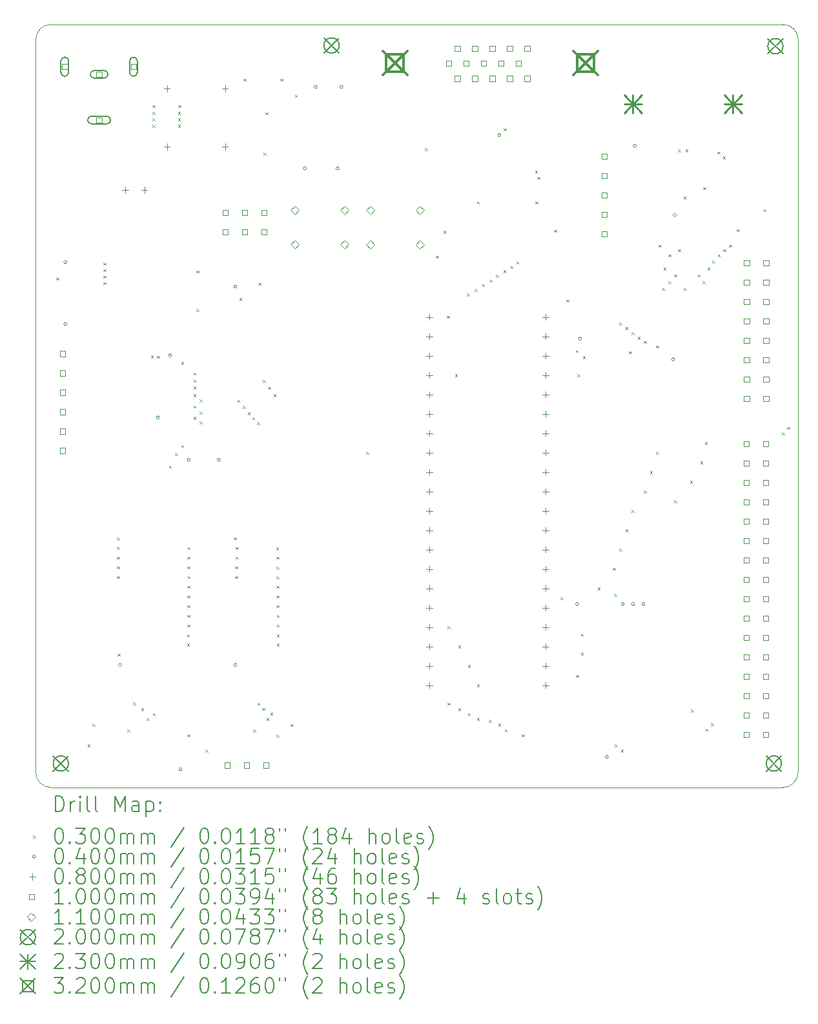
<source format=gbr>
%TF.GenerationSoftware,KiCad,Pcbnew,7.0.5-1.fc38*%
%TF.CreationDate,2023-07-11T20:49:59+05:30*%
%TF.ProjectId,8puter,38707574-6572-42e6-9b69-6361645f7063,rev?*%
%TF.SameCoordinates,Original*%
%TF.FileFunction,Drillmap*%
%TF.FilePolarity,Positive*%
%FSLAX45Y45*%
G04 Gerber Fmt 4.5, Leading zero omitted, Abs format (unit mm)*
G04 Created by KiCad (PCBNEW 7.0.5-1.fc38) date 2023-07-11 20:49:59*
%MOMM*%
%LPD*%
G01*
G04 APERTURE LIST*
%ADD10C,0.050000*%
%ADD11C,0.200000*%
%ADD12C,0.030000*%
%ADD13C,0.040000*%
%ADD14C,0.080000*%
%ADD15C,0.100000*%
%ADD16C,0.110000*%
%ADD17C,0.230000*%
%ADD18C,0.320000*%
G04 APERTURE END LIST*
D10*
X20460000Y-3710000D02*
X20460000Y-13310000D01*
X10660000Y-3510000D02*
G75*
G03*
X10460000Y-3710000I0J-200000D01*
G01*
X10460000Y-13310000D02*
G75*
G03*
X10660000Y-13510000I200000J0D01*
G01*
X20258579Y-13510000D02*
X10660000Y-13510000D01*
X10660000Y-3510000D02*
X20260000Y-3510000D01*
X20460000Y-3710000D02*
G75*
G03*
X20260000Y-3510000I-200000J0D01*
G01*
X10460000Y-13310000D02*
X10460000Y-3710000D01*
X20258579Y-13509995D02*
G75*
G03*
X20460000Y-13310000I11J201415D01*
G01*
D11*
D12*
X10729700Y-6829500D02*
X10759700Y-6859500D01*
X10759700Y-6829500D02*
X10729700Y-6859500D01*
X11141200Y-12944500D02*
X11171200Y-12974500D01*
X11171200Y-12944500D02*
X11141200Y-12974500D01*
X11205200Y-12675500D02*
X11235200Y-12705500D01*
X11235200Y-12675500D02*
X11205200Y-12705500D01*
X11348200Y-6635500D02*
X11378200Y-6665500D01*
X11378200Y-6635500D02*
X11348200Y-6665500D01*
X11348200Y-6889500D02*
X11378200Y-6919500D01*
X11378200Y-6889500D02*
X11348200Y-6919500D01*
X11349200Y-6804500D02*
X11379200Y-6834500D01*
X11379200Y-6804500D02*
X11349200Y-6834500D01*
X11349700Y-6720000D02*
X11379700Y-6750000D01*
X11379700Y-6720000D02*
X11349700Y-6750000D01*
X11525200Y-10357000D02*
X11555200Y-10387000D01*
X11555200Y-10357000D02*
X11525200Y-10387000D01*
X11525200Y-10487000D02*
X11555200Y-10517000D01*
X11555200Y-10487000D02*
X11525200Y-10517000D01*
X11525200Y-10739500D02*
X11555200Y-10769500D01*
X11555200Y-10739500D02*
X11525200Y-10769500D01*
X11527200Y-10234500D02*
X11557200Y-10264500D01*
X11557200Y-10234500D02*
X11527200Y-10264500D01*
X11527700Y-10614500D02*
X11557700Y-10644500D01*
X11557700Y-10614500D02*
X11527700Y-10644500D01*
X11534200Y-11755500D02*
X11564200Y-11785500D01*
X11564200Y-11755500D02*
X11534200Y-11785500D01*
X11661200Y-12750500D02*
X11691200Y-12780500D01*
X11691200Y-12750500D02*
X11661200Y-12780500D01*
X11740200Y-12396500D02*
X11770200Y-12426500D01*
X11770200Y-12396500D02*
X11740200Y-12426500D01*
X11845200Y-12470500D02*
X11875200Y-12500500D01*
X11875200Y-12470500D02*
X11845200Y-12500500D01*
X11915200Y-12600500D02*
X11945200Y-12630500D01*
X11945200Y-12600500D02*
X11915200Y-12630500D01*
X11969577Y-7850123D02*
X11999577Y-7880123D01*
X11999577Y-7850123D02*
X11969577Y-7880123D01*
X11991200Y-4827500D02*
X12021200Y-4857500D01*
X12021200Y-4827500D02*
X11991200Y-4857500D01*
X11992200Y-4656500D02*
X12022200Y-4686500D01*
X12022200Y-4656500D02*
X11992200Y-4686500D01*
X11992200Y-4740500D02*
X12022200Y-4770500D01*
X12022200Y-4740500D02*
X11992200Y-4770500D01*
X11993200Y-4568500D02*
X12023200Y-4598500D01*
X12023200Y-4568500D02*
X11993200Y-4598500D01*
X11997200Y-12533500D02*
X12027200Y-12563500D01*
X12027200Y-12533500D02*
X11997200Y-12563500D01*
X12053200Y-7852500D02*
X12083200Y-7882500D01*
X12083200Y-7852500D02*
X12053200Y-7882500D01*
X12208200Y-9293500D02*
X12238200Y-9323500D01*
X12238200Y-9293500D02*
X12208200Y-9323500D01*
X12289200Y-9127500D02*
X12319200Y-9157500D01*
X12319200Y-9127500D02*
X12289200Y-9157500D01*
X12327200Y-4827500D02*
X12357200Y-4857500D01*
X12357200Y-4827500D02*
X12327200Y-4857500D01*
X12328200Y-4656500D02*
X12358200Y-4686500D01*
X12358200Y-4656500D02*
X12328200Y-4686500D01*
X12328200Y-4740500D02*
X12358200Y-4770500D01*
X12358200Y-4740500D02*
X12328200Y-4770500D01*
X12329200Y-4568500D02*
X12359200Y-4598500D01*
X12359200Y-4568500D02*
X12329200Y-4598500D01*
X12368200Y-9020500D02*
X12398200Y-9050500D01*
X12398200Y-9020500D02*
X12368200Y-9050500D01*
X12369200Y-7934500D02*
X12399200Y-7964500D01*
X12399200Y-7934500D02*
X12369200Y-7964500D01*
X12445200Y-11501500D02*
X12475200Y-11531500D01*
X12475200Y-11501500D02*
X12445200Y-11531500D01*
X12446200Y-11626500D02*
X12476200Y-11656500D01*
X12476200Y-11626500D02*
X12446200Y-11656500D01*
X12447200Y-10993500D02*
X12477200Y-11023500D01*
X12477200Y-10993500D02*
X12447200Y-11023500D01*
X12447200Y-11119500D02*
X12477200Y-11149500D01*
X12477200Y-11119500D02*
X12447200Y-11149500D01*
X12447200Y-11375500D02*
X12477200Y-11405500D01*
X12477200Y-11375500D02*
X12447200Y-11405500D01*
X12447200Y-12815500D02*
X12477200Y-12845500D01*
X12477200Y-12815500D02*
X12447200Y-12845500D01*
X12448200Y-11246500D02*
X12478200Y-11276500D01*
X12478200Y-11246500D02*
X12448200Y-11276500D01*
X12449200Y-10866500D02*
X12479200Y-10896500D01*
X12479200Y-10866500D02*
X12449200Y-10896500D01*
X12450200Y-10484500D02*
X12480200Y-10514500D01*
X12480200Y-10484500D02*
X12450200Y-10514500D01*
X12450200Y-10612500D02*
X12480200Y-10642500D01*
X12480200Y-10612500D02*
X12450200Y-10642500D01*
X12452200Y-10738500D02*
X12482200Y-10768500D01*
X12482200Y-10738500D02*
X12452200Y-10768500D01*
X12452700Y-10359500D02*
X12482700Y-10389500D01*
X12482700Y-10359500D02*
X12452700Y-10389500D01*
X12529200Y-8074500D02*
X12559200Y-8104500D01*
X12559200Y-8074500D02*
X12529200Y-8104500D01*
X12529200Y-8164500D02*
X12559200Y-8194500D01*
X12559200Y-8164500D02*
X12529200Y-8194500D01*
X12529200Y-8254500D02*
X12559200Y-8284500D01*
X12559200Y-8254500D02*
X12529200Y-8284500D01*
X12529200Y-8354500D02*
X12559200Y-8384500D01*
X12559200Y-8354500D02*
X12529200Y-8384500D01*
X12529200Y-8504500D02*
X12559200Y-8534500D01*
X12559200Y-8504500D02*
X12529200Y-8534500D01*
X12529200Y-8654500D02*
X12559200Y-8684500D01*
X12559200Y-8654500D02*
X12529200Y-8684500D01*
X12570000Y-6737250D02*
X12600000Y-6767250D01*
X12600000Y-6737250D02*
X12570000Y-6767250D01*
X12570000Y-7237250D02*
X12600000Y-7267250D01*
X12600000Y-7237250D02*
X12570000Y-7267250D01*
X12609200Y-8425500D02*
X12639200Y-8455500D01*
X12639200Y-8425500D02*
X12609200Y-8455500D01*
X12609200Y-8584500D02*
X12639200Y-8614500D01*
X12639200Y-8584500D02*
X12609200Y-8614500D01*
X12609200Y-8714500D02*
X12639200Y-8744500D01*
X12639200Y-8714500D02*
X12609200Y-8744500D01*
X12687200Y-13013500D02*
X12717200Y-13043500D01*
X12717200Y-13013500D02*
X12687200Y-13043500D01*
X13057700Y-10232000D02*
X13087700Y-10262000D01*
X13087700Y-10232000D02*
X13057700Y-10262000D01*
X13077700Y-10614500D02*
X13107700Y-10644500D01*
X13107700Y-10614500D02*
X13077700Y-10644500D01*
X13077700Y-10742000D02*
X13107700Y-10772000D01*
X13107700Y-10742000D02*
X13077700Y-10772000D01*
X13080200Y-10487000D02*
X13110200Y-10517000D01*
X13110200Y-10487000D02*
X13080200Y-10517000D01*
X13085200Y-10359500D02*
X13115200Y-10389500D01*
X13115200Y-10359500D02*
X13085200Y-10389500D01*
X13104200Y-8428500D02*
X13134200Y-8458500D01*
X13134200Y-8428500D02*
X13104200Y-8458500D01*
X13130000Y-7094700D02*
X13160000Y-7124700D01*
X13160000Y-7094700D02*
X13130000Y-7124700D01*
X13175200Y-8509500D02*
X13205200Y-8539500D01*
X13205200Y-8509500D02*
X13175200Y-8539500D01*
X13186000Y-4222375D02*
X13216000Y-4252375D01*
X13216000Y-4222375D02*
X13186000Y-4252375D01*
X13239200Y-8592500D02*
X13269200Y-8622500D01*
X13269200Y-8592500D02*
X13239200Y-8622500D01*
X13300200Y-8656500D02*
X13330200Y-8686500D01*
X13330200Y-8656500D02*
X13300200Y-8686500D01*
X13314200Y-12750000D02*
X13344200Y-12780000D01*
X13344200Y-12750000D02*
X13314200Y-12780000D01*
X13364400Y-8719500D02*
X13394400Y-8749500D01*
X13394400Y-8719500D02*
X13364400Y-8749500D01*
X13368150Y-12400000D02*
X13398150Y-12430000D01*
X13398150Y-12400000D02*
X13368150Y-12430000D01*
X13380000Y-6897250D02*
X13410000Y-6927250D01*
X13410000Y-6897250D02*
X13380000Y-6927250D01*
X13429200Y-12469000D02*
X13459200Y-12499000D01*
X13459200Y-12469000D02*
X13429200Y-12499000D01*
X13439200Y-8169500D02*
X13469200Y-8199500D01*
X13469200Y-8169500D02*
X13439200Y-8199500D01*
X13450000Y-5192375D02*
X13480000Y-5222375D01*
X13480000Y-5192375D02*
X13450000Y-5222375D01*
X13474200Y-4659500D02*
X13504200Y-4689500D01*
X13504200Y-4659500D02*
X13474200Y-4689500D01*
X13485000Y-12600000D02*
X13515000Y-12630000D01*
X13515000Y-12600000D02*
X13485000Y-12630000D01*
X13509200Y-8259500D02*
X13539200Y-8289500D01*
X13539200Y-8259500D02*
X13509200Y-8289500D01*
X13539150Y-12533000D02*
X13569150Y-12563000D01*
X13569150Y-12533000D02*
X13539150Y-12563000D01*
X13579200Y-8358500D02*
X13609200Y-8388500D01*
X13609200Y-8358500D02*
X13579200Y-8388500D01*
X13615200Y-10362000D02*
X13645200Y-10392000D01*
X13645200Y-10362000D02*
X13615200Y-10392000D01*
X13616200Y-11119500D02*
X13646200Y-11149500D01*
X13646200Y-11119500D02*
X13616200Y-11149500D01*
X13617200Y-10616500D02*
X13647200Y-10646500D01*
X13647200Y-10616500D02*
X13617200Y-10646500D01*
X13617200Y-10995500D02*
X13647200Y-11025500D01*
X13647200Y-10995500D02*
X13617200Y-11025500D01*
X13617700Y-10487000D02*
X13647700Y-10517000D01*
X13647700Y-10487000D02*
X13617700Y-10517000D01*
X13618200Y-10743500D02*
X13648200Y-10773500D01*
X13648200Y-10743500D02*
X13618200Y-10773500D01*
X13618200Y-10866500D02*
X13648200Y-10896500D01*
X13648200Y-10866500D02*
X13618200Y-10896500D01*
X13619200Y-12817000D02*
X13649200Y-12847000D01*
X13649200Y-12817000D02*
X13619200Y-12847000D01*
X13620200Y-11247500D02*
X13650200Y-11277500D01*
X13650200Y-11247500D02*
X13620200Y-11277500D01*
X13620200Y-11375500D02*
X13650200Y-11405500D01*
X13650200Y-11375500D02*
X13620200Y-11405500D01*
X13621200Y-11507500D02*
X13651200Y-11537500D01*
X13651200Y-11507500D02*
X13621200Y-11537500D01*
X13621200Y-11626500D02*
X13651200Y-11656500D01*
X13651200Y-11626500D02*
X13621200Y-11656500D01*
X13669000Y-4222000D02*
X13699000Y-4252000D01*
X13699000Y-4222000D02*
X13669000Y-4252000D01*
X13806200Y-12679000D02*
X13836200Y-12709000D01*
X13836200Y-12679000D02*
X13806200Y-12709000D01*
X13860000Y-4432375D02*
X13890000Y-4462375D01*
X13890000Y-4432375D02*
X13860000Y-4462375D01*
X14796200Y-9110500D02*
X14826200Y-9140500D01*
X14826200Y-9110500D02*
X14796200Y-9140500D01*
X15565200Y-5132500D02*
X15595200Y-5162500D01*
X15595200Y-5132500D02*
X15565200Y-5162500D01*
X15710000Y-6542500D02*
X15740000Y-6572500D01*
X15740000Y-6542500D02*
X15710000Y-6572500D01*
X15807000Y-6214000D02*
X15837000Y-6244000D01*
X15837000Y-6214000D02*
X15807000Y-6244000D01*
X15854200Y-7328500D02*
X15884200Y-7358500D01*
X15884200Y-7328500D02*
X15854200Y-7358500D01*
X15860000Y-11394999D02*
X15890000Y-11424999D01*
X15890000Y-11394999D02*
X15860000Y-11424999D01*
X15860000Y-12399999D02*
X15890000Y-12429999D01*
X15890000Y-12399999D02*
X15860000Y-12429999D01*
X15958200Y-8092500D02*
X15988200Y-8122500D01*
X15988200Y-8092500D02*
X15958200Y-8122500D01*
X15999500Y-11650499D02*
X16029500Y-11680499D01*
X16029500Y-11650499D02*
X15999500Y-11680499D01*
X15999500Y-12469499D02*
X16029500Y-12499499D01*
X16029500Y-12469499D02*
X15999500Y-12499499D01*
X16115000Y-7034999D02*
X16145000Y-7064999D01*
X16145000Y-7034999D02*
X16115000Y-7064999D01*
X16129500Y-11904499D02*
X16159500Y-11934499D01*
X16159500Y-11904499D02*
X16129500Y-11934499D01*
X16130000Y-12534999D02*
X16160000Y-12564999D01*
X16160000Y-12534999D02*
X16130000Y-12564999D01*
X16215000Y-6974999D02*
X16245000Y-7004999D01*
X16245000Y-6974999D02*
X16215000Y-7004999D01*
X16245000Y-12159999D02*
X16275000Y-12189999D01*
X16275000Y-12159999D02*
X16245000Y-12189999D01*
X16245000Y-12599999D02*
X16275000Y-12629999D01*
X16275000Y-12599999D02*
X16245000Y-12629999D01*
X16248200Y-5829500D02*
X16278200Y-5859500D01*
X16278200Y-5829500D02*
X16248200Y-5859500D01*
X16315000Y-6914999D02*
X16345000Y-6944999D01*
X16345000Y-6914999D02*
X16315000Y-6944999D01*
X16405000Y-12625000D02*
X16435000Y-12655000D01*
X16435000Y-12625000D02*
X16405000Y-12655000D01*
X16415000Y-6854999D02*
X16445000Y-6884999D01*
X16445000Y-6854999D02*
X16415000Y-6884999D01*
X16495000Y-6790000D02*
X16525000Y-6820000D01*
X16525000Y-6790000D02*
X16495000Y-6820000D01*
X16525000Y-12674999D02*
X16555000Y-12704999D01*
X16555000Y-12674999D02*
X16525000Y-12704999D01*
X16595000Y-6729500D02*
X16625000Y-6759500D01*
X16625000Y-6729500D02*
X16595000Y-6759500D01*
X16599200Y-4872500D02*
X16629200Y-4902500D01*
X16629200Y-4872500D02*
X16599200Y-4902500D01*
X16610000Y-12744999D02*
X16640000Y-12774999D01*
X16640000Y-12744999D02*
X16610000Y-12774999D01*
X16685000Y-6674999D02*
X16715000Y-6704999D01*
X16715000Y-6674999D02*
X16685000Y-6704999D01*
X16765000Y-6614999D02*
X16795001Y-6644999D01*
X16795001Y-6614999D02*
X16765000Y-6644999D01*
X16835000Y-12815000D02*
X16865000Y-12845000D01*
X16865000Y-12815000D02*
X16835000Y-12845000D01*
X17009200Y-5429500D02*
X17039200Y-5459500D01*
X17039200Y-5429500D02*
X17009200Y-5459500D01*
X17012200Y-5830500D02*
X17042200Y-5860500D01*
X17042200Y-5830500D02*
X17012200Y-5860500D01*
X17039200Y-5509500D02*
X17069200Y-5539500D01*
X17069200Y-5509500D02*
X17039200Y-5539500D01*
X17256200Y-6201500D02*
X17286200Y-6231500D01*
X17286200Y-6201500D02*
X17256200Y-6231500D01*
X17345000Y-11015000D02*
X17375000Y-11045000D01*
X17375000Y-11015000D02*
X17345000Y-11045000D01*
X17420000Y-7115000D02*
X17450000Y-7145000D01*
X17450000Y-7115000D02*
X17420000Y-7145000D01*
X17540200Y-7778500D02*
X17570200Y-7808500D01*
X17570200Y-7778500D02*
X17540200Y-7808500D01*
X17545000Y-12035000D02*
X17575000Y-12065000D01*
X17575000Y-12035000D02*
X17545000Y-12065000D01*
X17565000Y-8095000D02*
X17595000Y-8125000D01*
X17595000Y-8095000D02*
X17565000Y-8125000D01*
X17610000Y-11495000D02*
X17640000Y-11525000D01*
X17640000Y-11495000D02*
X17610000Y-11525000D01*
X17610000Y-11745000D02*
X17640000Y-11775000D01*
X17640000Y-11745000D02*
X17610000Y-11775000D01*
X17635000Y-7855000D02*
X17665000Y-7885000D01*
X17665000Y-7855000D02*
X17635000Y-7885000D01*
X17830001Y-10889999D02*
X17860001Y-10919999D01*
X17860001Y-10889999D02*
X17830001Y-10919999D01*
X18030001Y-10629999D02*
X18060001Y-10659999D01*
X18060001Y-10629999D02*
X18030001Y-10659999D01*
X18045000Y-10975000D02*
X18075000Y-11005000D01*
X18075000Y-10975000D02*
X18045000Y-11005000D01*
X18055000Y-12947451D02*
X18085000Y-12977451D01*
X18085000Y-12947451D02*
X18055000Y-12977451D01*
X18115000Y-7415000D02*
X18145000Y-7445000D01*
X18145000Y-7415000D02*
X18115000Y-7445000D01*
X18115001Y-10379999D02*
X18145001Y-10409999D01*
X18145001Y-10379999D02*
X18115001Y-10409999D01*
X18133200Y-13013500D02*
X18163200Y-13043500D01*
X18163200Y-13013500D02*
X18133200Y-13043500D01*
X18195000Y-7477450D02*
X18225000Y-7507450D01*
X18225000Y-7477450D02*
X18195000Y-7507450D01*
X18195001Y-10124999D02*
X18225001Y-10154999D01*
X18225001Y-10124999D02*
X18195001Y-10154999D01*
X18240000Y-7794000D02*
X18270000Y-7824000D01*
X18270000Y-7794000D02*
X18240000Y-7824000D01*
X18275000Y-7545000D02*
X18305000Y-7575000D01*
X18305000Y-7545000D02*
X18275000Y-7575000D01*
X18275001Y-9869999D02*
X18305001Y-9899999D01*
X18305001Y-9869999D02*
X18275001Y-9899999D01*
X18355000Y-7602450D02*
X18385000Y-7632450D01*
X18385000Y-7602450D02*
X18355000Y-7632450D01*
X18435000Y-7659900D02*
X18465000Y-7689900D01*
X18465000Y-7659900D02*
X18435000Y-7689900D01*
X18435001Y-9619999D02*
X18465001Y-9649999D01*
X18465001Y-9619999D02*
X18435001Y-9649999D01*
X18515001Y-9364999D02*
X18545001Y-9394999D01*
X18545001Y-9364999D02*
X18515001Y-9394999D01*
X18595000Y-7717350D02*
X18625000Y-7747350D01*
X18625000Y-7717350D02*
X18595000Y-7747350D01*
X18595001Y-9109999D02*
X18625001Y-9139999D01*
X18625001Y-9109999D02*
X18595001Y-9139999D01*
X18630050Y-6395000D02*
X18660050Y-6425000D01*
X18660050Y-6395000D02*
X18630050Y-6425000D01*
X18675000Y-6965000D02*
X18705000Y-6995000D01*
X18705000Y-6965000D02*
X18675000Y-6995000D01*
X18695000Y-6695000D02*
X18725000Y-6725000D01*
X18725000Y-6695000D02*
X18695000Y-6725000D01*
X18755000Y-6525000D02*
X18785000Y-6555000D01*
X18785000Y-6525000D02*
X18755000Y-6555000D01*
X18755000Y-6875000D02*
X18785000Y-6905000D01*
X18785000Y-6875000D02*
X18755000Y-6905000D01*
X18835000Y-6785000D02*
X18865000Y-6815000D01*
X18865000Y-6785000D02*
X18835000Y-6815000D01*
X18835001Y-9744999D02*
X18865001Y-9774999D01*
X18865001Y-9744999D02*
X18835001Y-9774999D01*
X18882500Y-5148087D02*
X18912500Y-5178087D01*
X18912500Y-5148087D02*
X18882500Y-5178087D01*
X18885000Y-6455000D02*
X18915000Y-6485000D01*
X18915000Y-6455000D02*
X18885000Y-6485000D01*
X18955000Y-5765000D02*
X18985000Y-5795000D01*
X18985000Y-5765000D02*
X18955000Y-5795000D01*
X18955000Y-6965000D02*
X18985000Y-6995000D01*
X18985000Y-6965000D02*
X18955000Y-6995000D01*
X18982500Y-5148087D02*
X19012500Y-5178087D01*
X19012500Y-5148087D02*
X18982500Y-5178087D01*
X19039000Y-9493000D02*
X19069000Y-9523000D01*
X19069000Y-9493000D02*
X19039000Y-9523000D01*
X19052500Y-12487500D02*
X19082500Y-12517500D01*
X19082500Y-12487500D02*
X19052500Y-12517500D01*
X19142550Y-6785000D02*
X19172550Y-6815000D01*
X19172550Y-6785000D02*
X19142550Y-6815000D01*
X19175000Y-9237000D02*
X19205000Y-9267000D01*
X19205000Y-9237000D02*
X19175000Y-9267000D01*
X19205000Y-6875000D02*
X19235000Y-6905000D01*
X19235000Y-6875000D02*
X19205000Y-6905000D01*
X19212550Y-5645000D02*
X19242550Y-5675000D01*
X19242550Y-5645000D02*
X19212550Y-5675000D01*
X19235000Y-8984999D02*
X19265000Y-9014999D01*
X19265000Y-8984999D02*
X19235000Y-9014999D01*
X19242000Y-12740000D02*
X19272000Y-12770000D01*
X19272000Y-12740000D02*
X19242000Y-12770000D01*
X19267450Y-6695000D02*
X19297450Y-6725000D01*
X19297450Y-6695000D02*
X19267450Y-6725000D01*
X19316000Y-12667000D02*
X19346000Y-12697000D01*
X19346000Y-12667000D02*
X19316000Y-12697000D01*
X19335000Y-6605000D02*
X19365000Y-6635000D01*
X19365000Y-6605000D02*
X19335000Y-6635000D01*
X19402500Y-5179000D02*
X19432500Y-5209000D01*
X19432500Y-5179000D02*
X19402500Y-5209000D01*
X19405000Y-6525000D02*
X19435000Y-6555000D01*
X19435000Y-6525000D02*
X19405000Y-6555000D01*
X19472500Y-5241500D02*
X19502500Y-5271500D01*
X19502500Y-5241500D02*
X19472500Y-5271500D01*
X19475000Y-6455000D02*
X19505000Y-6485000D01*
X19505000Y-6455000D02*
X19475000Y-6485000D01*
X19555000Y-6395000D02*
X19585000Y-6425000D01*
X19585000Y-6395000D02*
X19555000Y-6425000D01*
X19655000Y-6195000D02*
X19685000Y-6225000D01*
X19685000Y-6195000D02*
X19655000Y-6225000D01*
X20005000Y-5930000D02*
X20035000Y-5960000D01*
X20035000Y-5930000D02*
X20005000Y-5960000D01*
X20245000Y-8857000D02*
X20275000Y-8887000D01*
X20275000Y-8857000D02*
X20245000Y-8887000D01*
X20315000Y-8785000D02*
X20345000Y-8815000D01*
X20345000Y-8785000D02*
X20315000Y-8815000D01*
D13*
X10869200Y-6625500D02*
G75*
G03*
X10869200Y-6625500I-20000J0D01*
G01*
X10869200Y-7435500D02*
G75*
G03*
X10869200Y-7435500I-20000J0D01*
G01*
X11585400Y-11903000D02*
G75*
G03*
X11585400Y-11903000I-20000J0D01*
G01*
X12083000Y-8661000D02*
G75*
G03*
X12083000Y-8661000I-20000J0D01*
G01*
X12243200Y-7848500D02*
G75*
G03*
X12243200Y-7848500I-20000J0D01*
G01*
X12378500Y-13273000D02*
G75*
G03*
X12378500Y-13273000I-20000J0D01*
G01*
X12487400Y-9215000D02*
G75*
G03*
X12487400Y-9215000I-20000J0D01*
G01*
X12881400Y-9213000D02*
G75*
G03*
X12881400Y-9213000I-20000J0D01*
G01*
X13097050Y-6944252D02*
G75*
G03*
X13097050Y-6944252I-20000J0D01*
G01*
X13100200Y-11904500D02*
G75*
G03*
X13100200Y-11904500I-20000J0D01*
G01*
X14010000Y-5397375D02*
G75*
G03*
X14010000Y-5397375I-20000J0D01*
G01*
X14151000Y-4329000D02*
G75*
G03*
X14151000Y-4329000I-20000J0D01*
G01*
X14440000Y-5397375D02*
G75*
G03*
X14440000Y-5397375I-20000J0D01*
G01*
X14489000Y-4327000D02*
G75*
G03*
X14489000Y-4327000I-20000J0D01*
G01*
X16561750Y-4961500D02*
G75*
G03*
X16561750Y-4961500I-20000J0D01*
G01*
X17580000Y-11105000D02*
G75*
G03*
X17580000Y-11105000I-20000J0D01*
G01*
X17620200Y-7628500D02*
G75*
G03*
X17620200Y-7628500I-20000J0D01*
G01*
X17970000Y-13110000D02*
G75*
G03*
X17970000Y-13110000I-20000J0D01*
G01*
X18180000Y-11105000D02*
G75*
G03*
X18180000Y-11105000I-20000J0D01*
G01*
X18315000Y-11105000D02*
G75*
G03*
X18315000Y-11105000I-20000J0D01*
G01*
X18336000Y-5098000D02*
G75*
G03*
X18336000Y-5098000I-20000J0D01*
G01*
X18450000Y-11105000D02*
G75*
G03*
X18450000Y-11105000I-20000J0D01*
G01*
X18840000Y-7900000D02*
G75*
G03*
X18840000Y-7900000I-20000J0D01*
G01*
X18860000Y-6010000D02*
G75*
G03*
X18860000Y-6010000I-20000J0D01*
G01*
D14*
X11634489Y-5641000D02*
X11634489Y-5721000D01*
X11594489Y-5681000D02*
X11674489Y-5681000D01*
X11884489Y-5641000D02*
X11884489Y-5721000D01*
X11844489Y-5681000D02*
X11924489Y-5681000D01*
X12181000Y-4309000D02*
X12181000Y-4389000D01*
X12141000Y-4349000D02*
X12221000Y-4349000D01*
X12181000Y-5071000D02*
X12181000Y-5151000D01*
X12141000Y-5111000D02*
X12221000Y-5111000D01*
X12943000Y-4309000D02*
X12943000Y-4389000D01*
X12903000Y-4349000D02*
X12983000Y-4349000D01*
X12943000Y-5071000D02*
X12943000Y-5151000D01*
X12903000Y-5111000D02*
X12983000Y-5111000D01*
X15622200Y-7304500D02*
X15622200Y-7384500D01*
X15582200Y-7344500D02*
X15662200Y-7344500D01*
X15622200Y-7558500D02*
X15622200Y-7638500D01*
X15582200Y-7598500D02*
X15662200Y-7598500D01*
X15622200Y-7812500D02*
X15622200Y-7892500D01*
X15582200Y-7852500D02*
X15662200Y-7852500D01*
X15622200Y-8066500D02*
X15622200Y-8146500D01*
X15582200Y-8106500D02*
X15662200Y-8106500D01*
X15622200Y-8320500D02*
X15622200Y-8400500D01*
X15582200Y-8360500D02*
X15662200Y-8360500D01*
X15622200Y-8574500D02*
X15622200Y-8654500D01*
X15582200Y-8614500D02*
X15662200Y-8614500D01*
X15622200Y-8828500D02*
X15622200Y-8908500D01*
X15582200Y-8868500D02*
X15662200Y-8868500D01*
X15622200Y-9082500D02*
X15622200Y-9162500D01*
X15582200Y-9122500D02*
X15662200Y-9122500D01*
X15622200Y-9336500D02*
X15622200Y-9416500D01*
X15582200Y-9376500D02*
X15662200Y-9376500D01*
X15622200Y-9590500D02*
X15622200Y-9670500D01*
X15582200Y-9630500D02*
X15662200Y-9630500D01*
X15622200Y-9844500D02*
X15622200Y-9924500D01*
X15582200Y-9884500D02*
X15662200Y-9884500D01*
X15622200Y-10098500D02*
X15622200Y-10178500D01*
X15582200Y-10138500D02*
X15662200Y-10138500D01*
X15622200Y-10352500D02*
X15622200Y-10432500D01*
X15582200Y-10392500D02*
X15662200Y-10392500D01*
X15622200Y-10606500D02*
X15622200Y-10686500D01*
X15582200Y-10646500D02*
X15662200Y-10646500D01*
X15622200Y-10860500D02*
X15622200Y-10940500D01*
X15582200Y-10900500D02*
X15662200Y-10900500D01*
X15622200Y-11114500D02*
X15622200Y-11194500D01*
X15582200Y-11154500D02*
X15662200Y-11154500D01*
X15622200Y-11368500D02*
X15622200Y-11448500D01*
X15582200Y-11408500D02*
X15662200Y-11408500D01*
X15622200Y-11622500D02*
X15622200Y-11702500D01*
X15582200Y-11662500D02*
X15662200Y-11662500D01*
X15622200Y-11876500D02*
X15622200Y-11956500D01*
X15582200Y-11916500D02*
X15662200Y-11916500D01*
X15622200Y-12130500D02*
X15622200Y-12210500D01*
X15582200Y-12170500D02*
X15662200Y-12170500D01*
X17146200Y-7304500D02*
X17146200Y-7384500D01*
X17106200Y-7344500D02*
X17186200Y-7344500D01*
X17146200Y-7558500D02*
X17146200Y-7638500D01*
X17106200Y-7598500D02*
X17186200Y-7598500D01*
X17146200Y-7812500D02*
X17146200Y-7892500D01*
X17106200Y-7852500D02*
X17186200Y-7852500D01*
X17146200Y-8066500D02*
X17146200Y-8146500D01*
X17106200Y-8106500D02*
X17186200Y-8106500D01*
X17146200Y-8320500D02*
X17146200Y-8400500D01*
X17106200Y-8360500D02*
X17186200Y-8360500D01*
X17146200Y-8574500D02*
X17146200Y-8654500D01*
X17106200Y-8614500D02*
X17186200Y-8614500D01*
X17146200Y-8828500D02*
X17146200Y-8908500D01*
X17106200Y-8868500D02*
X17186200Y-8868500D01*
X17146200Y-9082500D02*
X17146200Y-9162500D01*
X17106200Y-9122500D02*
X17186200Y-9122500D01*
X17146200Y-9336500D02*
X17146200Y-9416500D01*
X17106200Y-9376500D02*
X17186200Y-9376500D01*
X17146200Y-9590500D02*
X17146200Y-9670500D01*
X17106200Y-9630500D02*
X17186200Y-9630500D01*
X17146200Y-9844500D02*
X17146200Y-9924500D01*
X17106200Y-9884500D02*
X17186200Y-9884500D01*
X17146200Y-10098500D02*
X17146200Y-10178500D01*
X17106200Y-10138500D02*
X17186200Y-10138500D01*
X17146200Y-10352500D02*
X17146200Y-10432500D01*
X17106200Y-10392500D02*
X17186200Y-10392500D01*
X17146200Y-10606500D02*
X17146200Y-10686500D01*
X17106200Y-10646500D02*
X17186200Y-10646500D01*
X17146200Y-10860500D02*
X17146200Y-10940500D01*
X17106200Y-10900500D02*
X17186200Y-10900500D01*
X17146200Y-11114500D02*
X17146200Y-11194500D01*
X17106200Y-11154500D02*
X17186200Y-11154500D01*
X17146200Y-11368500D02*
X17146200Y-11448500D01*
X17106200Y-11408500D02*
X17186200Y-11408500D01*
X17146200Y-11622500D02*
X17146200Y-11702500D01*
X17106200Y-11662500D02*
X17186200Y-11662500D01*
X17146200Y-11876500D02*
X17146200Y-11956500D01*
X17106200Y-11916500D02*
X17186200Y-11916500D01*
X17146200Y-12130500D02*
X17146200Y-12210500D01*
X17106200Y-12170500D02*
X17186200Y-12170500D01*
D15*
X10851356Y-7862356D02*
X10851356Y-7791644D01*
X10780644Y-7791644D01*
X10780644Y-7862356D01*
X10851356Y-7862356D01*
X10851356Y-8116356D02*
X10851356Y-8045644D01*
X10780644Y-8045644D01*
X10780644Y-8116356D01*
X10851356Y-8116356D01*
X10851356Y-8370356D02*
X10851356Y-8299644D01*
X10780644Y-8299644D01*
X10780644Y-8370356D01*
X10851356Y-8370356D01*
X10851356Y-8624356D02*
X10851356Y-8553644D01*
X10780644Y-8553644D01*
X10780644Y-8624356D01*
X10851356Y-8624356D01*
X10851356Y-8878356D02*
X10851356Y-8807644D01*
X10780644Y-8807644D01*
X10780644Y-8878356D01*
X10851356Y-8878356D01*
X10851356Y-9132356D02*
X10851356Y-9061644D01*
X10780644Y-9061644D01*
X10780644Y-9132356D01*
X10851356Y-9132356D01*
X10877356Y-4099356D02*
X10877356Y-4028644D01*
X10806644Y-4028644D01*
X10806644Y-4099356D01*
X10877356Y-4099356D01*
D11*
X10892000Y-4139000D02*
X10892000Y-3989000D01*
X10892000Y-3989000D02*
G75*
G03*
X10792000Y-3989000I-50000J0D01*
G01*
X10792000Y-3989000D02*
X10792000Y-4139000D01*
X10792000Y-4139000D02*
G75*
G03*
X10892000Y-4139000I50000J0D01*
G01*
D15*
X11327356Y-4199356D02*
X11327356Y-4128644D01*
X11256644Y-4128644D01*
X11256644Y-4199356D01*
X11327356Y-4199356D01*
D11*
X11357000Y-4114000D02*
X11227000Y-4114000D01*
X11227000Y-4114000D02*
G75*
G03*
X11227000Y-4214000I0J-50000D01*
G01*
X11227000Y-4214000D02*
X11357000Y-4214000D01*
X11357000Y-4214000D02*
G75*
G03*
X11357000Y-4114000I0J50000D01*
G01*
D15*
X11327356Y-4799356D02*
X11327356Y-4728644D01*
X11256644Y-4728644D01*
X11256644Y-4799356D01*
X11327356Y-4799356D01*
D11*
X11392000Y-4714000D02*
X11192000Y-4714000D01*
X11192000Y-4714000D02*
G75*
G03*
X11192000Y-4814000I0J-50000D01*
G01*
X11192000Y-4814000D02*
X11392000Y-4814000D01*
X11392000Y-4814000D02*
G75*
G03*
X11392000Y-4714000I0J50000D01*
G01*
D15*
X11777356Y-4099356D02*
X11777356Y-4028644D01*
X11706644Y-4028644D01*
X11706644Y-4099356D01*
X11777356Y-4099356D01*
D11*
X11792000Y-4139000D02*
X11792000Y-3989000D01*
X11792000Y-3989000D02*
G75*
G03*
X11692000Y-3989000I-50000J0D01*
G01*
X11692000Y-3989000D02*
X11692000Y-4139000D01*
X11692000Y-4139000D02*
G75*
G03*
X11792000Y-4139000I50000J0D01*
G01*
D15*
X12982356Y-6011856D02*
X12982356Y-5941144D01*
X12911644Y-5941144D01*
X12911644Y-6011856D01*
X12982356Y-6011856D01*
X12982356Y-6265856D02*
X12982356Y-6195144D01*
X12911644Y-6195144D01*
X12911644Y-6265856D01*
X12982356Y-6265856D01*
X13008856Y-13253356D02*
X13008856Y-13182644D01*
X12938144Y-13182644D01*
X12938144Y-13253356D01*
X13008856Y-13253356D01*
X13236356Y-6011856D02*
X13236356Y-5941144D01*
X13165644Y-5941144D01*
X13165644Y-6011856D01*
X13236356Y-6011856D01*
X13236356Y-6265856D02*
X13236356Y-6195144D01*
X13165644Y-6195144D01*
X13165644Y-6265856D01*
X13236356Y-6265856D01*
X13262856Y-13253356D02*
X13262856Y-13182644D01*
X13192144Y-13182644D01*
X13192144Y-13253356D01*
X13262856Y-13253356D01*
X13490356Y-6011856D02*
X13490356Y-5941144D01*
X13419644Y-5941144D01*
X13419644Y-6011856D01*
X13490356Y-6011856D01*
X13490356Y-6265856D02*
X13490356Y-6195144D01*
X13419644Y-6195144D01*
X13419644Y-6265856D01*
X13490356Y-6265856D01*
X13516856Y-13253356D02*
X13516856Y-13182644D01*
X13446144Y-13182644D01*
X13446144Y-13253356D01*
X13516856Y-13253356D01*
X15910856Y-4057389D02*
X15910856Y-3986677D01*
X15840144Y-3986677D01*
X15840144Y-4057389D01*
X15910856Y-4057389D01*
X16025356Y-3859389D02*
X16025356Y-3788677D01*
X15954644Y-3788677D01*
X15954644Y-3859389D01*
X16025356Y-3859389D01*
X16025356Y-4255389D02*
X16025356Y-4184677D01*
X15954644Y-4184677D01*
X15954644Y-4255389D01*
X16025356Y-4255389D01*
X16139856Y-4057389D02*
X16139856Y-3986677D01*
X16069144Y-3986677D01*
X16069144Y-4057389D01*
X16139856Y-4057389D01*
X16254356Y-3859389D02*
X16254356Y-3788677D01*
X16183644Y-3788677D01*
X16183644Y-3859389D01*
X16254356Y-3859389D01*
X16254356Y-4255389D02*
X16254356Y-4184677D01*
X16183644Y-4184677D01*
X16183644Y-4255389D01*
X16254356Y-4255389D01*
X16368856Y-4057389D02*
X16368856Y-3986677D01*
X16298144Y-3986677D01*
X16298144Y-4057389D01*
X16368856Y-4057389D01*
X16483356Y-3859389D02*
X16483356Y-3788677D01*
X16412644Y-3788677D01*
X16412644Y-3859389D01*
X16483356Y-3859389D01*
X16483356Y-4255389D02*
X16483356Y-4184677D01*
X16412644Y-4184677D01*
X16412644Y-4255389D01*
X16483356Y-4255389D01*
X16597856Y-4057389D02*
X16597856Y-3986677D01*
X16527144Y-3986677D01*
X16527144Y-4057389D01*
X16597856Y-4057389D01*
X16712356Y-3859389D02*
X16712356Y-3788677D01*
X16641644Y-3788677D01*
X16641644Y-3859389D01*
X16712356Y-3859389D01*
X16712356Y-4255389D02*
X16712356Y-4184677D01*
X16641644Y-4184677D01*
X16641644Y-4255389D01*
X16712356Y-4255389D01*
X16826856Y-4057389D02*
X16826856Y-3986677D01*
X16756144Y-3986677D01*
X16756144Y-4057389D01*
X16826856Y-4057389D01*
X16941356Y-3859389D02*
X16941356Y-3788677D01*
X16870644Y-3788677D01*
X16870644Y-3859389D01*
X16941356Y-3859389D01*
X16941356Y-4255389D02*
X16941356Y-4184677D01*
X16870644Y-4184677D01*
X16870644Y-4255389D01*
X16941356Y-4255389D01*
X17950356Y-5276856D02*
X17950356Y-5206144D01*
X17879644Y-5206144D01*
X17879644Y-5276856D01*
X17950356Y-5276856D01*
X17950356Y-5530856D02*
X17950356Y-5460144D01*
X17879644Y-5460144D01*
X17879644Y-5530856D01*
X17950356Y-5530856D01*
X17950356Y-5784856D02*
X17950356Y-5714144D01*
X17879644Y-5714144D01*
X17879644Y-5784856D01*
X17950356Y-5784856D01*
X17950356Y-6038856D02*
X17950356Y-5968144D01*
X17879644Y-5968144D01*
X17879644Y-6038856D01*
X17950356Y-6038856D01*
X17950356Y-6292856D02*
X17950356Y-6222144D01*
X17879644Y-6222144D01*
X17879644Y-6292856D01*
X17950356Y-6292856D01*
X19815356Y-9040356D02*
X19815356Y-8969644D01*
X19744644Y-8969644D01*
X19744644Y-9040356D01*
X19815356Y-9040356D01*
X19815356Y-9294356D02*
X19815356Y-9223644D01*
X19744644Y-9223644D01*
X19744644Y-9294356D01*
X19815356Y-9294356D01*
X19815356Y-9548356D02*
X19815356Y-9477644D01*
X19744644Y-9477644D01*
X19744644Y-9548356D01*
X19815356Y-9548356D01*
X19815356Y-9802356D02*
X19815356Y-9731644D01*
X19744644Y-9731644D01*
X19744644Y-9802356D01*
X19815356Y-9802356D01*
X19815356Y-10056356D02*
X19815356Y-9985644D01*
X19744644Y-9985644D01*
X19744644Y-10056356D01*
X19815356Y-10056356D01*
X19815356Y-10310356D02*
X19815356Y-10239644D01*
X19744644Y-10239644D01*
X19744644Y-10310356D01*
X19815356Y-10310356D01*
X19815356Y-10564356D02*
X19815356Y-10493644D01*
X19744644Y-10493644D01*
X19744644Y-10564356D01*
X19815356Y-10564356D01*
X19815356Y-10818356D02*
X19815356Y-10747644D01*
X19744644Y-10747644D01*
X19744644Y-10818356D01*
X19815356Y-10818356D01*
X19815356Y-11072356D02*
X19815356Y-11001644D01*
X19744644Y-11001644D01*
X19744644Y-11072356D01*
X19815356Y-11072356D01*
X19815356Y-11326356D02*
X19815356Y-11255644D01*
X19744644Y-11255644D01*
X19744644Y-11326356D01*
X19815356Y-11326356D01*
X19815356Y-11580356D02*
X19815356Y-11509644D01*
X19744644Y-11509644D01*
X19744644Y-11580356D01*
X19815356Y-11580356D01*
X19815356Y-11834356D02*
X19815356Y-11763644D01*
X19744644Y-11763644D01*
X19744644Y-11834356D01*
X19815356Y-11834356D01*
X19815356Y-12088356D02*
X19815356Y-12017644D01*
X19744644Y-12017644D01*
X19744644Y-12088356D01*
X19815356Y-12088356D01*
X19815356Y-12342356D02*
X19815356Y-12271644D01*
X19744644Y-12271644D01*
X19744644Y-12342356D01*
X19815356Y-12342356D01*
X19815356Y-12596356D02*
X19815356Y-12525644D01*
X19744644Y-12525644D01*
X19744644Y-12596356D01*
X19815356Y-12596356D01*
X19815356Y-12850356D02*
X19815356Y-12779644D01*
X19744644Y-12779644D01*
X19744644Y-12850356D01*
X19815356Y-12850356D01*
X19819356Y-6673356D02*
X19819356Y-6602644D01*
X19748644Y-6602644D01*
X19748644Y-6673356D01*
X19819356Y-6673356D01*
X19819356Y-6927356D02*
X19819356Y-6856644D01*
X19748644Y-6856644D01*
X19748644Y-6927356D01*
X19819356Y-6927356D01*
X19819356Y-7181356D02*
X19819356Y-7110644D01*
X19748644Y-7110644D01*
X19748644Y-7181356D01*
X19819356Y-7181356D01*
X19819356Y-7435356D02*
X19819356Y-7364644D01*
X19748644Y-7364644D01*
X19748644Y-7435356D01*
X19819356Y-7435356D01*
X19819356Y-7689356D02*
X19819356Y-7618644D01*
X19748644Y-7618644D01*
X19748644Y-7689356D01*
X19819356Y-7689356D01*
X19819356Y-7943356D02*
X19819356Y-7872644D01*
X19748644Y-7872644D01*
X19748644Y-7943356D01*
X19819356Y-7943356D01*
X19819356Y-8197356D02*
X19819356Y-8126644D01*
X19748644Y-8126644D01*
X19748644Y-8197356D01*
X19819356Y-8197356D01*
X19819356Y-8451356D02*
X19819356Y-8380644D01*
X19748644Y-8380644D01*
X19748644Y-8451356D01*
X19819356Y-8451356D01*
X20069356Y-9040356D02*
X20069356Y-8969644D01*
X19998644Y-8969644D01*
X19998644Y-9040356D01*
X20069356Y-9040356D01*
X20069356Y-9294356D02*
X20069356Y-9223644D01*
X19998644Y-9223644D01*
X19998644Y-9294356D01*
X20069356Y-9294356D01*
X20069356Y-9548356D02*
X20069356Y-9477644D01*
X19998644Y-9477644D01*
X19998644Y-9548356D01*
X20069356Y-9548356D01*
X20069356Y-9802356D02*
X20069356Y-9731644D01*
X19998644Y-9731644D01*
X19998644Y-9802356D01*
X20069356Y-9802356D01*
X20069356Y-10056356D02*
X20069356Y-9985644D01*
X19998644Y-9985644D01*
X19998644Y-10056356D01*
X20069356Y-10056356D01*
X20069356Y-10310356D02*
X20069356Y-10239644D01*
X19998644Y-10239644D01*
X19998644Y-10310356D01*
X20069356Y-10310356D01*
X20069356Y-10564356D02*
X20069356Y-10493644D01*
X19998644Y-10493644D01*
X19998644Y-10564356D01*
X20069356Y-10564356D01*
X20069356Y-10818356D02*
X20069356Y-10747644D01*
X19998644Y-10747644D01*
X19998644Y-10818356D01*
X20069356Y-10818356D01*
X20069356Y-11072356D02*
X20069356Y-11001644D01*
X19998644Y-11001644D01*
X19998644Y-11072356D01*
X20069356Y-11072356D01*
X20069356Y-11326356D02*
X20069356Y-11255644D01*
X19998644Y-11255644D01*
X19998644Y-11326356D01*
X20069356Y-11326356D01*
X20069356Y-11580356D02*
X20069356Y-11509644D01*
X19998644Y-11509644D01*
X19998644Y-11580356D01*
X20069356Y-11580356D01*
X20069356Y-11834356D02*
X20069356Y-11763644D01*
X19998644Y-11763644D01*
X19998644Y-11834356D01*
X20069356Y-11834356D01*
X20069356Y-12088356D02*
X20069356Y-12017644D01*
X19998644Y-12017644D01*
X19998644Y-12088356D01*
X20069356Y-12088356D01*
X20069356Y-12342356D02*
X20069356Y-12271644D01*
X19998644Y-12271644D01*
X19998644Y-12342356D01*
X20069356Y-12342356D01*
X20069356Y-12596356D02*
X20069356Y-12525644D01*
X19998644Y-12525644D01*
X19998644Y-12596356D01*
X20069356Y-12596356D01*
X20069356Y-12850356D02*
X20069356Y-12779644D01*
X19998644Y-12779644D01*
X19998644Y-12850356D01*
X20069356Y-12850356D01*
X20073356Y-6673356D02*
X20073356Y-6602644D01*
X20002644Y-6602644D01*
X20002644Y-6673356D01*
X20073356Y-6673356D01*
X20073356Y-6927356D02*
X20073356Y-6856644D01*
X20002644Y-6856644D01*
X20002644Y-6927356D01*
X20073356Y-6927356D01*
X20073356Y-7181356D02*
X20073356Y-7110644D01*
X20002644Y-7110644D01*
X20002644Y-7181356D01*
X20073356Y-7181356D01*
X20073356Y-7435356D02*
X20073356Y-7364644D01*
X20002644Y-7364644D01*
X20002644Y-7435356D01*
X20073356Y-7435356D01*
X20073356Y-7689356D02*
X20073356Y-7618644D01*
X20002644Y-7618644D01*
X20002644Y-7689356D01*
X20073356Y-7689356D01*
X20073356Y-7943356D02*
X20073356Y-7872644D01*
X20002644Y-7872644D01*
X20002644Y-7943356D01*
X20073356Y-7943356D01*
X20073356Y-8197356D02*
X20073356Y-8126644D01*
X20002644Y-8126644D01*
X20002644Y-8197356D01*
X20073356Y-8197356D01*
X20073356Y-8451356D02*
X20073356Y-8380644D01*
X20002644Y-8380644D01*
X20002644Y-8451356D01*
X20073356Y-8451356D01*
D16*
X13860000Y-5999423D02*
X13915000Y-5944423D01*
X13860000Y-5889423D01*
X13805000Y-5944423D01*
X13860000Y-5999423D01*
X13860000Y-6449423D02*
X13915000Y-6394423D01*
X13860000Y-6339423D01*
X13805000Y-6394423D01*
X13860000Y-6449423D01*
X14510000Y-5999423D02*
X14565000Y-5944423D01*
X14510000Y-5889423D01*
X14455000Y-5944423D01*
X14510000Y-5999423D01*
X14510000Y-6449423D02*
X14565000Y-6394423D01*
X14510000Y-6339423D01*
X14455000Y-6394423D01*
X14510000Y-6449423D01*
X14849421Y-6000579D02*
X14904421Y-5945579D01*
X14849421Y-5890579D01*
X14794421Y-5945579D01*
X14849421Y-6000579D01*
X14849421Y-6450579D02*
X14904421Y-6395579D01*
X14849421Y-6340579D01*
X14794421Y-6395579D01*
X14849421Y-6450579D01*
X15499421Y-6000579D02*
X15554421Y-5945579D01*
X15499421Y-5890579D01*
X15444421Y-5945579D01*
X15499421Y-6000579D01*
X15499421Y-6450579D02*
X15554421Y-6395579D01*
X15499421Y-6340579D01*
X15444421Y-6395579D01*
X15499421Y-6450579D01*
D11*
X10690200Y-13095500D02*
X10890200Y-13295500D01*
X10890200Y-13095500D02*
X10690200Y-13295500D01*
X10890200Y-13195500D02*
G75*
G03*
X10890200Y-13195500I-100000J0D01*
G01*
X14240200Y-3685500D02*
X14440200Y-3885500D01*
X14440200Y-3685500D02*
X14240200Y-3885500D01*
X14440200Y-3785500D02*
G75*
G03*
X14440200Y-3785500I-100000J0D01*
G01*
X20040200Y-13095500D02*
X20240200Y-13295500D01*
X20240200Y-13095500D02*
X20040200Y-13295500D01*
X20240200Y-13195500D02*
G75*
G03*
X20240200Y-13195500I-100000J0D01*
G01*
X20060200Y-3695500D02*
X20260200Y-3895500D01*
X20260200Y-3695500D02*
X20060200Y-3895500D01*
X20260200Y-3795500D02*
G75*
G03*
X20260200Y-3795500I-100000J0D01*
G01*
D17*
X18175500Y-4438500D02*
X18405500Y-4668500D01*
X18405500Y-4438500D02*
X18175500Y-4668500D01*
X18290500Y-4438500D02*
X18290500Y-4668500D01*
X18175500Y-4553500D02*
X18405500Y-4553500D01*
X19489500Y-4438500D02*
X19719500Y-4668500D01*
X19719500Y-4438500D02*
X19489500Y-4668500D01*
X19604500Y-4438500D02*
X19604500Y-4668500D01*
X19489500Y-4553500D02*
X19719500Y-4553500D01*
D18*
X15011500Y-3855033D02*
X15331500Y-4175033D01*
X15331500Y-3855033D02*
X15011500Y-4175033D01*
X15284638Y-4128171D02*
X15284638Y-3901895D01*
X15058362Y-3901895D01*
X15058362Y-4128171D01*
X15284638Y-4128171D01*
X17511500Y-3855033D02*
X17831500Y-4175033D01*
X17831500Y-3855033D02*
X17511500Y-4175033D01*
X17784638Y-4128171D02*
X17784638Y-3901895D01*
X17558362Y-3901895D01*
X17558362Y-4128171D01*
X17784638Y-4128171D01*
D11*
X10718277Y-13823984D02*
X10718277Y-13623984D01*
X10718277Y-13623984D02*
X10765896Y-13623984D01*
X10765896Y-13623984D02*
X10794467Y-13633508D01*
X10794467Y-13633508D02*
X10813515Y-13652555D01*
X10813515Y-13652555D02*
X10823039Y-13671603D01*
X10823039Y-13671603D02*
X10832563Y-13709698D01*
X10832563Y-13709698D02*
X10832563Y-13738269D01*
X10832563Y-13738269D02*
X10823039Y-13776365D01*
X10823039Y-13776365D02*
X10813515Y-13795412D01*
X10813515Y-13795412D02*
X10794467Y-13814460D01*
X10794467Y-13814460D02*
X10765896Y-13823984D01*
X10765896Y-13823984D02*
X10718277Y-13823984D01*
X10918277Y-13823984D02*
X10918277Y-13690650D01*
X10918277Y-13728746D02*
X10927801Y-13709698D01*
X10927801Y-13709698D02*
X10937324Y-13700174D01*
X10937324Y-13700174D02*
X10956372Y-13690650D01*
X10956372Y-13690650D02*
X10975420Y-13690650D01*
X11042086Y-13823984D02*
X11042086Y-13690650D01*
X11042086Y-13623984D02*
X11032563Y-13633508D01*
X11032563Y-13633508D02*
X11042086Y-13643031D01*
X11042086Y-13643031D02*
X11051610Y-13633508D01*
X11051610Y-13633508D02*
X11042086Y-13623984D01*
X11042086Y-13623984D02*
X11042086Y-13643031D01*
X11165896Y-13823984D02*
X11146848Y-13814460D01*
X11146848Y-13814460D02*
X11137324Y-13795412D01*
X11137324Y-13795412D02*
X11137324Y-13623984D01*
X11270658Y-13823984D02*
X11251610Y-13814460D01*
X11251610Y-13814460D02*
X11242086Y-13795412D01*
X11242086Y-13795412D02*
X11242086Y-13623984D01*
X11499229Y-13823984D02*
X11499229Y-13623984D01*
X11499229Y-13623984D02*
X11565896Y-13766841D01*
X11565896Y-13766841D02*
X11632562Y-13623984D01*
X11632562Y-13623984D02*
X11632562Y-13823984D01*
X11813515Y-13823984D02*
X11813515Y-13719222D01*
X11813515Y-13719222D02*
X11803991Y-13700174D01*
X11803991Y-13700174D02*
X11784943Y-13690650D01*
X11784943Y-13690650D02*
X11746848Y-13690650D01*
X11746848Y-13690650D02*
X11727801Y-13700174D01*
X11813515Y-13814460D02*
X11794467Y-13823984D01*
X11794467Y-13823984D02*
X11746848Y-13823984D01*
X11746848Y-13823984D02*
X11727801Y-13814460D01*
X11727801Y-13814460D02*
X11718277Y-13795412D01*
X11718277Y-13795412D02*
X11718277Y-13776365D01*
X11718277Y-13776365D02*
X11727801Y-13757317D01*
X11727801Y-13757317D02*
X11746848Y-13747793D01*
X11746848Y-13747793D02*
X11794467Y-13747793D01*
X11794467Y-13747793D02*
X11813515Y-13738269D01*
X11908753Y-13690650D02*
X11908753Y-13890650D01*
X11908753Y-13700174D02*
X11927801Y-13690650D01*
X11927801Y-13690650D02*
X11965896Y-13690650D01*
X11965896Y-13690650D02*
X11984943Y-13700174D01*
X11984943Y-13700174D02*
X11994467Y-13709698D01*
X11994467Y-13709698D02*
X12003991Y-13728746D01*
X12003991Y-13728746D02*
X12003991Y-13785888D01*
X12003991Y-13785888D02*
X11994467Y-13804936D01*
X11994467Y-13804936D02*
X11984943Y-13814460D01*
X11984943Y-13814460D02*
X11965896Y-13823984D01*
X11965896Y-13823984D02*
X11927801Y-13823984D01*
X11927801Y-13823984D02*
X11908753Y-13814460D01*
X12089705Y-13804936D02*
X12099229Y-13814460D01*
X12099229Y-13814460D02*
X12089705Y-13823984D01*
X12089705Y-13823984D02*
X12080182Y-13814460D01*
X12080182Y-13814460D02*
X12089705Y-13804936D01*
X12089705Y-13804936D02*
X12089705Y-13823984D01*
X12089705Y-13700174D02*
X12099229Y-13709698D01*
X12099229Y-13709698D02*
X12089705Y-13719222D01*
X12089705Y-13719222D02*
X12080182Y-13709698D01*
X12080182Y-13709698D02*
X12089705Y-13700174D01*
X12089705Y-13700174D02*
X12089705Y-13719222D01*
D12*
X10427500Y-14137500D02*
X10457500Y-14167500D01*
X10457500Y-14137500D02*
X10427500Y-14167500D01*
D11*
X10756372Y-14043984D02*
X10775420Y-14043984D01*
X10775420Y-14043984D02*
X10794467Y-14053508D01*
X10794467Y-14053508D02*
X10803991Y-14063031D01*
X10803991Y-14063031D02*
X10813515Y-14082079D01*
X10813515Y-14082079D02*
X10823039Y-14120174D01*
X10823039Y-14120174D02*
X10823039Y-14167793D01*
X10823039Y-14167793D02*
X10813515Y-14205888D01*
X10813515Y-14205888D02*
X10803991Y-14224936D01*
X10803991Y-14224936D02*
X10794467Y-14234460D01*
X10794467Y-14234460D02*
X10775420Y-14243984D01*
X10775420Y-14243984D02*
X10756372Y-14243984D01*
X10756372Y-14243984D02*
X10737324Y-14234460D01*
X10737324Y-14234460D02*
X10727801Y-14224936D01*
X10727801Y-14224936D02*
X10718277Y-14205888D01*
X10718277Y-14205888D02*
X10708753Y-14167793D01*
X10708753Y-14167793D02*
X10708753Y-14120174D01*
X10708753Y-14120174D02*
X10718277Y-14082079D01*
X10718277Y-14082079D02*
X10727801Y-14063031D01*
X10727801Y-14063031D02*
X10737324Y-14053508D01*
X10737324Y-14053508D02*
X10756372Y-14043984D01*
X10908753Y-14224936D02*
X10918277Y-14234460D01*
X10918277Y-14234460D02*
X10908753Y-14243984D01*
X10908753Y-14243984D02*
X10899229Y-14234460D01*
X10899229Y-14234460D02*
X10908753Y-14224936D01*
X10908753Y-14224936D02*
X10908753Y-14243984D01*
X10984944Y-14043984D02*
X11108753Y-14043984D01*
X11108753Y-14043984D02*
X11042086Y-14120174D01*
X11042086Y-14120174D02*
X11070658Y-14120174D01*
X11070658Y-14120174D02*
X11089705Y-14129698D01*
X11089705Y-14129698D02*
X11099229Y-14139222D01*
X11099229Y-14139222D02*
X11108753Y-14158269D01*
X11108753Y-14158269D02*
X11108753Y-14205888D01*
X11108753Y-14205888D02*
X11099229Y-14224936D01*
X11099229Y-14224936D02*
X11089705Y-14234460D01*
X11089705Y-14234460D02*
X11070658Y-14243984D01*
X11070658Y-14243984D02*
X11013515Y-14243984D01*
X11013515Y-14243984D02*
X10994467Y-14234460D01*
X10994467Y-14234460D02*
X10984944Y-14224936D01*
X11232562Y-14043984D02*
X11251610Y-14043984D01*
X11251610Y-14043984D02*
X11270658Y-14053508D01*
X11270658Y-14053508D02*
X11280182Y-14063031D01*
X11280182Y-14063031D02*
X11289705Y-14082079D01*
X11289705Y-14082079D02*
X11299229Y-14120174D01*
X11299229Y-14120174D02*
X11299229Y-14167793D01*
X11299229Y-14167793D02*
X11289705Y-14205888D01*
X11289705Y-14205888D02*
X11280182Y-14224936D01*
X11280182Y-14224936D02*
X11270658Y-14234460D01*
X11270658Y-14234460D02*
X11251610Y-14243984D01*
X11251610Y-14243984D02*
X11232562Y-14243984D01*
X11232562Y-14243984D02*
X11213515Y-14234460D01*
X11213515Y-14234460D02*
X11203991Y-14224936D01*
X11203991Y-14224936D02*
X11194467Y-14205888D01*
X11194467Y-14205888D02*
X11184943Y-14167793D01*
X11184943Y-14167793D02*
X11184943Y-14120174D01*
X11184943Y-14120174D02*
X11194467Y-14082079D01*
X11194467Y-14082079D02*
X11203991Y-14063031D01*
X11203991Y-14063031D02*
X11213515Y-14053508D01*
X11213515Y-14053508D02*
X11232562Y-14043984D01*
X11423039Y-14043984D02*
X11442086Y-14043984D01*
X11442086Y-14043984D02*
X11461134Y-14053508D01*
X11461134Y-14053508D02*
X11470658Y-14063031D01*
X11470658Y-14063031D02*
X11480182Y-14082079D01*
X11480182Y-14082079D02*
X11489705Y-14120174D01*
X11489705Y-14120174D02*
X11489705Y-14167793D01*
X11489705Y-14167793D02*
X11480182Y-14205888D01*
X11480182Y-14205888D02*
X11470658Y-14224936D01*
X11470658Y-14224936D02*
X11461134Y-14234460D01*
X11461134Y-14234460D02*
X11442086Y-14243984D01*
X11442086Y-14243984D02*
X11423039Y-14243984D01*
X11423039Y-14243984D02*
X11403991Y-14234460D01*
X11403991Y-14234460D02*
X11394467Y-14224936D01*
X11394467Y-14224936D02*
X11384943Y-14205888D01*
X11384943Y-14205888D02*
X11375420Y-14167793D01*
X11375420Y-14167793D02*
X11375420Y-14120174D01*
X11375420Y-14120174D02*
X11384943Y-14082079D01*
X11384943Y-14082079D02*
X11394467Y-14063031D01*
X11394467Y-14063031D02*
X11403991Y-14053508D01*
X11403991Y-14053508D02*
X11423039Y-14043984D01*
X11575420Y-14243984D02*
X11575420Y-14110650D01*
X11575420Y-14129698D02*
X11584943Y-14120174D01*
X11584943Y-14120174D02*
X11603991Y-14110650D01*
X11603991Y-14110650D02*
X11632563Y-14110650D01*
X11632563Y-14110650D02*
X11651610Y-14120174D01*
X11651610Y-14120174D02*
X11661134Y-14139222D01*
X11661134Y-14139222D02*
X11661134Y-14243984D01*
X11661134Y-14139222D02*
X11670658Y-14120174D01*
X11670658Y-14120174D02*
X11689705Y-14110650D01*
X11689705Y-14110650D02*
X11718277Y-14110650D01*
X11718277Y-14110650D02*
X11737324Y-14120174D01*
X11737324Y-14120174D02*
X11746848Y-14139222D01*
X11746848Y-14139222D02*
X11746848Y-14243984D01*
X11842086Y-14243984D02*
X11842086Y-14110650D01*
X11842086Y-14129698D02*
X11851610Y-14120174D01*
X11851610Y-14120174D02*
X11870658Y-14110650D01*
X11870658Y-14110650D02*
X11899229Y-14110650D01*
X11899229Y-14110650D02*
X11918277Y-14120174D01*
X11918277Y-14120174D02*
X11927801Y-14139222D01*
X11927801Y-14139222D02*
X11927801Y-14243984D01*
X11927801Y-14139222D02*
X11937324Y-14120174D01*
X11937324Y-14120174D02*
X11956372Y-14110650D01*
X11956372Y-14110650D02*
X11984943Y-14110650D01*
X11984943Y-14110650D02*
X12003991Y-14120174D01*
X12003991Y-14120174D02*
X12013515Y-14139222D01*
X12013515Y-14139222D02*
X12013515Y-14243984D01*
X12403991Y-14034460D02*
X12232563Y-14291603D01*
X12661134Y-14043984D02*
X12680182Y-14043984D01*
X12680182Y-14043984D02*
X12699229Y-14053508D01*
X12699229Y-14053508D02*
X12708753Y-14063031D01*
X12708753Y-14063031D02*
X12718277Y-14082079D01*
X12718277Y-14082079D02*
X12727801Y-14120174D01*
X12727801Y-14120174D02*
X12727801Y-14167793D01*
X12727801Y-14167793D02*
X12718277Y-14205888D01*
X12718277Y-14205888D02*
X12708753Y-14224936D01*
X12708753Y-14224936D02*
X12699229Y-14234460D01*
X12699229Y-14234460D02*
X12680182Y-14243984D01*
X12680182Y-14243984D02*
X12661134Y-14243984D01*
X12661134Y-14243984D02*
X12642086Y-14234460D01*
X12642086Y-14234460D02*
X12632563Y-14224936D01*
X12632563Y-14224936D02*
X12623039Y-14205888D01*
X12623039Y-14205888D02*
X12613515Y-14167793D01*
X12613515Y-14167793D02*
X12613515Y-14120174D01*
X12613515Y-14120174D02*
X12623039Y-14082079D01*
X12623039Y-14082079D02*
X12632563Y-14063031D01*
X12632563Y-14063031D02*
X12642086Y-14053508D01*
X12642086Y-14053508D02*
X12661134Y-14043984D01*
X12813515Y-14224936D02*
X12823039Y-14234460D01*
X12823039Y-14234460D02*
X12813515Y-14243984D01*
X12813515Y-14243984D02*
X12803991Y-14234460D01*
X12803991Y-14234460D02*
X12813515Y-14224936D01*
X12813515Y-14224936D02*
X12813515Y-14243984D01*
X12946848Y-14043984D02*
X12965896Y-14043984D01*
X12965896Y-14043984D02*
X12984944Y-14053508D01*
X12984944Y-14053508D02*
X12994467Y-14063031D01*
X12994467Y-14063031D02*
X13003991Y-14082079D01*
X13003991Y-14082079D02*
X13013515Y-14120174D01*
X13013515Y-14120174D02*
X13013515Y-14167793D01*
X13013515Y-14167793D02*
X13003991Y-14205888D01*
X13003991Y-14205888D02*
X12994467Y-14224936D01*
X12994467Y-14224936D02*
X12984944Y-14234460D01*
X12984944Y-14234460D02*
X12965896Y-14243984D01*
X12965896Y-14243984D02*
X12946848Y-14243984D01*
X12946848Y-14243984D02*
X12927801Y-14234460D01*
X12927801Y-14234460D02*
X12918277Y-14224936D01*
X12918277Y-14224936D02*
X12908753Y-14205888D01*
X12908753Y-14205888D02*
X12899229Y-14167793D01*
X12899229Y-14167793D02*
X12899229Y-14120174D01*
X12899229Y-14120174D02*
X12908753Y-14082079D01*
X12908753Y-14082079D02*
X12918277Y-14063031D01*
X12918277Y-14063031D02*
X12927801Y-14053508D01*
X12927801Y-14053508D02*
X12946848Y-14043984D01*
X13203991Y-14243984D02*
X13089706Y-14243984D01*
X13146848Y-14243984D02*
X13146848Y-14043984D01*
X13146848Y-14043984D02*
X13127801Y-14072555D01*
X13127801Y-14072555D02*
X13108753Y-14091603D01*
X13108753Y-14091603D02*
X13089706Y-14101127D01*
X13394467Y-14243984D02*
X13280182Y-14243984D01*
X13337325Y-14243984D02*
X13337325Y-14043984D01*
X13337325Y-14043984D02*
X13318277Y-14072555D01*
X13318277Y-14072555D02*
X13299229Y-14091603D01*
X13299229Y-14091603D02*
X13280182Y-14101127D01*
X13508753Y-14129698D02*
X13489706Y-14120174D01*
X13489706Y-14120174D02*
X13480182Y-14110650D01*
X13480182Y-14110650D02*
X13470658Y-14091603D01*
X13470658Y-14091603D02*
X13470658Y-14082079D01*
X13470658Y-14082079D02*
X13480182Y-14063031D01*
X13480182Y-14063031D02*
X13489706Y-14053508D01*
X13489706Y-14053508D02*
X13508753Y-14043984D01*
X13508753Y-14043984D02*
X13546848Y-14043984D01*
X13546848Y-14043984D02*
X13565896Y-14053508D01*
X13565896Y-14053508D02*
X13575420Y-14063031D01*
X13575420Y-14063031D02*
X13584944Y-14082079D01*
X13584944Y-14082079D02*
X13584944Y-14091603D01*
X13584944Y-14091603D02*
X13575420Y-14110650D01*
X13575420Y-14110650D02*
X13565896Y-14120174D01*
X13565896Y-14120174D02*
X13546848Y-14129698D01*
X13546848Y-14129698D02*
X13508753Y-14129698D01*
X13508753Y-14129698D02*
X13489706Y-14139222D01*
X13489706Y-14139222D02*
X13480182Y-14148746D01*
X13480182Y-14148746D02*
X13470658Y-14167793D01*
X13470658Y-14167793D02*
X13470658Y-14205888D01*
X13470658Y-14205888D02*
X13480182Y-14224936D01*
X13480182Y-14224936D02*
X13489706Y-14234460D01*
X13489706Y-14234460D02*
X13508753Y-14243984D01*
X13508753Y-14243984D02*
X13546848Y-14243984D01*
X13546848Y-14243984D02*
X13565896Y-14234460D01*
X13565896Y-14234460D02*
X13575420Y-14224936D01*
X13575420Y-14224936D02*
X13584944Y-14205888D01*
X13584944Y-14205888D02*
X13584944Y-14167793D01*
X13584944Y-14167793D02*
X13575420Y-14148746D01*
X13575420Y-14148746D02*
X13565896Y-14139222D01*
X13565896Y-14139222D02*
X13546848Y-14129698D01*
X13661134Y-14043984D02*
X13661134Y-14082079D01*
X13737325Y-14043984D02*
X13737325Y-14082079D01*
X14032563Y-14320174D02*
X14023039Y-14310650D01*
X14023039Y-14310650D02*
X14003991Y-14282079D01*
X14003991Y-14282079D02*
X13994468Y-14263031D01*
X13994468Y-14263031D02*
X13984944Y-14234460D01*
X13984944Y-14234460D02*
X13975420Y-14186841D01*
X13975420Y-14186841D02*
X13975420Y-14148746D01*
X13975420Y-14148746D02*
X13984944Y-14101127D01*
X13984944Y-14101127D02*
X13994468Y-14072555D01*
X13994468Y-14072555D02*
X14003991Y-14053508D01*
X14003991Y-14053508D02*
X14023039Y-14024936D01*
X14023039Y-14024936D02*
X14032563Y-14015412D01*
X14213515Y-14243984D02*
X14099229Y-14243984D01*
X14156372Y-14243984D02*
X14156372Y-14043984D01*
X14156372Y-14043984D02*
X14137325Y-14072555D01*
X14137325Y-14072555D02*
X14118277Y-14091603D01*
X14118277Y-14091603D02*
X14099229Y-14101127D01*
X14327801Y-14129698D02*
X14308753Y-14120174D01*
X14308753Y-14120174D02*
X14299229Y-14110650D01*
X14299229Y-14110650D02*
X14289706Y-14091603D01*
X14289706Y-14091603D02*
X14289706Y-14082079D01*
X14289706Y-14082079D02*
X14299229Y-14063031D01*
X14299229Y-14063031D02*
X14308753Y-14053508D01*
X14308753Y-14053508D02*
X14327801Y-14043984D01*
X14327801Y-14043984D02*
X14365896Y-14043984D01*
X14365896Y-14043984D02*
X14384944Y-14053508D01*
X14384944Y-14053508D02*
X14394468Y-14063031D01*
X14394468Y-14063031D02*
X14403991Y-14082079D01*
X14403991Y-14082079D02*
X14403991Y-14091603D01*
X14403991Y-14091603D02*
X14394468Y-14110650D01*
X14394468Y-14110650D02*
X14384944Y-14120174D01*
X14384944Y-14120174D02*
X14365896Y-14129698D01*
X14365896Y-14129698D02*
X14327801Y-14129698D01*
X14327801Y-14129698D02*
X14308753Y-14139222D01*
X14308753Y-14139222D02*
X14299229Y-14148746D01*
X14299229Y-14148746D02*
X14289706Y-14167793D01*
X14289706Y-14167793D02*
X14289706Y-14205888D01*
X14289706Y-14205888D02*
X14299229Y-14224936D01*
X14299229Y-14224936D02*
X14308753Y-14234460D01*
X14308753Y-14234460D02*
X14327801Y-14243984D01*
X14327801Y-14243984D02*
X14365896Y-14243984D01*
X14365896Y-14243984D02*
X14384944Y-14234460D01*
X14384944Y-14234460D02*
X14394468Y-14224936D01*
X14394468Y-14224936D02*
X14403991Y-14205888D01*
X14403991Y-14205888D02*
X14403991Y-14167793D01*
X14403991Y-14167793D02*
X14394468Y-14148746D01*
X14394468Y-14148746D02*
X14384944Y-14139222D01*
X14384944Y-14139222D02*
X14365896Y-14129698D01*
X14575420Y-14110650D02*
X14575420Y-14243984D01*
X14527801Y-14034460D02*
X14480182Y-14177317D01*
X14480182Y-14177317D02*
X14603991Y-14177317D01*
X14832563Y-14243984D02*
X14832563Y-14043984D01*
X14918277Y-14243984D02*
X14918277Y-14139222D01*
X14918277Y-14139222D02*
X14908753Y-14120174D01*
X14908753Y-14120174D02*
X14889706Y-14110650D01*
X14889706Y-14110650D02*
X14861134Y-14110650D01*
X14861134Y-14110650D02*
X14842087Y-14120174D01*
X14842087Y-14120174D02*
X14832563Y-14129698D01*
X15042087Y-14243984D02*
X15023039Y-14234460D01*
X15023039Y-14234460D02*
X15013515Y-14224936D01*
X15013515Y-14224936D02*
X15003991Y-14205888D01*
X15003991Y-14205888D02*
X15003991Y-14148746D01*
X15003991Y-14148746D02*
X15013515Y-14129698D01*
X15013515Y-14129698D02*
X15023039Y-14120174D01*
X15023039Y-14120174D02*
X15042087Y-14110650D01*
X15042087Y-14110650D02*
X15070658Y-14110650D01*
X15070658Y-14110650D02*
X15089706Y-14120174D01*
X15089706Y-14120174D02*
X15099230Y-14129698D01*
X15099230Y-14129698D02*
X15108753Y-14148746D01*
X15108753Y-14148746D02*
X15108753Y-14205888D01*
X15108753Y-14205888D02*
X15099230Y-14224936D01*
X15099230Y-14224936D02*
X15089706Y-14234460D01*
X15089706Y-14234460D02*
X15070658Y-14243984D01*
X15070658Y-14243984D02*
X15042087Y-14243984D01*
X15223039Y-14243984D02*
X15203991Y-14234460D01*
X15203991Y-14234460D02*
X15194468Y-14215412D01*
X15194468Y-14215412D02*
X15194468Y-14043984D01*
X15375420Y-14234460D02*
X15356372Y-14243984D01*
X15356372Y-14243984D02*
X15318277Y-14243984D01*
X15318277Y-14243984D02*
X15299230Y-14234460D01*
X15299230Y-14234460D02*
X15289706Y-14215412D01*
X15289706Y-14215412D02*
X15289706Y-14139222D01*
X15289706Y-14139222D02*
X15299230Y-14120174D01*
X15299230Y-14120174D02*
X15318277Y-14110650D01*
X15318277Y-14110650D02*
X15356372Y-14110650D01*
X15356372Y-14110650D02*
X15375420Y-14120174D01*
X15375420Y-14120174D02*
X15384944Y-14139222D01*
X15384944Y-14139222D02*
X15384944Y-14158269D01*
X15384944Y-14158269D02*
X15289706Y-14177317D01*
X15461134Y-14234460D02*
X15480182Y-14243984D01*
X15480182Y-14243984D02*
X15518277Y-14243984D01*
X15518277Y-14243984D02*
X15537325Y-14234460D01*
X15537325Y-14234460D02*
X15546849Y-14215412D01*
X15546849Y-14215412D02*
X15546849Y-14205888D01*
X15546849Y-14205888D02*
X15537325Y-14186841D01*
X15537325Y-14186841D02*
X15518277Y-14177317D01*
X15518277Y-14177317D02*
X15489706Y-14177317D01*
X15489706Y-14177317D02*
X15470658Y-14167793D01*
X15470658Y-14167793D02*
X15461134Y-14148746D01*
X15461134Y-14148746D02*
X15461134Y-14139222D01*
X15461134Y-14139222D02*
X15470658Y-14120174D01*
X15470658Y-14120174D02*
X15489706Y-14110650D01*
X15489706Y-14110650D02*
X15518277Y-14110650D01*
X15518277Y-14110650D02*
X15537325Y-14120174D01*
X15613515Y-14320174D02*
X15623039Y-14310650D01*
X15623039Y-14310650D02*
X15642087Y-14282079D01*
X15642087Y-14282079D02*
X15651611Y-14263031D01*
X15651611Y-14263031D02*
X15661134Y-14234460D01*
X15661134Y-14234460D02*
X15670658Y-14186841D01*
X15670658Y-14186841D02*
X15670658Y-14148746D01*
X15670658Y-14148746D02*
X15661134Y-14101127D01*
X15661134Y-14101127D02*
X15651611Y-14072555D01*
X15651611Y-14072555D02*
X15642087Y-14053508D01*
X15642087Y-14053508D02*
X15623039Y-14024936D01*
X15623039Y-14024936D02*
X15613515Y-14015412D01*
D13*
X10457500Y-14416500D02*
G75*
G03*
X10457500Y-14416500I-20000J0D01*
G01*
D11*
X10756372Y-14307984D02*
X10775420Y-14307984D01*
X10775420Y-14307984D02*
X10794467Y-14317508D01*
X10794467Y-14317508D02*
X10803991Y-14327031D01*
X10803991Y-14327031D02*
X10813515Y-14346079D01*
X10813515Y-14346079D02*
X10823039Y-14384174D01*
X10823039Y-14384174D02*
X10823039Y-14431793D01*
X10823039Y-14431793D02*
X10813515Y-14469888D01*
X10813515Y-14469888D02*
X10803991Y-14488936D01*
X10803991Y-14488936D02*
X10794467Y-14498460D01*
X10794467Y-14498460D02*
X10775420Y-14507984D01*
X10775420Y-14507984D02*
X10756372Y-14507984D01*
X10756372Y-14507984D02*
X10737324Y-14498460D01*
X10737324Y-14498460D02*
X10727801Y-14488936D01*
X10727801Y-14488936D02*
X10718277Y-14469888D01*
X10718277Y-14469888D02*
X10708753Y-14431793D01*
X10708753Y-14431793D02*
X10708753Y-14384174D01*
X10708753Y-14384174D02*
X10718277Y-14346079D01*
X10718277Y-14346079D02*
X10727801Y-14327031D01*
X10727801Y-14327031D02*
X10737324Y-14317508D01*
X10737324Y-14317508D02*
X10756372Y-14307984D01*
X10908753Y-14488936D02*
X10918277Y-14498460D01*
X10918277Y-14498460D02*
X10908753Y-14507984D01*
X10908753Y-14507984D02*
X10899229Y-14498460D01*
X10899229Y-14498460D02*
X10908753Y-14488936D01*
X10908753Y-14488936D02*
X10908753Y-14507984D01*
X11089705Y-14374650D02*
X11089705Y-14507984D01*
X11042086Y-14298460D02*
X10994467Y-14441317D01*
X10994467Y-14441317D02*
X11118277Y-14441317D01*
X11232562Y-14307984D02*
X11251610Y-14307984D01*
X11251610Y-14307984D02*
X11270658Y-14317508D01*
X11270658Y-14317508D02*
X11280182Y-14327031D01*
X11280182Y-14327031D02*
X11289705Y-14346079D01*
X11289705Y-14346079D02*
X11299229Y-14384174D01*
X11299229Y-14384174D02*
X11299229Y-14431793D01*
X11299229Y-14431793D02*
X11289705Y-14469888D01*
X11289705Y-14469888D02*
X11280182Y-14488936D01*
X11280182Y-14488936D02*
X11270658Y-14498460D01*
X11270658Y-14498460D02*
X11251610Y-14507984D01*
X11251610Y-14507984D02*
X11232562Y-14507984D01*
X11232562Y-14507984D02*
X11213515Y-14498460D01*
X11213515Y-14498460D02*
X11203991Y-14488936D01*
X11203991Y-14488936D02*
X11194467Y-14469888D01*
X11194467Y-14469888D02*
X11184943Y-14431793D01*
X11184943Y-14431793D02*
X11184943Y-14384174D01*
X11184943Y-14384174D02*
X11194467Y-14346079D01*
X11194467Y-14346079D02*
X11203991Y-14327031D01*
X11203991Y-14327031D02*
X11213515Y-14317508D01*
X11213515Y-14317508D02*
X11232562Y-14307984D01*
X11423039Y-14307984D02*
X11442086Y-14307984D01*
X11442086Y-14307984D02*
X11461134Y-14317508D01*
X11461134Y-14317508D02*
X11470658Y-14327031D01*
X11470658Y-14327031D02*
X11480182Y-14346079D01*
X11480182Y-14346079D02*
X11489705Y-14384174D01*
X11489705Y-14384174D02*
X11489705Y-14431793D01*
X11489705Y-14431793D02*
X11480182Y-14469888D01*
X11480182Y-14469888D02*
X11470658Y-14488936D01*
X11470658Y-14488936D02*
X11461134Y-14498460D01*
X11461134Y-14498460D02*
X11442086Y-14507984D01*
X11442086Y-14507984D02*
X11423039Y-14507984D01*
X11423039Y-14507984D02*
X11403991Y-14498460D01*
X11403991Y-14498460D02*
X11394467Y-14488936D01*
X11394467Y-14488936D02*
X11384943Y-14469888D01*
X11384943Y-14469888D02*
X11375420Y-14431793D01*
X11375420Y-14431793D02*
X11375420Y-14384174D01*
X11375420Y-14384174D02*
X11384943Y-14346079D01*
X11384943Y-14346079D02*
X11394467Y-14327031D01*
X11394467Y-14327031D02*
X11403991Y-14317508D01*
X11403991Y-14317508D02*
X11423039Y-14307984D01*
X11575420Y-14507984D02*
X11575420Y-14374650D01*
X11575420Y-14393698D02*
X11584943Y-14384174D01*
X11584943Y-14384174D02*
X11603991Y-14374650D01*
X11603991Y-14374650D02*
X11632563Y-14374650D01*
X11632563Y-14374650D02*
X11651610Y-14384174D01*
X11651610Y-14384174D02*
X11661134Y-14403222D01*
X11661134Y-14403222D02*
X11661134Y-14507984D01*
X11661134Y-14403222D02*
X11670658Y-14384174D01*
X11670658Y-14384174D02*
X11689705Y-14374650D01*
X11689705Y-14374650D02*
X11718277Y-14374650D01*
X11718277Y-14374650D02*
X11737324Y-14384174D01*
X11737324Y-14384174D02*
X11746848Y-14403222D01*
X11746848Y-14403222D02*
X11746848Y-14507984D01*
X11842086Y-14507984D02*
X11842086Y-14374650D01*
X11842086Y-14393698D02*
X11851610Y-14384174D01*
X11851610Y-14384174D02*
X11870658Y-14374650D01*
X11870658Y-14374650D02*
X11899229Y-14374650D01*
X11899229Y-14374650D02*
X11918277Y-14384174D01*
X11918277Y-14384174D02*
X11927801Y-14403222D01*
X11927801Y-14403222D02*
X11927801Y-14507984D01*
X11927801Y-14403222D02*
X11937324Y-14384174D01*
X11937324Y-14384174D02*
X11956372Y-14374650D01*
X11956372Y-14374650D02*
X11984943Y-14374650D01*
X11984943Y-14374650D02*
X12003991Y-14384174D01*
X12003991Y-14384174D02*
X12013515Y-14403222D01*
X12013515Y-14403222D02*
X12013515Y-14507984D01*
X12403991Y-14298460D02*
X12232563Y-14555603D01*
X12661134Y-14307984D02*
X12680182Y-14307984D01*
X12680182Y-14307984D02*
X12699229Y-14317508D01*
X12699229Y-14317508D02*
X12708753Y-14327031D01*
X12708753Y-14327031D02*
X12718277Y-14346079D01*
X12718277Y-14346079D02*
X12727801Y-14384174D01*
X12727801Y-14384174D02*
X12727801Y-14431793D01*
X12727801Y-14431793D02*
X12718277Y-14469888D01*
X12718277Y-14469888D02*
X12708753Y-14488936D01*
X12708753Y-14488936D02*
X12699229Y-14498460D01*
X12699229Y-14498460D02*
X12680182Y-14507984D01*
X12680182Y-14507984D02*
X12661134Y-14507984D01*
X12661134Y-14507984D02*
X12642086Y-14498460D01*
X12642086Y-14498460D02*
X12632563Y-14488936D01*
X12632563Y-14488936D02*
X12623039Y-14469888D01*
X12623039Y-14469888D02*
X12613515Y-14431793D01*
X12613515Y-14431793D02*
X12613515Y-14384174D01*
X12613515Y-14384174D02*
X12623039Y-14346079D01*
X12623039Y-14346079D02*
X12632563Y-14327031D01*
X12632563Y-14327031D02*
X12642086Y-14317508D01*
X12642086Y-14317508D02*
X12661134Y-14307984D01*
X12813515Y-14488936D02*
X12823039Y-14498460D01*
X12823039Y-14498460D02*
X12813515Y-14507984D01*
X12813515Y-14507984D02*
X12803991Y-14498460D01*
X12803991Y-14498460D02*
X12813515Y-14488936D01*
X12813515Y-14488936D02*
X12813515Y-14507984D01*
X12946848Y-14307984D02*
X12965896Y-14307984D01*
X12965896Y-14307984D02*
X12984944Y-14317508D01*
X12984944Y-14317508D02*
X12994467Y-14327031D01*
X12994467Y-14327031D02*
X13003991Y-14346079D01*
X13003991Y-14346079D02*
X13013515Y-14384174D01*
X13013515Y-14384174D02*
X13013515Y-14431793D01*
X13013515Y-14431793D02*
X13003991Y-14469888D01*
X13003991Y-14469888D02*
X12994467Y-14488936D01*
X12994467Y-14488936D02*
X12984944Y-14498460D01*
X12984944Y-14498460D02*
X12965896Y-14507984D01*
X12965896Y-14507984D02*
X12946848Y-14507984D01*
X12946848Y-14507984D02*
X12927801Y-14498460D01*
X12927801Y-14498460D02*
X12918277Y-14488936D01*
X12918277Y-14488936D02*
X12908753Y-14469888D01*
X12908753Y-14469888D02*
X12899229Y-14431793D01*
X12899229Y-14431793D02*
X12899229Y-14384174D01*
X12899229Y-14384174D02*
X12908753Y-14346079D01*
X12908753Y-14346079D02*
X12918277Y-14327031D01*
X12918277Y-14327031D02*
X12927801Y-14317508D01*
X12927801Y-14317508D02*
X12946848Y-14307984D01*
X13203991Y-14507984D02*
X13089706Y-14507984D01*
X13146848Y-14507984D02*
X13146848Y-14307984D01*
X13146848Y-14307984D02*
X13127801Y-14336555D01*
X13127801Y-14336555D02*
X13108753Y-14355603D01*
X13108753Y-14355603D02*
X13089706Y-14365127D01*
X13384944Y-14307984D02*
X13289706Y-14307984D01*
X13289706Y-14307984D02*
X13280182Y-14403222D01*
X13280182Y-14403222D02*
X13289706Y-14393698D01*
X13289706Y-14393698D02*
X13308753Y-14384174D01*
X13308753Y-14384174D02*
X13356372Y-14384174D01*
X13356372Y-14384174D02*
X13375420Y-14393698D01*
X13375420Y-14393698D02*
X13384944Y-14403222D01*
X13384944Y-14403222D02*
X13394467Y-14422269D01*
X13394467Y-14422269D02*
X13394467Y-14469888D01*
X13394467Y-14469888D02*
X13384944Y-14488936D01*
X13384944Y-14488936D02*
X13375420Y-14498460D01*
X13375420Y-14498460D02*
X13356372Y-14507984D01*
X13356372Y-14507984D02*
X13308753Y-14507984D01*
X13308753Y-14507984D02*
X13289706Y-14498460D01*
X13289706Y-14498460D02*
X13280182Y-14488936D01*
X13461134Y-14307984D02*
X13594467Y-14307984D01*
X13594467Y-14307984D02*
X13508753Y-14507984D01*
X13661134Y-14307984D02*
X13661134Y-14346079D01*
X13737325Y-14307984D02*
X13737325Y-14346079D01*
X14032563Y-14584174D02*
X14023039Y-14574650D01*
X14023039Y-14574650D02*
X14003991Y-14546079D01*
X14003991Y-14546079D02*
X13994468Y-14527031D01*
X13994468Y-14527031D02*
X13984944Y-14498460D01*
X13984944Y-14498460D02*
X13975420Y-14450841D01*
X13975420Y-14450841D02*
X13975420Y-14412746D01*
X13975420Y-14412746D02*
X13984944Y-14365127D01*
X13984944Y-14365127D02*
X13994468Y-14336555D01*
X13994468Y-14336555D02*
X14003991Y-14317508D01*
X14003991Y-14317508D02*
X14023039Y-14288936D01*
X14023039Y-14288936D02*
X14032563Y-14279412D01*
X14099229Y-14327031D02*
X14108753Y-14317508D01*
X14108753Y-14317508D02*
X14127801Y-14307984D01*
X14127801Y-14307984D02*
X14175420Y-14307984D01*
X14175420Y-14307984D02*
X14194468Y-14317508D01*
X14194468Y-14317508D02*
X14203991Y-14327031D01*
X14203991Y-14327031D02*
X14213515Y-14346079D01*
X14213515Y-14346079D02*
X14213515Y-14365127D01*
X14213515Y-14365127D02*
X14203991Y-14393698D01*
X14203991Y-14393698D02*
X14089706Y-14507984D01*
X14089706Y-14507984D02*
X14213515Y-14507984D01*
X14384944Y-14374650D02*
X14384944Y-14507984D01*
X14337325Y-14298460D02*
X14289706Y-14441317D01*
X14289706Y-14441317D02*
X14413515Y-14441317D01*
X14642087Y-14507984D02*
X14642087Y-14307984D01*
X14727801Y-14507984D02*
X14727801Y-14403222D01*
X14727801Y-14403222D02*
X14718277Y-14384174D01*
X14718277Y-14384174D02*
X14699230Y-14374650D01*
X14699230Y-14374650D02*
X14670658Y-14374650D01*
X14670658Y-14374650D02*
X14651610Y-14384174D01*
X14651610Y-14384174D02*
X14642087Y-14393698D01*
X14851610Y-14507984D02*
X14832563Y-14498460D01*
X14832563Y-14498460D02*
X14823039Y-14488936D01*
X14823039Y-14488936D02*
X14813515Y-14469888D01*
X14813515Y-14469888D02*
X14813515Y-14412746D01*
X14813515Y-14412746D02*
X14823039Y-14393698D01*
X14823039Y-14393698D02*
X14832563Y-14384174D01*
X14832563Y-14384174D02*
X14851610Y-14374650D01*
X14851610Y-14374650D02*
X14880182Y-14374650D01*
X14880182Y-14374650D02*
X14899230Y-14384174D01*
X14899230Y-14384174D02*
X14908753Y-14393698D01*
X14908753Y-14393698D02*
X14918277Y-14412746D01*
X14918277Y-14412746D02*
X14918277Y-14469888D01*
X14918277Y-14469888D02*
X14908753Y-14488936D01*
X14908753Y-14488936D02*
X14899230Y-14498460D01*
X14899230Y-14498460D02*
X14880182Y-14507984D01*
X14880182Y-14507984D02*
X14851610Y-14507984D01*
X15032563Y-14507984D02*
X15013515Y-14498460D01*
X15013515Y-14498460D02*
X15003991Y-14479412D01*
X15003991Y-14479412D02*
X15003991Y-14307984D01*
X15184944Y-14498460D02*
X15165896Y-14507984D01*
X15165896Y-14507984D02*
X15127801Y-14507984D01*
X15127801Y-14507984D02*
X15108753Y-14498460D01*
X15108753Y-14498460D02*
X15099230Y-14479412D01*
X15099230Y-14479412D02*
X15099230Y-14403222D01*
X15099230Y-14403222D02*
X15108753Y-14384174D01*
X15108753Y-14384174D02*
X15127801Y-14374650D01*
X15127801Y-14374650D02*
X15165896Y-14374650D01*
X15165896Y-14374650D02*
X15184944Y-14384174D01*
X15184944Y-14384174D02*
X15194468Y-14403222D01*
X15194468Y-14403222D02*
X15194468Y-14422269D01*
X15194468Y-14422269D02*
X15099230Y-14441317D01*
X15270658Y-14498460D02*
X15289706Y-14507984D01*
X15289706Y-14507984D02*
X15327801Y-14507984D01*
X15327801Y-14507984D02*
X15346849Y-14498460D01*
X15346849Y-14498460D02*
X15356372Y-14479412D01*
X15356372Y-14479412D02*
X15356372Y-14469888D01*
X15356372Y-14469888D02*
X15346849Y-14450841D01*
X15346849Y-14450841D02*
X15327801Y-14441317D01*
X15327801Y-14441317D02*
X15299230Y-14441317D01*
X15299230Y-14441317D02*
X15280182Y-14431793D01*
X15280182Y-14431793D02*
X15270658Y-14412746D01*
X15270658Y-14412746D02*
X15270658Y-14403222D01*
X15270658Y-14403222D02*
X15280182Y-14384174D01*
X15280182Y-14384174D02*
X15299230Y-14374650D01*
X15299230Y-14374650D02*
X15327801Y-14374650D01*
X15327801Y-14374650D02*
X15346849Y-14384174D01*
X15423039Y-14584174D02*
X15432563Y-14574650D01*
X15432563Y-14574650D02*
X15451611Y-14546079D01*
X15451611Y-14546079D02*
X15461134Y-14527031D01*
X15461134Y-14527031D02*
X15470658Y-14498460D01*
X15470658Y-14498460D02*
X15480182Y-14450841D01*
X15480182Y-14450841D02*
X15480182Y-14412746D01*
X15480182Y-14412746D02*
X15470658Y-14365127D01*
X15470658Y-14365127D02*
X15461134Y-14336555D01*
X15461134Y-14336555D02*
X15451611Y-14317508D01*
X15451611Y-14317508D02*
X15432563Y-14288936D01*
X15432563Y-14288936D02*
X15423039Y-14279412D01*
D14*
X10417500Y-14640500D02*
X10417500Y-14720500D01*
X10377500Y-14680500D02*
X10457500Y-14680500D01*
D11*
X10756372Y-14571984D02*
X10775420Y-14571984D01*
X10775420Y-14571984D02*
X10794467Y-14581508D01*
X10794467Y-14581508D02*
X10803991Y-14591031D01*
X10803991Y-14591031D02*
X10813515Y-14610079D01*
X10813515Y-14610079D02*
X10823039Y-14648174D01*
X10823039Y-14648174D02*
X10823039Y-14695793D01*
X10823039Y-14695793D02*
X10813515Y-14733888D01*
X10813515Y-14733888D02*
X10803991Y-14752936D01*
X10803991Y-14752936D02*
X10794467Y-14762460D01*
X10794467Y-14762460D02*
X10775420Y-14771984D01*
X10775420Y-14771984D02*
X10756372Y-14771984D01*
X10756372Y-14771984D02*
X10737324Y-14762460D01*
X10737324Y-14762460D02*
X10727801Y-14752936D01*
X10727801Y-14752936D02*
X10718277Y-14733888D01*
X10718277Y-14733888D02*
X10708753Y-14695793D01*
X10708753Y-14695793D02*
X10708753Y-14648174D01*
X10708753Y-14648174D02*
X10718277Y-14610079D01*
X10718277Y-14610079D02*
X10727801Y-14591031D01*
X10727801Y-14591031D02*
X10737324Y-14581508D01*
X10737324Y-14581508D02*
X10756372Y-14571984D01*
X10908753Y-14752936D02*
X10918277Y-14762460D01*
X10918277Y-14762460D02*
X10908753Y-14771984D01*
X10908753Y-14771984D02*
X10899229Y-14762460D01*
X10899229Y-14762460D02*
X10908753Y-14752936D01*
X10908753Y-14752936D02*
X10908753Y-14771984D01*
X11032563Y-14657698D02*
X11013515Y-14648174D01*
X11013515Y-14648174D02*
X11003991Y-14638650D01*
X11003991Y-14638650D02*
X10994467Y-14619603D01*
X10994467Y-14619603D02*
X10994467Y-14610079D01*
X10994467Y-14610079D02*
X11003991Y-14591031D01*
X11003991Y-14591031D02*
X11013515Y-14581508D01*
X11013515Y-14581508D02*
X11032563Y-14571984D01*
X11032563Y-14571984D02*
X11070658Y-14571984D01*
X11070658Y-14571984D02*
X11089705Y-14581508D01*
X11089705Y-14581508D02*
X11099229Y-14591031D01*
X11099229Y-14591031D02*
X11108753Y-14610079D01*
X11108753Y-14610079D02*
X11108753Y-14619603D01*
X11108753Y-14619603D02*
X11099229Y-14638650D01*
X11099229Y-14638650D02*
X11089705Y-14648174D01*
X11089705Y-14648174D02*
X11070658Y-14657698D01*
X11070658Y-14657698D02*
X11032563Y-14657698D01*
X11032563Y-14657698D02*
X11013515Y-14667222D01*
X11013515Y-14667222D02*
X11003991Y-14676746D01*
X11003991Y-14676746D02*
X10994467Y-14695793D01*
X10994467Y-14695793D02*
X10994467Y-14733888D01*
X10994467Y-14733888D02*
X11003991Y-14752936D01*
X11003991Y-14752936D02*
X11013515Y-14762460D01*
X11013515Y-14762460D02*
X11032563Y-14771984D01*
X11032563Y-14771984D02*
X11070658Y-14771984D01*
X11070658Y-14771984D02*
X11089705Y-14762460D01*
X11089705Y-14762460D02*
X11099229Y-14752936D01*
X11099229Y-14752936D02*
X11108753Y-14733888D01*
X11108753Y-14733888D02*
X11108753Y-14695793D01*
X11108753Y-14695793D02*
X11099229Y-14676746D01*
X11099229Y-14676746D02*
X11089705Y-14667222D01*
X11089705Y-14667222D02*
X11070658Y-14657698D01*
X11232562Y-14571984D02*
X11251610Y-14571984D01*
X11251610Y-14571984D02*
X11270658Y-14581508D01*
X11270658Y-14581508D02*
X11280182Y-14591031D01*
X11280182Y-14591031D02*
X11289705Y-14610079D01*
X11289705Y-14610079D02*
X11299229Y-14648174D01*
X11299229Y-14648174D02*
X11299229Y-14695793D01*
X11299229Y-14695793D02*
X11289705Y-14733888D01*
X11289705Y-14733888D02*
X11280182Y-14752936D01*
X11280182Y-14752936D02*
X11270658Y-14762460D01*
X11270658Y-14762460D02*
X11251610Y-14771984D01*
X11251610Y-14771984D02*
X11232562Y-14771984D01*
X11232562Y-14771984D02*
X11213515Y-14762460D01*
X11213515Y-14762460D02*
X11203991Y-14752936D01*
X11203991Y-14752936D02*
X11194467Y-14733888D01*
X11194467Y-14733888D02*
X11184943Y-14695793D01*
X11184943Y-14695793D02*
X11184943Y-14648174D01*
X11184943Y-14648174D02*
X11194467Y-14610079D01*
X11194467Y-14610079D02*
X11203991Y-14591031D01*
X11203991Y-14591031D02*
X11213515Y-14581508D01*
X11213515Y-14581508D02*
X11232562Y-14571984D01*
X11423039Y-14571984D02*
X11442086Y-14571984D01*
X11442086Y-14571984D02*
X11461134Y-14581508D01*
X11461134Y-14581508D02*
X11470658Y-14591031D01*
X11470658Y-14591031D02*
X11480182Y-14610079D01*
X11480182Y-14610079D02*
X11489705Y-14648174D01*
X11489705Y-14648174D02*
X11489705Y-14695793D01*
X11489705Y-14695793D02*
X11480182Y-14733888D01*
X11480182Y-14733888D02*
X11470658Y-14752936D01*
X11470658Y-14752936D02*
X11461134Y-14762460D01*
X11461134Y-14762460D02*
X11442086Y-14771984D01*
X11442086Y-14771984D02*
X11423039Y-14771984D01*
X11423039Y-14771984D02*
X11403991Y-14762460D01*
X11403991Y-14762460D02*
X11394467Y-14752936D01*
X11394467Y-14752936D02*
X11384943Y-14733888D01*
X11384943Y-14733888D02*
X11375420Y-14695793D01*
X11375420Y-14695793D02*
X11375420Y-14648174D01*
X11375420Y-14648174D02*
X11384943Y-14610079D01*
X11384943Y-14610079D02*
X11394467Y-14591031D01*
X11394467Y-14591031D02*
X11403991Y-14581508D01*
X11403991Y-14581508D02*
X11423039Y-14571984D01*
X11575420Y-14771984D02*
X11575420Y-14638650D01*
X11575420Y-14657698D02*
X11584943Y-14648174D01*
X11584943Y-14648174D02*
X11603991Y-14638650D01*
X11603991Y-14638650D02*
X11632563Y-14638650D01*
X11632563Y-14638650D02*
X11651610Y-14648174D01*
X11651610Y-14648174D02*
X11661134Y-14667222D01*
X11661134Y-14667222D02*
X11661134Y-14771984D01*
X11661134Y-14667222D02*
X11670658Y-14648174D01*
X11670658Y-14648174D02*
X11689705Y-14638650D01*
X11689705Y-14638650D02*
X11718277Y-14638650D01*
X11718277Y-14638650D02*
X11737324Y-14648174D01*
X11737324Y-14648174D02*
X11746848Y-14667222D01*
X11746848Y-14667222D02*
X11746848Y-14771984D01*
X11842086Y-14771984D02*
X11842086Y-14638650D01*
X11842086Y-14657698D02*
X11851610Y-14648174D01*
X11851610Y-14648174D02*
X11870658Y-14638650D01*
X11870658Y-14638650D02*
X11899229Y-14638650D01*
X11899229Y-14638650D02*
X11918277Y-14648174D01*
X11918277Y-14648174D02*
X11927801Y-14667222D01*
X11927801Y-14667222D02*
X11927801Y-14771984D01*
X11927801Y-14667222D02*
X11937324Y-14648174D01*
X11937324Y-14648174D02*
X11956372Y-14638650D01*
X11956372Y-14638650D02*
X11984943Y-14638650D01*
X11984943Y-14638650D02*
X12003991Y-14648174D01*
X12003991Y-14648174D02*
X12013515Y-14667222D01*
X12013515Y-14667222D02*
X12013515Y-14771984D01*
X12403991Y-14562460D02*
X12232563Y-14819603D01*
X12661134Y-14571984D02*
X12680182Y-14571984D01*
X12680182Y-14571984D02*
X12699229Y-14581508D01*
X12699229Y-14581508D02*
X12708753Y-14591031D01*
X12708753Y-14591031D02*
X12718277Y-14610079D01*
X12718277Y-14610079D02*
X12727801Y-14648174D01*
X12727801Y-14648174D02*
X12727801Y-14695793D01*
X12727801Y-14695793D02*
X12718277Y-14733888D01*
X12718277Y-14733888D02*
X12708753Y-14752936D01*
X12708753Y-14752936D02*
X12699229Y-14762460D01*
X12699229Y-14762460D02*
X12680182Y-14771984D01*
X12680182Y-14771984D02*
X12661134Y-14771984D01*
X12661134Y-14771984D02*
X12642086Y-14762460D01*
X12642086Y-14762460D02*
X12632563Y-14752936D01*
X12632563Y-14752936D02*
X12623039Y-14733888D01*
X12623039Y-14733888D02*
X12613515Y-14695793D01*
X12613515Y-14695793D02*
X12613515Y-14648174D01*
X12613515Y-14648174D02*
X12623039Y-14610079D01*
X12623039Y-14610079D02*
X12632563Y-14591031D01*
X12632563Y-14591031D02*
X12642086Y-14581508D01*
X12642086Y-14581508D02*
X12661134Y-14571984D01*
X12813515Y-14752936D02*
X12823039Y-14762460D01*
X12823039Y-14762460D02*
X12813515Y-14771984D01*
X12813515Y-14771984D02*
X12803991Y-14762460D01*
X12803991Y-14762460D02*
X12813515Y-14752936D01*
X12813515Y-14752936D02*
X12813515Y-14771984D01*
X12946848Y-14571984D02*
X12965896Y-14571984D01*
X12965896Y-14571984D02*
X12984944Y-14581508D01*
X12984944Y-14581508D02*
X12994467Y-14591031D01*
X12994467Y-14591031D02*
X13003991Y-14610079D01*
X13003991Y-14610079D02*
X13013515Y-14648174D01*
X13013515Y-14648174D02*
X13013515Y-14695793D01*
X13013515Y-14695793D02*
X13003991Y-14733888D01*
X13003991Y-14733888D02*
X12994467Y-14752936D01*
X12994467Y-14752936D02*
X12984944Y-14762460D01*
X12984944Y-14762460D02*
X12965896Y-14771984D01*
X12965896Y-14771984D02*
X12946848Y-14771984D01*
X12946848Y-14771984D02*
X12927801Y-14762460D01*
X12927801Y-14762460D02*
X12918277Y-14752936D01*
X12918277Y-14752936D02*
X12908753Y-14733888D01*
X12908753Y-14733888D02*
X12899229Y-14695793D01*
X12899229Y-14695793D02*
X12899229Y-14648174D01*
X12899229Y-14648174D02*
X12908753Y-14610079D01*
X12908753Y-14610079D02*
X12918277Y-14591031D01*
X12918277Y-14591031D02*
X12927801Y-14581508D01*
X12927801Y-14581508D02*
X12946848Y-14571984D01*
X13080182Y-14571984D02*
X13203991Y-14571984D01*
X13203991Y-14571984D02*
X13137325Y-14648174D01*
X13137325Y-14648174D02*
X13165896Y-14648174D01*
X13165896Y-14648174D02*
X13184944Y-14657698D01*
X13184944Y-14657698D02*
X13194467Y-14667222D01*
X13194467Y-14667222D02*
X13203991Y-14686269D01*
X13203991Y-14686269D02*
X13203991Y-14733888D01*
X13203991Y-14733888D02*
X13194467Y-14752936D01*
X13194467Y-14752936D02*
X13184944Y-14762460D01*
X13184944Y-14762460D02*
X13165896Y-14771984D01*
X13165896Y-14771984D02*
X13108753Y-14771984D01*
X13108753Y-14771984D02*
X13089706Y-14762460D01*
X13089706Y-14762460D02*
X13080182Y-14752936D01*
X13394467Y-14771984D02*
X13280182Y-14771984D01*
X13337325Y-14771984D02*
X13337325Y-14571984D01*
X13337325Y-14571984D02*
X13318277Y-14600555D01*
X13318277Y-14600555D02*
X13299229Y-14619603D01*
X13299229Y-14619603D02*
X13280182Y-14629127D01*
X13575420Y-14571984D02*
X13480182Y-14571984D01*
X13480182Y-14571984D02*
X13470658Y-14667222D01*
X13470658Y-14667222D02*
X13480182Y-14657698D01*
X13480182Y-14657698D02*
X13499229Y-14648174D01*
X13499229Y-14648174D02*
X13546848Y-14648174D01*
X13546848Y-14648174D02*
X13565896Y-14657698D01*
X13565896Y-14657698D02*
X13575420Y-14667222D01*
X13575420Y-14667222D02*
X13584944Y-14686269D01*
X13584944Y-14686269D02*
X13584944Y-14733888D01*
X13584944Y-14733888D02*
X13575420Y-14752936D01*
X13575420Y-14752936D02*
X13565896Y-14762460D01*
X13565896Y-14762460D02*
X13546848Y-14771984D01*
X13546848Y-14771984D02*
X13499229Y-14771984D01*
X13499229Y-14771984D02*
X13480182Y-14762460D01*
X13480182Y-14762460D02*
X13470658Y-14752936D01*
X13661134Y-14571984D02*
X13661134Y-14610079D01*
X13737325Y-14571984D02*
X13737325Y-14610079D01*
X14032563Y-14848174D02*
X14023039Y-14838650D01*
X14023039Y-14838650D02*
X14003991Y-14810079D01*
X14003991Y-14810079D02*
X13994468Y-14791031D01*
X13994468Y-14791031D02*
X13984944Y-14762460D01*
X13984944Y-14762460D02*
X13975420Y-14714841D01*
X13975420Y-14714841D02*
X13975420Y-14676746D01*
X13975420Y-14676746D02*
X13984944Y-14629127D01*
X13984944Y-14629127D02*
X13994468Y-14600555D01*
X13994468Y-14600555D02*
X14003991Y-14581508D01*
X14003991Y-14581508D02*
X14023039Y-14552936D01*
X14023039Y-14552936D02*
X14032563Y-14543412D01*
X14194468Y-14638650D02*
X14194468Y-14771984D01*
X14146848Y-14562460D02*
X14099229Y-14705317D01*
X14099229Y-14705317D02*
X14223039Y-14705317D01*
X14384944Y-14571984D02*
X14346848Y-14571984D01*
X14346848Y-14571984D02*
X14327801Y-14581508D01*
X14327801Y-14581508D02*
X14318277Y-14591031D01*
X14318277Y-14591031D02*
X14299229Y-14619603D01*
X14299229Y-14619603D02*
X14289706Y-14657698D01*
X14289706Y-14657698D02*
X14289706Y-14733888D01*
X14289706Y-14733888D02*
X14299229Y-14752936D01*
X14299229Y-14752936D02*
X14308753Y-14762460D01*
X14308753Y-14762460D02*
X14327801Y-14771984D01*
X14327801Y-14771984D02*
X14365896Y-14771984D01*
X14365896Y-14771984D02*
X14384944Y-14762460D01*
X14384944Y-14762460D02*
X14394468Y-14752936D01*
X14394468Y-14752936D02*
X14403991Y-14733888D01*
X14403991Y-14733888D02*
X14403991Y-14686269D01*
X14403991Y-14686269D02*
X14394468Y-14667222D01*
X14394468Y-14667222D02*
X14384944Y-14657698D01*
X14384944Y-14657698D02*
X14365896Y-14648174D01*
X14365896Y-14648174D02*
X14327801Y-14648174D01*
X14327801Y-14648174D02*
X14308753Y-14657698D01*
X14308753Y-14657698D02*
X14299229Y-14667222D01*
X14299229Y-14667222D02*
X14289706Y-14686269D01*
X14642087Y-14771984D02*
X14642087Y-14571984D01*
X14727801Y-14771984D02*
X14727801Y-14667222D01*
X14727801Y-14667222D02*
X14718277Y-14648174D01*
X14718277Y-14648174D02*
X14699230Y-14638650D01*
X14699230Y-14638650D02*
X14670658Y-14638650D01*
X14670658Y-14638650D02*
X14651610Y-14648174D01*
X14651610Y-14648174D02*
X14642087Y-14657698D01*
X14851610Y-14771984D02*
X14832563Y-14762460D01*
X14832563Y-14762460D02*
X14823039Y-14752936D01*
X14823039Y-14752936D02*
X14813515Y-14733888D01*
X14813515Y-14733888D02*
X14813515Y-14676746D01*
X14813515Y-14676746D02*
X14823039Y-14657698D01*
X14823039Y-14657698D02*
X14832563Y-14648174D01*
X14832563Y-14648174D02*
X14851610Y-14638650D01*
X14851610Y-14638650D02*
X14880182Y-14638650D01*
X14880182Y-14638650D02*
X14899230Y-14648174D01*
X14899230Y-14648174D02*
X14908753Y-14657698D01*
X14908753Y-14657698D02*
X14918277Y-14676746D01*
X14918277Y-14676746D02*
X14918277Y-14733888D01*
X14918277Y-14733888D02*
X14908753Y-14752936D01*
X14908753Y-14752936D02*
X14899230Y-14762460D01*
X14899230Y-14762460D02*
X14880182Y-14771984D01*
X14880182Y-14771984D02*
X14851610Y-14771984D01*
X15032563Y-14771984D02*
X15013515Y-14762460D01*
X15013515Y-14762460D02*
X15003991Y-14743412D01*
X15003991Y-14743412D02*
X15003991Y-14571984D01*
X15184944Y-14762460D02*
X15165896Y-14771984D01*
X15165896Y-14771984D02*
X15127801Y-14771984D01*
X15127801Y-14771984D02*
X15108753Y-14762460D01*
X15108753Y-14762460D02*
X15099230Y-14743412D01*
X15099230Y-14743412D02*
X15099230Y-14667222D01*
X15099230Y-14667222D02*
X15108753Y-14648174D01*
X15108753Y-14648174D02*
X15127801Y-14638650D01*
X15127801Y-14638650D02*
X15165896Y-14638650D01*
X15165896Y-14638650D02*
X15184944Y-14648174D01*
X15184944Y-14648174D02*
X15194468Y-14667222D01*
X15194468Y-14667222D02*
X15194468Y-14686269D01*
X15194468Y-14686269D02*
X15099230Y-14705317D01*
X15270658Y-14762460D02*
X15289706Y-14771984D01*
X15289706Y-14771984D02*
X15327801Y-14771984D01*
X15327801Y-14771984D02*
X15346849Y-14762460D01*
X15346849Y-14762460D02*
X15356372Y-14743412D01*
X15356372Y-14743412D02*
X15356372Y-14733888D01*
X15356372Y-14733888D02*
X15346849Y-14714841D01*
X15346849Y-14714841D02*
X15327801Y-14705317D01*
X15327801Y-14705317D02*
X15299230Y-14705317D01*
X15299230Y-14705317D02*
X15280182Y-14695793D01*
X15280182Y-14695793D02*
X15270658Y-14676746D01*
X15270658Y-14676746D02*
X15270658Y-14667222D01*
X15270658Y-14667222D02*
X15280182Y-14648174D01*
X15280182Y-14648174D02*
X15299230Y-14638650D01*
X15299230Y-14638650D02*
X15327801Y-14638650D01*
X15327801Y-14638650D02*
X15346849Y-14648174D01*
X15423039Y-14848174D02*
X15432563Y-14838650D01*
X15432563Y-14838650D02*
X15451611Y-14810079D01*
X15451611Y-14810079D02*
X15461134Y-14791031D01*
X15461134Y-14791031D02*
X15470658Y-14762460D01*
X15470658Y-14762460D02*
X15480182Y-14714841D01*
X15480182Y-14714841D02*
X15480182Y-14676746D01*
X15480182Y-14676746D02*
X15470658Y-14629127D01*
X15470658Y-14629127D02*
X15461134Y-14600555D01*
X15461134Y-14600555D02*
X15451611Y-14581508D01*
X15451611Y-14581508D02*
X15432563Y-14552936D01*
X15432563Y-14552936D02*
X15423039Y-14543412D01*
D15*
X10442856Y-14979856D02*
X10442856Y-14909144D01*
X10372144Y-14909144D01*
X10372144Y-14979856D01*
X10442856Y-14979856D01*
D11*
X10823039Y-15035984D02*
X10708753Y-15035984D01*
X10765896Y-15035984D02*
X10765896Y-14835984D01*
X10765896Y-14835984D02*
X10746848Y-14864555D01*
X10746848Y-14864555D02*
X10727801Y-14883603D01*
X10727801Y-14883603D02*
X10708753Y-14893127D01*
X10908753Y-15016936D02*
X10918277Y-15026460D01*
X10918277Y-15026460D02*
X10908753Y-15035984D01*
X10908753Y-15035984D02*
X10899229Y-15026460D01*
X10899229Y-15026460D02*
X10908753Y-15016936D01*
X10908753Y-15016936D02*
X10908753Y-15035984D01*
X11042086Y-14835984D02*
X11061134Y-14835984D01*
X11061134Y-14835984D02*
X11080182Y-14845508D01*
X11080182Y-14845508D02*
X11089705Y-14855031D01*
X11089705Y-14855031D02*
X11099229Y-14874079D01*
X11099229Y-14874079D02*
X11108753Y-14912174D01*
X11108753Y-14912174D02*
X11108753Y-14959793D01*
X11108753Y-14959793D02*
X11099229Y-14997888D01*
X11099229Y-14997888D02*
X11089705Y-15016936D01*
X11089705Y-15016936D02*
X11080182Y-15026460D01*
X11080182Y-15026460D02*
X11061134Y-15035984D01*
X11061134Y-15035984D02*
X11042086Y-15035984D01*
X11042086Y-15035984D02*
X11023039Y-15026460D01*
X11023039Y-15026460D02*
X11013515Y-15016936D01*
X11013515Y-15016936D02*
X11003991Y-14997888D01*
X11003991Y-14997888D02*
X10994467Y-14959793D01*
X10994467Y-14959793D02*
X10994467Y-14912174D01*
X10994467Y-14912174D02*
X11003991Y-14874079D01*
X11003991Y-14874079D02*
X11013515Y-14855031D01*
X11013515Y-14855031D02*
X11023039Y-14845508D01*
X11023039Y-14845508D02*
X11042086Y-14835984D01*
X11232562Y-14835984D02*
X11251610Y-14835984D01*
X11251610Y-14835984D02*
X11270658Y-14845508D01*
X11270658Y-14845508D02*
X11280182Y-14855031D01*
X11280182Y-14855031D02*
X11289705Y-14874079D01*
X11289705Y-14874079D02*
X11299229Y-14912174D01*
X11299229Y-14912174D02*
X11299229Y-14959793D01*
X11299229Y-14959793D02*
X11289705Y-14997888D01*
X11289705Y-14997888D02*
X11280182Y-15016936D01*
X11280182Y-15016936D02*
X11270658Y-15026460D01*
X11270658Y-15026460D02*
X11251610Y-15035984D01*
X11251610Y-15035984D02*
X11232562Y-15035984D01*
X11232562Y-15035984D02*
X11213515Y-15026460D01*
X11213515Y-15026460D02*
X11203991Y-15016936D01*
X11203991Y-15016936D02*
X11194467Y-14997888D01*
X11194467Y-14997888D02*
X11184943Y-14959793D01*
X11184943Y-14959793D02*
X11184943Y-14912174D01*
X11184943Y-14912174D02*
X11194467Y-14874079D01*
X11194467Y-14874079D02*
X11203991Y-14855031D01*
X11203991Y-14855031D02*
X11213515Y-14845508D01*
X11213515Y-14845508D02*
X11232562Y-14835984D01*
X11423039Y-14835984D02*
X11442086Y-14835984D01*
X11442086Y-14835984D02*
X11461134Y-14845508D01*
X11461134Y-14845508D02*
X11470658Y-14855031D01*
X11470658Y-14855031D02*
X11480182Y-14874079D01*
X11480182Y-14874079D02*
X11489705Y-14912174D01*
X11489705Y-14912174D02*
X11489705Y-14959793D01*
X11489705Y-14959793D02*
X11480182Y-14997888D01*
X11480182Y-14997888D02*
X11470658Y-15016936D01*
X11470658Y-15016936D02*
X11461134Y-15026460D01*
X11461134Y-15026460D02*
X11442086Y-15035984D01*
X11442086Y-15035984D02*
X11423039Y-15035984D01*
X11423039Y-15035984D02*
X11403991Y-15026460D01*
X11403991Y-15026460D02*
X11394467Y-15016936D01*
X11394467Y-15016936D02*
X11384943Y-14997888D01*
X11384943Y-14997888D02*
X11375420Y-14959793D01*
X11375420Y-14959793D02*
X11375420Y-14912174D01*
X11375420Y-14912174D02*
X11384943Y-14874079D01*
X11384943Y-14874079D02*
X11394467Y-14855031D01*
X11394467Y-14855031D02*
X11403991Y-14845508D01*
X11403991Y-14845508D02*
X11423039Y-14835984D01*
X11575420Y-15035984D02*
X11575420Y-14902650D01*
X11575420Y-14921698D02*
X11584943Y-14912174D01*
X11584943Y-14912174D02*
X11603991Y-14902650D01*
X11603991Y-14902650D02*
X11632563Y-14902650D01*
X11632563Y-14902650D02*
X11651610Y-14912174D01*
X11651610Y-14912174D02*
X11661134Y-14931222D01*
X11661134Y-14931222D02*
X11661134Y-15035984D01*
X11661134Y-14931222D02*
X11670658Y-14912174D01*
X11670658Y-14912174D02*
X11689705Y-14902650D01*
X11689705Y-14902650D02*
X11718277Y-14902650D01*
X11718277Y-14902650D02*
X11737324Y-14912174D01*
X11737324Y-14912174D02*
X11746848Y-14931222D01*
X11746848Y-14931222D02*
X11746848Y-15035984D01*
X11842086Y-15035984D02*
X11842086Y-14902650D01*
X11842086Y-14921698D02*
X11851610Y-14912174D01*
X11851610Y-14912174D02*
X11870658Y-14902650D01*
X11870658Y-14902650D02*
X11899229Y-14902650D01*
X11899229Y-14902650D02*
X11918277Y-14912174D01*
X11918277Y-14912174D02*
X11927801Y-14931222D01*
X11927801Y-14931222D02*
X11927801Y-15035984D01*
X11927801Y-14931222D02*
X11937324Y-14912174D01*
X11937324Y-14912174D02*
X11956372Y-14902650D01*
X11956372Y-14902650D02*
X11984943Y-14902650D01*
X11984943Y-14902650D02*
X12003991Y-14912174D01*
X12003991Y-14912174D02*
X12013515Y-14931222D01*
X12013515Y-14931222D02*
X12013515Y-15035984D01*
X12403991Y-14826460D02*
X12232563Y-15083603D01*
X12661134Y-14835984D02*
X12680182Y-14835984D01*
X12680182Y-14835984D02*
X12699229Y-14845508D01*
X12699229Y-14845508D02*
X12708753Y-14855031D01*
X12708753Y-14855031D02*
X12718277Y-14874079D01*
X12718277Y-14874079D02*
X12727801Y-14912174D01*
X12727801Y-14912174D02*
X12727801Y-14959793D01*
X12727801Y-14959793D02*
X12718277Y-14997888D01*
X12718277Y-14997888D02*
X12708753Y-15016936D01*
X12708753Y-15016936D02*
X12699229Y-15026460D01*
X12699229Y-15026460D02*
X12680182Y-15035984D01*
X12680182Y-15035984D02*
X12661134Y-15035984D01*
X12661134Y-15035984D02*
X12642086Y-15026460D01*
X12642086Y-15026460D02*
X12632563Y-15016936D01*
X12632563Y-15016936D02*
X12623039Y-14997888D01*
X12623039Y-14997888D02*
X12613515Y-14959793D01*
X12613515Y-14959793D02*
X12613515Y-14912174D01*
X12613515Y-14912174D02*
X12623039Y-14874079D01*
X12623039Y-14874079D02*
X12632563Y-14855031D01*
X12632563Y-14855031D02*
X12642086Y-14845508D01*
X12642086Y-14845508D02*
X12661134Y-14835984D01*
X12813515Y-15016936D02*
X12823039Y-15026460D01*
X12823039Y-15026460D02*
X12813515Y-15035984D01*
X12813515Y-15035984D02*
X12803991Y-15026460D01*
X12803991Y-15026460D02*
X12813515Y-15016936D01*
X12813515Y-15016936D02*
X12813515Y-15035984D01*
X12946848Y-14835984D02*
X12965896Y-14835984D01*
X12965896Y-14835984D02*
X12984944Y-14845508D01*
X12984944Y-14845508D02*
X12994467Y-14855031D01*
X12994467Y-14855031D02*
X13003991Y-14874079D01*
X13003991Y-14874079D02*
X13013515Y-14912174D01*
X13013515Y-14912174D02*
X13013515Y-14959793D01*
X13013515Y-14959793D02*
X13003991Y-14997888D01*
X13003991Y-14997888D02*
X12994467Y-15016936D01*
X12994467Y-15016936D02*
X12984944Y-15026460D01*
X12984944Y-15026460D02*
X12965896Y-15035984D01*
X12965896Y-15035984D02*
X12946848Y-15035984D01*
X12946848Y-15035984D02*
X12927801Y-15026460D01*
X12927801Y-15026460D02*
X12918277Y-15016936D01*
X12918277Y-15016936D02*
X12908753Y-14997888D01*
X12908753Y-14997888D02*
X12899229Y-14959793D01*
X12899229Y-14959793D02*
X12899229Y-14912174D01*
X12899229Y-14912174D02*
X12908753Y-14874079D01*
X12908753Y-14874079D02*
X12918277Y-14855031D01*
X12918277Y-14855031D02*
X12927801Y-14845508D01*
X12927801Y-14845508D02*
X12946848Y-14835984D01*
X13080182Y-14835984D02*
X13203991Y-14835984D01*
X13203991Y-14835984D02*
X13137325Y-14912174D01*
X13137325Y-14912174D02*
X13165896Y-14912174D01*
X13165896Y-14912174D02*
X13184944Y-14921698D01*
X13184944Y-14921698D02*
X13194467Y-14931222D01*
X13194467Y-14931222D02*
X13203991Y-14950269D01*
X13203991Y-14950269D02*
X13203991Y-14997888D01*
X13203991Y-14997888D02*
X13194467Y-15016936D01*
X13194467Y-15016936D02*
X13184944Y-15026460D01*
X13184944Y-15026460D02*
X13165896Y-15035984D01*
X13165896Y-15035984D02*
X13108753Y-15035984D01*
X13108753Y-15035984D02*
X13089706Y-15026460D01*
X13089706Y-15026460D02*
X13080182Y-15016936D01*
X13299229Y-15035984D02*
X13337325Y-15035984D01*
X13337325Y-15035984D02*
X13356372Y-15026460D01*
X13356372Y-15026460D02*
X13365896Y-15016936D01*
X13365896Y-15016936D02*
X13384944Y-14988365D01*
X13384944Y-14988365D02*
X13394467Y-14950269D01*
X13394467Y-14950269D02*
X13394467Y-14874079D01*
X13394467Y-14874079D02*
X13384944Y-14855031D01*
X13384944Y-14855031D02*
X13375420Y-14845508D01*
X13375420Y-14845508D02*
X13356372Y-14835984D01*
X13356372Y-14835984D02*
X13318277Y-14835984D01*
X13318277Y-14835984D02*
X13299229Y-14845508D01*
X13299229Y-14845508D02*
X13289706Y-14855031D01*
X13289706Y-14855031D02*
X13280182Y-14874079D01*
X13280182Y-14874079D02*
X13280182Y-14921698D01*
X13280182Y-14921698D02*
X13289706Y-14940746D01*
X13289706Y-14940746D02*
X13299229Y-14950269D01*
X13299229Y-14950269D02*
X13318277Y-14959793D01*
X13318277Y-14959793D02*
X13356372Y-14959793D01*
X13356372Y-14959793D02*
X13375420Y-14950269D01*
X13375420Y-14950269D02*
X13384944Y-14940746D01*
X13384944Y-14940746D02*
X13394467Y-14921698D01*
X13565896Y-14902650D02*
X13565896Y-15035984D01*
X13518277Y-14826460D02*
X13470658Y-14969317D01*
X13470658Y-14969317D02*
X13594467Y-14969317D01*
X13661134Y-14835984D02*
X13661134Y-14874079D01*
X13737325Y-14835984D02*
X13737325Y-14874079D01*
X14032563Y-15112174D02*
X14023039Y-15102650D01*
X14023039Y-15102650D02*
X14003991Y-15074079D01*
X14003991Y-15074079D02*
X13994468Y-15055031D01*
X13994468Y-15055031D02*
X13984944Y-15026460D01*
X13984944Y-15026460D02*
X13975420Y-14978841D01*
X13975420Y-14978841D02*
X13975420Y-14940746D01*
X13975420Y-14940746D02*
X13984944Y-14893127D01*
X13984944Y-14893127D02*
X13994468Y-14864555D01*
X13994468Y-14864555D02*
X14003991Y-14845508D01*
X14003991Y-14845508D02*
X14023039Y-14816936D01*
X14023039Y-14816936D02*
X14032563Y-14807412D01*
X14137325Y-14921698D02*
X14118277Y-14912174D01*
X14118277Y-14912174D02*
X14108753Y-14902650D01*
X14108753Y-14902650D02*
X14099229Y-14883603D01*
X14099229Y-14883603D02*
X14099229Y-14874079D01*
X14099229Y-14874079D02*
X14108753Y-14855031D01*
X14108753Y-14855031D02*
X14118277Y-14845508D01*
X14118277Y-14845508D02*
X14137325Y-14835984D01*
X14137325Y-14835984D02*
X14175420Y-14835984D01*
X14175420Y-14835984D02*
X14194468Y-14845508D01*
X14194468Y-14845508D02*
X14203991Y-14855031D01*
X14203991Y-14855031D02*
X14213515Y-14874079D01*
X14213515Y-14874079D02*
X14213515Y-14883603D01*
X14213515Y-14883603D02*
X14203991Y-14902650D01*
X14203991Y-14902650D02*
X14194468Y-14912174D01*
X14194468Y-14912174D02*
X14175420Y-14921698D01*
X14175420Y-14921698D02*
X14137325Y-14921698D01*
X14137325Y-14921698D02*
X14118277Y-14931222D01*
X14118277Y-14931222D02*
X14108753Y-14940746D01*
X14108753Y-14940746D02*
X14099229Y-14959793D01*
X14099229Y-14959793D02*
X14099229Y-14997888D01*
X14099229Y-14997888D02*
X14108753Y-15016936D01*
X14108753Y-15016936D02*
X14118277Y-15026460D01*
X14118277Y-15026460D02*
X14137325Y-15035984D01*
X14137325Y-15035984D02*
X14175420Y-15035984D01*
X14175420Y-15035984D02*
X14194468Y-15026460D01*
X14194468Y-15026460D02*
X14203991Y-15016936D01*
X14203991Y-15016936D02*
X14213515Y-14997888D01*
X14213515Y-14997888D02*
X14213515Y-14959793D01*
X14213515Y-14959793D02*
X14203991Y-14940746D01*
X14203991Y-14940746D02*
X14194468Y-14931222D01*
X14194468Y-14931222D02*
X14175420Y-14921698D01*
X14280182Y-14835984D02*
X14403991Y-14835984D01*
X14403991Y-14835984D02*
X14337325Y-14912174D01*
X14337325Y-14912174D02*
X14365896Y-14912174D01*
X14365896Y-14912174D02*
X14384944Y-14921698D01*
X14384944Y-14921698D02*
X14394468Y-14931222D01*
X14394468Y-14931222D02*
X14403991Y-14950269D01*
X14403991Y-14950269D02*
X14403991Y-14997888D01*
X14403991Y-14997888D02*
X14394468Y-15016936D01*
X14394468Y-15016936D02*
X14384944Y-15026460D01*
X14384944Y-15026460D02*
X14365896Y-15035984D01*
X14365896Y-15035984D02*
X14308753Y-15035984D01*
X14308753Y-15035984D02*
X14289706Y-15026460D01*
X14289706Y-15026460D02*
X14280182Y-15016936D01*
X14642087Y-15035984D02*
X14642087Y-14835984D01*
X14727801Y-15035984D02*
X14727801Y-14931222D01*
X14727801Y-14931222D02*
X14718277Y-14912174D01*
X14718277Y-14912174D02*
X14699230Y-14902650D01*
X14699230Y-14902650D02*
X14670658Y-14902650D01*
X14670658Y-14902650D02*
X14651610Y-14912174D01*
X14651610Y-14912174D02*
X14642087Y-14921698D01*
X14851610Y-15035984D02*
X14832563Y-15026460D01*
X14832563Y-15026460D02*
X14823039Y-15016936D01*
X14823039Y-15016936D02*
X14813515Y-14997888D01*
X14813515Y-14997888D02*
X14813515Y-14940746D01*
X14813515Y-14940746D02*
X14823039Y-14921698D01*
X14823039Y-14921698D02*
X14832563Y-14912174D01*
X14832563Y-14912174D02*
X14851610Y-14902650D01*
X14851610Y-14902650D02*
X14880182Y-14902650D01*
X14880182Y-14902650D02*
X14899230Y-14912174D01*
X14899230Y-14912174D02*
X14908753Y-14921698D01*
X14908753Y-14921698D02*
X14918277Y-14940746D01*
X14918277Y-14940746D02*
X14918277Y-14997888D01*
X14918277Y-14997888D02*
X14908753Y-15016936D01*
X14908753Y-15016936D02*
X14899230Y-15026460D01*
X14899230Y-15026460D02*
X14880182Y-15035984D01*
X14880182Y-15035984D02*
X14851610Y-15035984D01*
X15032563Y-15035984D02*
X15013515Y-15026460D01*
X15013515Y-15026460D02*
X15003991Y-15007412D01*
X15003991Y-15007412D02*
X15003991Y-14835984D01*
X15184944Y-15026460D02*
X15165896Y-15035984D01*
X15165896Y-15035984D02*
X15127801Y-15035984D01*
X15127801Y-15035984D02*
X15108753Y-15026460D01*
X15108753Y-15026460D02*
X15099230Y-15007412D01*
X15099230Y-15007412D02*
X15099230Y-14931222D01*
X15099230Y-14931222D02*
X15108753Y-14912174D01*
X15108753Y-14912174D02*
X15127801Y-14902650D01*
X15127801Y-14902650D02*
X15165896Y-14902650D01*
X15165896Y-14902650D02*
X15184944Y-14912174D01*
X15184944Y-14912174D02*
X15194468Y-14931222D01*
X15194468Y-14931222D02*
X15194468Y-14950269D01*
X15194468Y-14950269D02*
X15099230Y-14969317D01*
X15270658Y-15026460D02*
X15289706Y-15035984D01*
X15289706Y-15035984D02*
X15327801Y-15035984D01*
X15327801Y-15035984D02*
X15346849Y-15026460D01*
X15346849Y-15026460D02*
X15356372Y-15007412D01*
X15356372Y-15007412D02*
X15356372Y-14997888D01*
X15356372Y-14997888D02*
X15346849Y-14978841D01*
X15346849Y-14978841D02*
X15327801Y-14969317D01*
X15327801Y-14969317D02*
X15299230Y-14969317D01*
X15299230Y-14969317D02*
X15280182Y-14959793D01*
X15280182Y-14959793D02*
X15270658Y-14940746D01*
X15270658Y-14940746D02*
X15270658Y-14931222D01*
X15270658Y-14931222D02*
X15280182Y-14912174D01*
X15280182Y-14912174D02*
X15299230Y-14902650D01*
X15299230Y-14902650D02*
X15327801Y-14902650D01*
X15327801Y-14902650D02*
X15346849Y-14912174D01*
X15594468Y-14959793D02*
X15746849Y-14959793D01*
X15670658Y-15035984D02*
X15670658Y-14883603D01*
X16080182Y-14902650D02*
X16080182Y-15035984D01*
X16032563Y-14826460D02*
X15984944Y-14969317D01*
X15984944Y-14969317D02*
X16108753Y-14969317D01*
X16327801Y-15026460D02*
X16346849Y-15035984D01*
X16346849Y-15035984D02*
X16384944Y-15035984D01*
X16384944Y-15035984D02*
X16403992Y-15026460D01*
X16403992Y-15026460D02*
X16413515Y-15007412D01*
X16413515Y-15007412D02*
X16413515Y-14997888D01*
X16413515Y-14997888D02*
X16403992Y-14978841D01*
X16403992Y-14978841D02*
X16384944Y-14969317D01*
X16384944Y-14969317D02*
X16356373Y-14969317D01*
X16356373Y-14969317D02*
X16337325Y-14959793D01*
X16337325Y-14959793D02*
X16327801Y-14940746D01*
X16327801Y-14940746D02*
X16327801Y-14931222D01*
X16327801Y-14931222D02*
X16337325Y-14912174D01*
X16337325Y-14912174D02*
X16356373Y-14902650D01*
X16356373Y-14902650D02*
X16384944Y-14902650D01*
X16384944Y-14902650D02*
X16403992Y-14912174D01*
X16527801Y-15035984D02*
X16508754Y-15026460D01*
X16508754Y-15026460D02*
X16499230Y-15007412D01*
X16499230Y-15007412D02*
X16499230Y-14835984D01*
X16632563Y-15035984D02*
X16613515Y-15026460D01*
X16613515Y-15026460D02*
X16603992Y-15016936D01*
X16603992Y-15016936D02*
X16594468Y-14997888D01*
X16594468Y-14997888D02*
X16594468Y-14940746D01*
X16594468Y-14940746D02*
X16603992Y-14921698D01*
X16603992Y-14921698D02*
X16613515Y-14912174D01*
X16613515Y-14912174D02*
X16632563Y-14902650D01*
X16632563Y-14902650D02*
X16661135Y-14902650D01*
X16661135Y-14902650D02*
X16680182Y-14912174D01*
X16680182Y-14912174D02*
X16689706Y-14921698D01*
X16689706Y-14921698D02*
X16699230Y-14940746D01*
X16699230Y-14940746D02*
X16699230Y-14997888D01*
X16699230Y-14997888D02*
X16689706Y-15016936D01*
X16689706Y-15016936D02*
X16680182Y-15026460D01*
X16680182Y-15026460D02*
X16661135Y-15035984D01*
X16661135Y-15035984D02*
X16632563Y-15035984D01*
X16756373Y-14902650D02*
X16832563Y-14902650D01*
X16784944Y-14835984D02*
X16784944Y-15007412D01*
X16784944Y-15007412D02*
X16794468Y-15026460D01*
X16794468Y-15026460D02*
X16813516Y-15035984D01*
X16813516Y-15035984D02*
X16832563Y-15035984D01*
X16889706Y-15026460D02*
X16908754Y-15035984D01*
X16908754Y-15035984D02*
X16946849Y-15035984D01*
X16946849Y-15035984D02*
X16965897Y-15026460D01*
X16965897Y-15026460D02*
X16975420Y-15007412D01*
X16975420Y-15007412D02*
X16975420Y-14997888D01*
X16975420Y-14997888D02*
X16965897Y-14978841D01*
X16965897Y-14978841D02*
X16946849Y-14969317D01*
X16946849Y-14969317D02*
X16918277Y-14969317D01*
X16918277Y-14969317D02*
X16899230Y-14959793D01*
X16899230Y-14959793D02*
X16889706Y-14940746D01*
X16889706Y-14940746D02*
X16889706Y-14931222D01*
X16889706Y-14931222D02*
X16899230Y-14912174D01*
X16899230Y-14912174D02*
X16918277Y-14902650D01*
X16918277Y-14902650D02*
X16946849Y-14902650D01*
X16946849Y-14902650D02*
X16965897Y-14912174D01*
X17042087Y-15112174D02*
X17051611Y-15102650D01*
X17051611Y-15102650D02*
X17070658Y-15074079D01*
X17070658Y-15074079D02*
X17080182Y-15055031D01*
X17080182Y-15055031D02*
X17089706Y-15026460D01*
X17089706Y-15026460D02*
X17099230Y-14978841D01*
X17099230Y-14978841D02*
X17099230Y-14940746D01*
X17099230Y-14940746D02*
X17089706Y-14893127D01*
X17089706Y-14893127D02*
X17080182Y-14864555D01*
X17080182Y-14864555D02*
X17070658Y-14845508D01*
X17070658Y-14845508D02*
X17051611Y-14816936D01*
X17051611Y-14816936D02*
X17042087Y-14807412D01*
D16*
X10402500Y-15263500D02*
X10457500Y-15208500D01*
X10402500Y-15153500D01*
X10347500Y-15208500D01*
X10402500Y-15263500D01*
D11*
X10823039Y-15299984D02*
X10708753Y-15299984D01*
X10765896Y-15299984D02*
X10765896Y-15099984D01*
X10765896Y-15099984D02*
X10746848Y-15128555D01*
X10746848Y-15128555D02*
X10727801Y-15147603D01*
X10727801Y-15147603D02*
X10708753Y-15157127D01*
X10908753Y-15280936D02*
X10918277Y-15290460D01*
X10918277Y-15290460D02*
X10908753Y-15299984D01*
X10908753Y-15299984D02*
X10899229Y-15290460D01*
X10899229Y-15290460D02*
X10908753Y-15280936D01*
X10908753Y-15280936D02*
X10908753Y-15299984D01*
X11108753Y-15299984D02*
X10994467Y-15299984D01*
X11051610Y-15299984D02*
X11051610Y-15099984D01*
X11051610Y-15099984D02*
X11032563Y-15128555D01*
X11032563Y-15128555D02*
X11013515Y-15147603D01*
X11013515Y-15147603D02*
X10994467Y-15157127D01*
X11232562Y-15099984D02*
X11251610Y-15099984D01*
X11251610Y-15099984D02*
X11270658Y-15109508D01*
X11270658Y-15109508D02*
X11280182Y-15119031D01*
X11280182Y-15119031D02*
X11289705Y-15138079D01*
X11289705Y-15138079D02*
X11299229Y-15176174D01*
X11299229Y-15176174D02*
X11299229Y-15223793D01*
X11299229Y-15223793D02*
X11289705Y-15261888D01*
X11289705Y-15261888D02*
X11280182Y-15280936D01*
X11280182Y-15280936D02*
X11270658Y-15290460D01*
X11270658Y-15290460D02*
X11251610Y-15299984D01*
X11251610Y-15299984D02*
X11232562Y-15299984D01*
X11232562Y-15299984D02*
X11213515Y-15290460D01*
X11213515Y-15290460D02*
X11203991Y-15280936D01*
X11203991Y-15280936D02*
X11194467Y-15261888D01*
X11194467Y-15261888D02*
X11184943Y-15223793D01*
X11184943Y-15223793D02*
X11184943Y-15176174D01*
X11184943Y-15176174D02*
X11194467Y-15138079D01*
X11194467Y-15138079D02*
X11203991Y-15119031D01*
X11203991Y-15119031D02*
X11213515Y-15109508D01*
X11213515Y-15109508D02*
X11232562Y-15099984D01*
X11423039Y-15099984D02*
X11442086Y-15099984D01*
X11442086Y-15099984D02*
X11461134Y-15109508D01*
X11461134Y-15109508D02*
X11470658Y-15119031D01*
X11470658Y-15119031D02*
X11480182Y-15138079D01*
X11480182Y-15138079D02*
X11489705Y-15176174D01*
X11489705Y-15176174D02*
X11489705Y-15223793D01*
X11489705Y-15223793D02*
X11480182Y-15261888D01*
X11480182Y-15261888D02*
X11470658Y-15280936D01*
X11470658Y-15280936D02*
X11461134Y-15290460D01*
X11461134Y-15290460D02*
X11442086Y-15299984D01*
X11442086Y-15299984D02*
X11423039Y-15299984D01*
X11423039Y-15299984D02*
X11403991Y-15290460D01*
X11403991Y-15290460D02*
X11394467Y-15280936D01*
X11394467Y-15280936D02*
X11384943Y-15261888D01*
X11384943Y-15261888D02*
X11375420Y-15223793D01*
X11375420Y-15223793D02*
X11375420Y-15176174D01*
X11375420Y-15176174D02*
X11384943Y-15138079D01*
X11384943Y-15138079D02*
X11394467Y-15119031D01*
X11394467Y-15119031D02*
X11403991Y-15109508D01*
X11403991Y-15109508D02*
X11423039Y-15099984D01*
X11575420Y-15299984D02*
X11575420Y-15166650D01*
X11575420Y-15185698D02*
X11584943Y-15176174D01*
X11584943Y-15176174D02*
X11603991Y-15166650D01*
X11603991Y-15166650D02*
X11632563Y-15166650D01*
X11632563Y-15166650D02*
X11651610Y-15176174D01*
X11651610Y-15176174D02*
X11661134Y-15195222D01*
X11661134Y-15195222D02*
X11661134Y-15299984D01*
X11661134Y-15195222D02*
X11670658Y-15176174D01*
X11670658Y-15176174D02*
X11689705Y-15166650D01*
X11689705Y-15166650D02*
X11718277Y-15166650D01*
X11718277Y-15166650D02*
X11737324Y-15176174D01*
X11737324Y-15176174D02*
X11746848Y-15195222D01*
X11746848Y-15195222D02*
X11746848Y-15299984D01*
X11842086Y-15299984D02*
X11842086Y-15166650D01*
X11842086Y-15185698D02*
X11851610Y-15176174D01*
X11851610Y-15176174D02*
X11870658Y-15166650D01*
X11870658Y-15166650D02*
X11899229Y-15166650D01*
X11899229Y-15166650D02*
X11918277Y-15176174D01*
X11918277Y-15176174D02*
X11927801Y-15195222D01*
X11927801Y-15195222D02*
X11927801Y-15299984D01*
X11927801Y-15195222D02*
X11937324Y-15176174D01*
X11937324Y-15176174D02*
X11956372Y-15166650D01*
X11956372Y-15166650D02*
X11984943Y-15166650D01*
X11984943Y-15166650D02*
X12003991Y-15176174D01*
X12003991Y-15176174D02*
X12013515Y-15195222D01*
X12013515Y-15195222D02*
X12013515Y-15299984D01*
X12403991Y-15090460D02*
X12232563Y-15347603D01*
X12661134Y-15099984D02*
X12680182Y-15099984D01*
X12680182Y-15099984D02*
X12699229Y-15109508D01*
X12699229Y-15109508D02*
X12708753Y-15119031D01*
X12708753Y-15119031D02*
X12718277Y-15138079D01*
X12718277Y-15138079D02*
X12727801Y-15176174D01*
X12727801Y-15176174D02*
X12727801Y-15223793D01*
X12727801Y-15223793D02*
X12718277Y-15261888D01*
X12718277Y-15261888D02*
X12708753Y-15280936D01*
X12708753Y-15280936D02*
X12699229Y-15290460D01*
X12699229Y-15290460D02*
X12680182Y-15299984D01*
X12680182Y-15299984D02*
X12661134Y-15299984D01*
X12661134Y-15299984D02*
X12642086Y-15290460D01*
X12642086Y-15290460D02*
X12632563Y-15280936D01*
X12632563Y-15280936D02*
X12623039Y-15261888D01*
X12623039Y-15261888D02*
X12613515Y-15223793D01*
X12613515Y-15223793D02*
X12613515Y-15176174D01*
X12613515Y-15176174D02*
X12623039Y-15138079D01*
X12623039Y-15138079D02*
X12632563Y-15119031D01*
X12632563Y-15119031D02*
X12642086Y-15109508D01*
X12642086Y-15109508D02*
X12661134Y-15099984D01*
X12813515Y-15280936D02*
X12823039Y-15290460D01*
X12823039Y-15290460D02*
X12813515Y-15299984D01*
X12813515Y-15299984D02*
X12803991Y-15290460D01*
X12803991Y-15290460D02*
X12813515Y-15280936D01*
X12813515Y-15280936D02*
X12813515Y-15299984D01*
X12946848Y-15099984D02*
X12965896Y-15099984D01*
X12965896Y-15099984D02*
X12984944Y-15109508D01*
X12984944Y-15109508D02*
X12994467Y-15119031D01*
X12994467Y-15119031D02*
X13003991Y-15138079D01*
X13003991Y-15138079D02*
X13013515Y-15176174D01*
X13013515Y-15176174D02*
X13013515Y-15223793D01*
X13013515Y-15223793D02*
X13003991Y-15261888D01*
X13003991Y-15261888D02*
X12994467Y-15280936D01*
X12994467Y-15280936D02*
X12984944Y-15290460D01*
X12984944Y-15290460D02*
X12965896Y-15299984D01*
X12965896Y-15299984D02*
X12946848Y-15299984D01*
X12946848Y-15299984D02*
X12927801Y-15290460D01*
X12927801Y-15290460D02*
X12918277Y-15280936D01*
X12918277Y-15280936D02*
X12908753Y-15261888D01*
X12908753Y-15261888D02*
X12899229Y-15223793D01*
X12899229Y-15223793D02*
X12899229Y-15176174D01*
X12899229Y-15176174D02*
X12908753Y-15138079D01*
X12908753Y-15138079D02*
X12918277Y-15119031D01*
X12918277Y-15119031D02*
X12927801Y-15109508D01*
X12927801Y-15109508D02*
X12946848Y-15099984D01*
X13184944Y-15166650D02*
X13184944Y-15299984D01*
X13137325Y-15090460D02*
X13089706Y-15233317D01*
X13089706Y-15233317D02*
X13213515Y-15233317D01*
X13270658Y-15099984D02*
X13394467Y-15099984D01*
X13394467Y-15099984D02*
X13327801Y-15176174D01*
X13327801Y-15176174D02*
X13356372Y-15176174D01*
X13356372Y-15176174D02*
X13375420Y-15185698D01*
X13375420Y-15185698D02*
X13384944Y-15195222D01*
X13384944Y-15195222D02*
X13394467Y-15214269D01*
X13394467Y-15214269D02*
X13394467Y-15261888D01*
X13394467Y-15261888D02*
X13384944Y-15280936D01*
X13384944Y-15280936D02*
X13375420Y-15290460D01*
X13375420Y-15290460D02*
X13356372Y-15299984D01*
X13356372Y-15299984D02*
X13299229Y-15299984D01*
X13299229Y-15299984D02*
X13280182Y-15290460D01*
X13280182Y-15290460D02*
X13270658Y-15280936D01*
X13461134Y-15099984D02*
X13584944Y-15099984D01*
X13584944Y-15099984D02*
X13518277Y-15176174D01*
X13518277Y-15176174D02*
X13546848Y-15176174D01*
X13546848Y-15176174D02*
X13565896Y-15185698D01*
X13565896Y-15185698D02*
X13575420Y-15195222D01*
X13575420Y-15195222D02*
X13584944Y-15214269D01*
X13584944Y-15214269D02*
X13584944Y-15261888D01*
X13584944Y-15261888D02*
X13575420Y-15280936D01*
X13575420Y-15280936D02*
X13565896Y-15290460D01*
X13565896Y-15290460D02*
X13546848Y-15299984D01*
X13546848Y-15299984D02*
X13489706Y-15299984D01*
X13489706Y-15299984D02*
X13470658Y-15290460D01*
X13470658Y-15290460D02*
X13461134Y-15280936D01*
X13661134Y-15099984D02*
X13661134Y-15138079D01*
X13737325Y-15099984D02*
X13737325Y-15138079D01*
X14032563Y-15376174D02*
X14023039Y-15366650D01*
X14023039Y-15366650D02*
X14003991Y-15338079D01*
X14003991Y-15338079D02*
X13994468Y-15319031D01*
X13994468Y-15319031D02*
X13984944Y-15290460D01*
X13984944Y-15290460D02*
X13975420Y-15242841D01*
X13975420Y-15242841D02*
X13975420Y-15204746D01*
X13975420Y-15204746D02*
X13984944Y-15157127D01*
X13984944Y-15157127D02*
X13994468Y-15128555D01*
X13994468Y-15128555D02*
X14003991Y-15109508D01*
X14003991Y-15109508D02*
X14023039Y-15080936D01*
X14023039Y-15080936D02*
X14032563Y-15071412D01*
X14137325Y-15185698D02*
X14118277Y-15176174D01*
X14118277Y-15176174D02*
X14108753Y-15166650D01*
X14108753Y-15166650D02*
X14099229Y-15147603D01*
X14099229Y-15147603D02*
X14099229Y-15138079D01*
X14099229Y-15138079D02*
X14108753Y-15119031D01*
X14108753Y-15119031D02*
X14118277Y-15109508D01*
X14118277Y-15109508D02*
X14137325Y-15099984D01*
X14137325Y-15099984D02*
X14175420Y-15099984D01*
X14175420Y-15099984D02*
X14194468Y-15109508D01*
X14194468Y-15109508D02*
X14203991Y-15119031D01*
X14203991Y-15119031D02*
X14213515Y-15138079D01*
X14213515Y-15138079D02*
X14213515Y-15147603D01*
X14213515Y-15147603D02*
X14203991Y-15166650D01*
X14203991Y-15166650D02*
X14194468Y-15176174D01*
X14194468Y-15176174D02*
X14175420Y-15185698D01*
X14175420Y-15185698D02*
X14137325Y-15185698D01*
X14137325Y-15185698D02*
X14118277Y-15195222D01*
X14118277Y-15195222D02*
X14108753Y-15204746D01*
X14108753Y-15204746D02*
X14099229Y-15223793D01*
X14099229Y-15223793D02*
X14099229Y-15261888D01*
X14099229Y-15261888D02*
X14108753Y-15280936D01*
X14108753Y-15280936D02*
X14118277Y-15290460D01*
X14118277Y-15290460D02*
X14137325Y-15299984D01*
X14137325Y-15299984D02*
X14175420Y-15299984D01*
X14175420Y-15299984D02*
X14194468Y-15290460D01*
X14194468Y-15290460D02*
X14203991Y-15280936D01*
X14203991Y-15280936D02*
X14213515Y-15261888D01*
X14213515Y-15261888D02*
X14213515Y-15223793D01*
X14213515Y-15223793D02*
X14203991Y-15204746D01*
X14203991Y-15204746D02*
X14194468Y-15195222D01*
X14194468Y-15195222D02*
X14175420Y-15185698D01*
X14451610Y-15299984D02*
X14451610Y-15099984D01*
X14537325Y-15299984D02*
X14537325Y-15195222D01*
X14537325Y-15195222D02*
X14527801Y-15176174D01*
X14527801Y-15176174D02*
X14508753Y-15166650D01*
X14508753Y-15166650D02*
X14480182Y-15166650D01*
X14480182Y-15166650D02*
X14461134Y-15176174D01*
X14461134Y-15176174D02*
X14451610Y-15185698D01*
X14661134Y-15299984D02*
X14642087Y-15290460D01*
X14642087Y-15290460D02*
X14632563Y-15280936D01*
X14632563Y-15280936D02*
X14623039Y-15261888D01*
X14623039Y-15261888D02*
X14623039Y-15204746D01*
X14623039Y-15204746D02*
X14632563Y-15185698D01*
X14632563Y-15185698D02*
X14642087Y-15176174D01*
X14642087Y-15176174D02*
X14661134Y-15166650D01*
X14661134Y-15166650D02*
X14689706Y-15166650D01*
X14689706Y-15166650D02*
X14708753Y-15176174D01*
X14708753Y-15176174D02*
X14718277Y-15185698D01*
X14718277Y-15185698D02*
X14727801Y-15204746D01*
X14727801Y-15204746D02*
X14727801Y-15261888D01*
X14727801Y-15261888D02*
X14718277Y-15280936D01*
X14718277Y-15280936D02*
X14708753Y-15290460D01*
X14708753Y-15290460D02*
X14689706Y-15299984D01*
X14689706Y-15299984D02*
X14661134Y-15299984D01*
X14842087Y-15299984D02*
X14823039Y-15290460D01*
X14823039Y-15290460D02*
X14813515Y-15271412D01*
X14813515Y-15271412D02*
X14813515Y-15099984D01*
X14994468Y-15290460D02*
X14975420Y-15299984D01*
X14975420Y-15299984D02*
X14937325Y-15299984D01*
X14937325Y-15299984D02*
X14918277Y-15290460D01*
X14918277Y-15290460D02*
X14908753Y-15271412D01*
X14908753Y-15271412D02*
X14908753Y-15195222D01*
X14908753Y-15195222D02*
X14918277Y-15176174D01*
X14918277Y-15176174D02*
X14937325Y-15166650D01*
X14937325Y-15166650D02*
X14975420Y-15166650D01*
X14975420Y-15166650D02*
X14994468Y-15176174D01*
X14994468Y-15176174D02*
X15003991Y-15195222D01*
X15003991Y-15195222D02*
X15003991Y-15214269D01*
X15003991Y-15214269D02*
X14908753Y-15233317D01*
X15080182Y-15290460D02*
X15099230Y-15299984D01*
X15099230Y-15299984D02*
X15137325Y-15299984D01*
X15137325Y-15299984D02*
X15156372Y-15290460D01*
X15156372Y-15290460D02*
X15165896Y-15271412D01*
X15165896Y-15271412D02*
X15165896Y-15261888D01*
X15165896Y-15261888D02*
X15156372Y-15242841D01*
X15156372Y-15242841D02*
X15137325Y-15233317D01*
X15137325Y-15233317D02*
X15108753Y-15233317D01*
X15108753Y-15233317D02*
X15089706Y-15223793D01*
X15089706Y-15223793D02*
X15080182Y-15204746D01*
X15080182Y-15204746D02*
X15080182Y-15195222D01*
X15080182Y-15195222D02*
X15089706Y-15176174D01*
X15089706Y-15176174D02*
X15108753Y-15166650D01*
X15108753Y-15166650D02*
X15137325Y-15166650D01*
X15137325Y-15166650D02*
X15156372Y-15176174D01*
X15232563Y-15376174D02*
X15242087Y-15366650D01*
X15242087Y-15366650D02*
X15261134Y-15338079D01*
X15261134Y-15338079D02*
X15270658Y-15319031D01*
X15270658Y-15319031D02*
X15280182Y-15290460D01*
X15280182Y-15290460D02*
X15289706Y-15242841D01*
X15289706Y-15242841D02*
X15289706Y-15204746D01*
X15289706Y-15204746D02*
X15280182Y-15157127D01*
X15280182Y-15157127D02*
X15270658Y-15128555D01*
X15270658Y-15128555D02*
X15261134Y-15109508D01*
X15261134Y-15109508D02*
X15242087Y-15080936D01*
X15242087Y-15080936D02*
X15232563Y-15071412D01*
X10257500Y-15372500D02*
X10457500Y-15572500D01*
X10457500Y-15372500D02*
X10257500Y-15572500D01*
X10457500Y-15472500D02*
G75*
G03*
X10457500Y-15472500I-100000J0D01*
G01*
X10708753Y-15383031D02*
X10718277Y-15373508D01*
X10718277Y-15373508D02*
X10737324Y-15363984D01*
X10737324Y-15363984D02*
X10784944Y-15363984D01*
X10784944Y-15363984D02*
X10803991Y-15373508D01*
X10803991Y-15373508D02*
X10813515Y-15383031D01*
X10813515Y-15383031D02*
X10823039Y-15402079D01*
X10823039Y-15402079D02*
X10823039Y-15421127D01*
X10823039Y-15421127D02*
X10813515Y-15449698D01*
X10813515Y-15449698D02*
X10699229Y-15563984D01*
X10699229Y-15563984D02*
X10823039Y-15563984D01*
X10908753Y-15544936D02*
X10918277Y-15554460D01*
X10918277Y-15554460D02*
X10908753Y-15563984D01*
X10908753Y-15563984D02*
X10899229Y-15554460D01*
X10899229Y-15554460D02*
X10908753Y-15544936D01*
X10908753Y-15544936D02*
X10908753Y-15563984D01*
X11042086Y-15363984D02*
X11061134Y-15363984D01*
X11061134Y-15363984D02*
X11080182Y-15373508D01*
X11080182Y-15373508D02*
X11089705Y-15383031D01*
X11089705Y-15383031D02*
X11099229Y-15402079D01*
X11099229Y-15402079D02*
X11108753Y-15440174D01*
X11108753Y-15440174D02*
X11108753Y-15487793D01*
X11108753Y-15487793D02*
X11099229Y-15525888D01*
X11099229Y-15525888D02*
X11089705Y-15544936D01*
X11089705Y-15544936D02*
X11080182Y-15554460D01*
X11080182Y-15554460D02*
X11061134Y-15563984D01*
X11061134Y-15563984D02*
X11042086Y-15563984D01*
X11042086Y-15563984D02*
X11023039Y-15554460D01*
X11023039Y-15554460D02*
X11013515Y-15544936D01*
X11013515Y-15544936D02*
X11003991Y-15525888D01*
X11003991Y-15525888D02*
X10994467Y-15487793D01*
X10994467Y-15487793D02*
X10994467Y-15440174D01*
X10994467Y-15440174D02*
X11003991Y-15402079D01*
X11003991Y-15402079D02*
X11013515Y-15383031D01*
X11013515Y-15383031D02*
X11023039Y-15373508D01*
X11023039Y-15373508D02*
X11042086Y-15363984D01*
X11232562Y-15363984D02*
X11251610Y-15363984D01*
X11251610Y-15363984D02*
X11270658Y-15373508D01*
X11270658Y-15373508D02*
X11280182Y-15383031D01*
X11280182Y-15383031D02*
X11289705Y-15402079D01*
X11289705Y-15402079D02*
X11299229Y-15440174D01*
X11299229Y-15440174D02*
X11299229Y-15487793D01*
X11299229Y-15487793D02*
X11289705Y-15525888D01*
X11289705Y-15525888D02*
X11280182Y-15544936D01*
X11280182Y-15544936D02*
X11270658Y-15554460D01*
X11270658Y-15554460D02*
X11251610Y-15563984D01*
X11251610Y-15563984D02*
X11232562Y-15563984D01*
X11232562Y-15563984D02*
X11213515Y-15554460D01*
X11213515Y-15554460D02*
X11203991Y-15544936D01*
X11203991Y-15544936D02*
X11194467Y-15525888D01*
X11194467Y-15525888D02*
X11184943Y-15487793D01*
X11184943Y-15487793D02*
X11184943Y-15440174D01*
X11184943Y-15440174D02*
X11194467Y-15402079D01*
X11194467Y-15402079D02*
X11203991Y-15383031D01*
X11203991Y-15383031D02*
X11213515Y-15373508D01*
X11213515Y-15373508D02*
X11232562Y-15363984D01*
X11423039Y-15363984D02*
X11442086Y-15363984D01*
X11442086Y-15363984D02*
X11461134Y-15373508D01*
X11461134Y-15373508D02*
X11470658Y-15383031D01*
X11470658Y-15383031D02*
X11480182Y-15402079D01*
X11480182Y-15402079D02*
X11489705Y-15440174D01*
X11489705Y-15440174D02*
X11489705Y-15487793D01*
X11489705Y-15487793D02*
X11480182Y-15525888D01*
X11480182Y-15525888D02*
X11470658Y-15544936D01*
X11470658Y-15544936D02*
X11461134Y-15554460D01*
X11461134Y-15554460D02*
X11442086Y-15563984D01*
X11442086Y-15563984D02*
X11423039Y-15563984D01*
X11423039Y-15563984D02*
X11403991Y-15554460D01*
X11403991Y-15554460D02*
X11394467Y-15544936D01*
X11394467Y-15544936D02*
X11384943Y-15525888D01*
X11384943Y-15525888D02*
X11375420Y-15487793D01*
X11375420Y-15487793D02*
X11375420Y-15440174D01*
X11375420Y-15440174D02*
X11384943Y-15402079D01*
X11384943Y-15402079D02*
X11394467Y-15383031D01*
X11394467Y-15383031D02*
X11403991Y-15373508D01*
X11403991Y-15373508D02*
X11423039Y-15363984D01*
X11575420Y-15563984D02*
X11575420Y-15430650D01*
X11575420Y-15449698D02*
X11584943Y-15440174D01*
X11584943Y-15440174D02*
X11603991Y-15430650D01*
X11603991Y-15430650D02*
X11632563Y-15430650D01*
X11632563Y-15430650D02*
X11651610Y-15440174D01*
X11651610Y-15440174D02*
X11661134Y-15459222D01*
X11661134Y-15459222D02*
X11661134Y-15563984D01*
X11661134Y-15459222D02*
X11670658Y-15440174D01*
X11670658Y-15440174D02*
X11689705Y-15430650D01*
X11689705Y-15430650D02*
X11718277Y-15430650D01*
X11718277Y-15430650D02*
X11737324Y-15440174D01*
X11737324Y-15440174D02*
X11746848Y-15459222D01*
X11746848Y-15459222D02*
X11746848Y-15563984D01*
X11842086Y-15563984D02*
X11842086Y-15430650D01*
X11842086Y-15449698D02*
X11851610Y-15440174D01*
X11851610Y-15440174D02*
X11870658Y-15430650D01*
X11870658Y-15430650D02*
X11899229Y-15430650D01*
X11899229Y-15430650D02*
X11918277Y-15440174D01*
X11918277Y-15440174D02*
X11927801Y-15459222D01*
X11927801Y-15459222D02*
X11927801Y-15563984D01*
X11927801Y-15459222D02*
X11937324Y-15440174D01*
X11937324Y-15440174D02*
X11956372Y-15430650D01*
X11956372Y-15430650D02*
X11984943Y-15430650D01*
X11984943Y-15430650D02*
X12003991Y-15440174D01*
X12003991Y-15440174D02*
X12013515Y-15459222D01*
X12013515Y-15459222D02*
X12013515Y-15563984D01*
X12403991Y-15354460D02*
X12232563Y-15611603D01*
X12661134Y-15363984D02*
X12680182Y-15363984D01*
X12680182Y-15363984D02*
X12699229Y-15373508D01*
X12699229Y-15373508D02*
X12708753Y-15383031D01*
X12708753Y-15383031D02*
X12718277Y-15402079D01*
X12718277Y-15402079D02*
X12727801Y-15440174D01*
X12727801Y-15440174D02*
X12727801Y-15487793D01*
X12727801Y-15487793D02*
X12718277Y-15525888D01*
X12718277Y-15525888D02*
X12708753Y-15544936D01*
X12708753Y-15544936D02*
X12699229Y-15554460D01*
X12699229Y-15554460D02*
X12680182Y-15563984D01*
X12680182Y-15563984D02*
X12661134Y-15563984D01*
X12661134Y-15563984D02*
X12642086Y-15554460D01*
X12642086Y-15554460D02*
X12632563Y-15544936D01*
X12632563Y-15544936D02*
X12623039Y-15525888D01*
X12623039Y-15525888D02*
X12613515Y-15487793D01*
X12613515Y-15487793D02*
X12613515Y-15440174D01*
X12613515Y-15440174D02*
X12623039Y-15402079D01*
X12623039Y-15402079D02*
X12632563Y-15383031D01*
X12632563Y-15383031D02*
X12642086Y-15373508D01*
X12642086Y-15373508D02*
X12661134Y-15363984D01*
X12813515Y-15544936D02*
X12823039Y-15554460D01*
X12823039Y-15554460D02*
X12813515Y-15563984D01*
X12813515Y-15563984D02*
X12803991Y-15554460D01*
X12803991Y-15554460D02*
X12813515Y-15544936D01*
X12813515Y-15544936D02*
X12813515Y-15563984D01*
X12946848Y-15363984D02*
X12965896Y-15363984D01*
X12965896Y-15363984D02*
X12984944Y-15373508D01*
X12984944Y-15373508D02*
X12994467Y-15383031D01*
X12994467Y-15383031D02*
X13003991Y-15402079D01*
X13003991Y-15402079D02*
X13013515Y-15440174D01*
X13013515Y-15440174D02*
X13013515Y-15487793D01*
X13013515Y-15487793D02*
X13003991Y-15525888D01*
X13003991Y-15525888D02*
X12994467Y-15544936D01*
X12994467Y-15544936D02*
X12984944Y-15554460D01*
X12984944Y-15554460D02*
X12965896Y-15563984D01*
X12965896Y-15563984D02*
X12946848Y-15563984D01*
X12946848Y-15563984D02*
X12927801Y-15554460D01*
X12927801Y-15554460D02*
X12918277Y-15544936D01*
X12918277Y-15544936D02*
X12908753Y-15525888D01*
X12908753Y-15525888D02*
X12899229Y-15487793D01*
X12899229Y-15487793D02*
X12899229Y-15440174D01*
X12899229Y-15440174D02*
X12908753Y-15402079D01*
X12908753Y-15402079D02*
X12918277Y-15383031D01*
X12918277Y-15383031D02*
X12927801Y-15373508D01*
X12927801Y-15373508D02*
X12946848Y-15363984D01*
X13080182Y-15363984D02*
X13213515Y-15363984D01*
X13213515Y-15363984D02*
X13127801Y-15563984D01*
X13318277Y-15449698D02*
X13299229Y-15440174D01*
X13299229Y-15440174D02*
X13289706Y-15430650D01*
X13289706Y-15430650D02*
X13280182Y-15411603D01*
X13280182Y-15411603D02*
X13280182Y-15402079D01*
X13280182Y-15402079D02*
X13289706Y-15383031D01*
X13289706Y-15383031D02*
X13299229Y-15373508D01*
X13299229Y-15373508D02*
X13318277Y-15363984D01*
X13318277Y-15363984D02*
X13356372Y-15363984D01*
X13356372Y-15363984D02*
X13375420Y-15373508D01*
X13375420Y-15373508D02*
X13384944Y-15383031D01*
X13384944Y-15383031D02*
X13394467Y-15402079D01*
X13394467Y-15402079D02*
X13394467Y-15411603D01*
X13394467Y-15411603D02*
X13384944Y-15430650D01*
X13384944Y-15430650D02*
X13375420Y-15440174D01*
X13375420Y-15440174D02*
X13356372Y-15449698D01*
X13356372Y-15449698D02*
X13318277Y-15449698D01*
X13318277Y-15449698D02*
X13299229Y-15459222D01*
X13299229Y-15459222D02*
X13289706Y-15468746D01*
X13289706Y-15468746D02*
X13280182Y-15487793D01*
X13280182Y-15487793D02*
X13280182Y-15525888D01*
X13280182Y-15525888D02*
X13289706Y-15544936D01*
X13289706Y-15544936D02*
X13299229Y-15554460D01*
X13299229Y-15554460D02*
X13318277Y-15563984D01*
X13318277Y-15563984D02*
X13356372Y-15563984D01*
X13356372Y-15563984D02*
X13375420Y-15554460D01*
X13375420Y-15554460D02*
X13384944Y-15544936D01*
X13384944Y-15544936D02*
X13394467Y-15525888D01*
X13394467Y-15525888D02*
X13394467Y-15487793D01*
X13394467Y-15487793D02*
X13384944Y-15468746D01*
X13384944Y-15468746D02*
X13375420Y-15459222D01*
X13375420Y-15459222D02*
X13356372Y-15449698D01*
X13461134Y-15363984D02*
X13594467Y-15363984D01*
X13594467Y-15363984D02*
X13508753Y-15563984D01*
X13661134Y-15363984D02*
X13661134Y-15402079D01*
X13737325Y-15363984D02*
X13737325Y-15402079D01*
X14032563Y-15640174D02*
X14023039Y-15630650D01*
X14023039Y-15630650D02*
X14003991Y-15602079D01*
X14003991Y-15602079D02*
X13994468Y-15583031D01*
X13994468Y-15583031D02*
X13984944Y-15554460D01*
X13984944Y-15554460D02*
X13975420Y-15506841D01*
X13975420Y-15506841D02*
X13975420Y-15468746D01*
X13975420Y-15468746D02*
X13984944Y-15421127D01*
X13984944Y-15421127D02*
X13994468Y-15392555D01*
X13994468Y-15392555D02*
X14003991Y-15373508D01*
X14003991Y-15373508D02*
X14023039Y-15344936D01*
X14023039Y-15344936D02*
X14032563Y-15335412D01*
X14194468Y-15430650D02*
X14194468Y-15563984D01*
X14146848Y-15354460D02*
X14099229Y-15497317D01*
X14099229Y-15497317D02*
X14223039Y-15497317D01*
X14451610Y-15563984D02*
X14451610Y-15363984D01*
X14537325Y-15563984D02*
X14537325Y-15459222D01*
X14537325Y-15459222D02*
X14527801Y-15440174D01*
X14527801Y-15440174D02*
X14508753Y-15430650D01*
X14508753Y-15430650D02*
X14480182Y-15430650D01*
X14480182Y-15430650D02*
X14461134Y-15440174D01*
X14461134Y-15440174D02*
X14451610Y-15449698D01*
X14661134Y-15563984D02*
X14642087Y-15554460D01*
X14642087Y-15554460D02*
X14632563Y-15544936D01*
X14632563Y-15544936D02*
X14623039Y-15525888D01*
X14623039Y-15525888D02*
X14623039Y-15468746D01*
X14623039Y-15468746D02*
X14632563Y-15449698D01*
X14632563Y-15449698D02*
X14642087Y-15440174D01*
X14642087Y-15440174D02*
X14661134Y-15430650D01*
X14661134Y-15430650D02*
X14689706Y-15430650D01*
X14689706Y-15430650D02*
X14708753Y-15440174D01*
X14708753Y-15440174D02*
X14718277Y-15449698D01*
X14718277Y-15449698D02*
X14727801Y-15468746D01*
X14727801Y-15468746D02*
X14727801Y-15525888D01*
X14727801Y-15525888D02*
X14718277Y-15544936D01*
X14718277Y-15544936D02*
X14708753Y-15554460D01*
X14708753Y-15554460D02*
X14689706Y-15563984D01*
X14689706Y-15563984D02*
X14661134Y-15563984D01*
X14842087Y-15563984D02*
X14823039Y-15554460D01*
X14823039Y-15554460D02*
X14813515Y-15535412D01*
X14813515Y-15535412D02*
X14813515Y-15363984D01*
X14994468Y-15554460D02*
X14975420Y-15563984D01*
X14975420Y-15563984D02*
X14937325Y-15563984D01*
X14937325Y-15563984D02*
X14918277Y-15554460D01*
X14918277Y-15554460D02*
X14908753Y-15535412D01*
X14908753Y-15535412D02*
X14908753Y-15459222D01*
X14908753Y-15459222D02*
X14918277Y-15440174D01*
X14918277Y-15440174D02*
X14937325Y-15430650D01*
X14937325Y-15430650D02*
X14975420Y-15430650D01*
X14975420Y-15430650D02*
X14994468Y-15440174D01*
X14994468Y-15440174D02*
X15003991Y-15459222D01*
X15003991Y-15459222D02*
X15003991Y-15478269D01*
X15003991Y-15478269D02*
X14908753Y-15497317D01*
X15080182Y-15554460D02*
X15099230Y-15563984D01*
X15099230Y-15563984D02*
X15137325Y-15563984D01*
X15137325Y-15563984D02*
X15156372Y-15554460D01*
X15156372Y-15554460D02*
X15165896Y-15535412D01*
X15165896Y-15535412D02*
X15165896Y-15525888D01*
X15165896Y-15525888D02*
X15156372Y-15506841D01*
X15156372Y-15506841D02*
X15137325Y-15497317D01*
X15137325Y-15497317D02*
X15108753Y-15497317D01*
X15108753Y-15497317D02*
X15089706Y-15487793D01*
X15089706Y-15487793D02*
X15080182Y-15468746D01*
X15080182Y-15468746D02*
X15080182Y-15459222D01*
X15080182Y-15459222D02*
X15089706Y-15440174D01*
X15089706Y-15440174D02*
X15108753Y-15430650D01*
X15108753Y-15430650D02*
X15137325Y-15430650D01*
X15137325Y-15430650D02*
X15156372Y-15440174D01*
X15232563Y-15640174D02*
X15242087Y-15630650D01*
X15242087Y-15630650D02*
X15261134Y-15602079D01*
X15261134Y-15602079D02*
X15270658Y-15583031D01*
X15270658Y-15583031D02*
X15280182Y-15554460D01*
X15280182Y-15554460D02*
X15289706Y-15506841D01*
X15289706Y-15506841D02*
X15289706Y-15468746D01*
X15289706Y-15468746D02*
X15280182Y-15421127D01*
X15280182Y-15421127D02*
X15270658Y-15392555D01*
X15270658Y-15392555D02*
X15261134Y-15373508D01*
X15261134Y-15373508D02*
X15242087Y-15344936D01*
X15242087Y-15344936D02*
X15232563Y-15335412D01*
X10257500Y-15692500D02*
X10457500Y-15892500D01*
X10457500Y-15692500D02*
X10257500Y-15892500D01*
X10357500Y-15692500D02*
X10357500Y-15892500D01*
X10257500Y-15792500D02*
X10457500Y-15792500D01*
X10708753Y-15703031D02*
X10718277Y-15693508D01*
X10718277Y-15693508D02*
X10737324Y-15683984D01*
X10737324Y-15683984D02*
X10784944Y-15683984D01*
X10784944Y-15683984D02*
X10803991Y-15693508D01*
X10803991Y-15693508D02*
X10813515Y-15703031D01*
X10813515Y-15703031D02*
X10823039Y-15722079D01*
X10823039Y-15722079D02*
X10823039Y-15741127D01*
X10823039Y-15741127D02*
X10813515Y-15769698D01*
X10813515Y-15769698D02*
X10699229Y-15883984D01*
X10699229Y-15883984D02*
X10823039Y-15883984D01*
X10908753Y-15864936D02*
X10918277Y-15874460D01*
X10918277Y-15874460D02*
X10908753Y-15883984D01*
X10908753Y-15883984D02*
X10899229Y-15874460D01*
X10899229Y-15874460D02*
X10908753Y-15864936D01*
X10908753Y-15864936D02*
X10908753Y-15883984D01*
X10984944Y-15683984D02*
X11108753Y-15683984D01*
X11108753Y-15683984D02*
X11042086Y-15760174D01*
X11042086Y-15760174D02*
X11070658Y-15760174D01*
X11070658Y-15760174D02*
X11089705Y-15769698D01*
X11089705Y-15769698D02*
X11099229Y-15779222D01*
X11099229Y-15779222D02*
X11108753Y-15798269D01*
X11108753Y-15798269D02*
X11108753Y-15845888D01*
X11108753Y-15845888D02*
X11099229Y-15864936D01*
X11099229Y-15864936D02*
X11089705Y-15874460D01*
X11089705Y-15874460D02*
X11070658Y-15883984D01*
X11070658Y-15883984D02*
X11013515Y-15883984D01*
X11013515Y-15883984D02*
X10994467Y-15874460D01*
X10994467Y-15874460D02*
X10984944Y-15864936D01*
X11232562Y-15683984D02*
X11251610Y-15683984D01*
X11251610Y-15683984D02*
X11270658Y-15693508D01*
X11270658Y-15693508D02*
X11280182Y-15703031D01*
X11280182Y-15703031D02*
X11289705Y-15722079D01*
X11289705Y-15722079D02*
X11299229Y-15760174D01*
X11299229Y-15760174D02*
X11299229Y-15807793D01*
X11299229Y-15807793D02*
X11289705Y-15845888D01*
X11289705Y-15845888D02*
X11280182Y-15864936D01*
X11280182Y-15864936D02*
X11270658Y-15874460D01*
X11270658Y-15874460D02*
X11251610Y-15883984D01*
X11251610Y-15883984D02*
X11232562Y-15883984D01*
X11232562Y-15883984D02*
X11213515Y-15874460D01*
X11213515Y-15874460D02*
X11203991Y-15864936D01*
X11203991Y-15864936D02*
X11194467Y-15845888D01*
X11194467Y-15845888D02*
X11184943Y-15807793D01*
X11184943Y-15807793D02*
X11184943Y-15760174D01*
X11184943Y-15760174D02*
X11194467Y-15722079D01*
X11194467Y-15722079D02*
X11203991Y-15703031D01*
X11203991Y-15703031D02*
X11213515Y-15693508D01*
X11213515Y-15693508D02*
X11232562Y-15683984D01*
X11423039Y-15683984D02*
X11442086Y-15683984D01*
X11442086Y-15683984D02*
X11461134Y-15693508D01*
X11461134Y-15693508D02*
X11470658Y-15703031D01*
X11470658Y-15703031D02*
X11480182Y-15722079D01*
X11480182Y-15722079D02*
X11489705Y-15760174D01*
X11489705Y-15760174D02*
X11489705Y-15807793D01*
X11489705Y-15807793D02*
X11480182Y-15845888D01*
X11480182Y-15845888D02*
X11470658Y-15864936D01*
X11470658Y-15864936D02*
X11461134Y-15874460D01*
X11461134Y-15874460D02*
X11442086Y-15883984D01*
X11442086Y-15883984D02*
X11423039Y-15883984D01*
X11423039Y-15883984D02*
X11403991Y-15874460D01*
X11403991Y-15874460D02*
X11394467Y-15864936D01*
X11394467Y-15864936D02*
X11384943Y-15845888D01*
X11384943Y-15845888D02*
X11375420Y-15807793D01*
X11375420Y-15807793D02*
X11375420Y-15760174D01*
X11375420Y-15760174D02*
X11384943Y-15722079D01*
X11384943Y-15722079D02*
X11394467Y-15703031D01*
X11394467Y-15703031D02*
X11403991Y-15693508D01*
X11403991Y-15693508D02*
X11423039Y-15683984D01*
X11575420Y-15883984D02*
X11575420Y-15750650D01*
X11575420Y-15769698D02*
X11584943Y-15760174D01*
X11584943Y-15760174D02*
X11603991Y-15750650D01*
X11603991Y-15750650D02*
X11632563Y-15750650D01*
X11632563Y-15750650D02*
X11651610Y-15760174D01*
X11651610Y-15760174D02*
X11661134Y-15779222D01*
X11661134Y-15779222D02*
X11661134Y-15883984D01*
X11661134Y-15779222D02*
X11670658Y-15760174D01*
X11670658Y-15760174D02*
X11689705Y-15750650D01*
X11689705Y-15750650D02*
X11718277Y-15750650D01*
X11718277Y-15750650D02*
X11737324Y-15760174D01*
X11737324Y-15760174D02*
X11746848Y-15779222D01*
X11746848Y-15779222D02*
X11746848Y-15883984D01*
X11842086Y-15883984D02*
X11842086Y-15750650D01*
X11842086Y-15769698D02*
X11851610Y-15760174D01*
X11851610Y-15760174D02*
X11870658Y-15750650D01*
X11870658Y-15750650D02*
X11899229Y-15750650D01*
X11899229Y-15750650D02*
X11918277Y-15760174D01*
X11918277Y-15760174D02*
X11927801Y-15779222D01*
X11927801Y-15779222D02*
X11927801Y-15883984D01*
X11927801Y-15779222D02*
X11937324Y-15760174D01*
X11937324Y-15760174D02*
X11956372Y-15750650D01*
X11956372Y-15750650D02*
X11984943Y-15750650D01*
X11984943Y-15750650D02*
X12003991Y-15760174D01*
X12003991Y-15760174D02*
X12013515Y-15779222D01*
X12013515Y-15779222D02*
X12013515Y-15883984D01*
X12403991Y-15674460D02*
X12232563Y-15931603D01*
X12661134Y-15683984D02*
X12680182Y-15683984D01*
X12680182Y-15683984D02*
X12699229Y-15693508D01*
X12699229Y-15693508D02*
X12708753Y-15703031D01*
X12708753Y-15703031D02*
X12718277Y-15722079D01*
X12718277Y-15722079D02*
X12727801Y-15760174D01*
X12727801Y-15760174D02*
X12727801Y-15807793D01*
X12727801Y-15807793D02*
X12718277Y-15845888D01*
X12718277Y-15845888D02*
X12708753Y-15864936D01*
X12708753Y-15864936D02*
X12699229Y-15874460D01*
X12699229Y-15874460D02*
X12680182Y-15883984D01*
X12680182Y-15883984D02*
X12661134Y-15883984D01*
X12661134Y-15883984D02*
X12642086Y-15874460D01*
X12642086Y-15874460D02*
X12632563Y-15864936D01*
X12632563Y-15864936D02*
X12623039Y-15845888D01*
X12623039Y-15845888D02*
X12613515Y-15807793D01*
X12613515Y-15807793D02*
X12613515Y-15760174D01*
X12613515Y-15760174D02*
X12623039Y-15722079D01*
X12623039Y-15722079D02*
X12632563Y-15703031D01*
X12632563Y-15703031D02*
X12642086Y-15693508D01*
X12642086Y-15693508D02*
X12661134Y-15683984D01*
X12813515Y-15864936D02*
X12823039Y-15874460D01*
X12823039Y-15874460D02*
X12813515Y-15883984D01*
X12813515Y-15883984D02*
X12803991Y-15874460D01*
X12803991Y-15874460D02*
X12813515Y-15864936D01*
X12813515Y-15864936D02*
X12813515Y-15883984D01*
X12946848Y-15683984D02*
X12965896Y-15683984D01*
X12965896Y-15683984D02*
X12984944Y-15693508D01*
X12984944Y-15693508D02*
X12994467Y-15703031D01*
X12994467Y-15703031D02*
X13003991Y-15722079D01*
X13003991Y-15722079D02*
X13013515Y-15760174D01*
X13013515Y-15760174D02*
X13013515Y-15807793D01*
X13013515Y-15807793D02*
X13003991Y-15845888D01*
X13003991Y-15845888D02*
X12994467Y-15864936D01*
X12994467Y-15864936D02*
X12984944Y-15874460D01*
X12984944Y-15874460D02*
X12965896Y-15883984D01*
X12965896Y-15883984D02*
X12946848Y-15883984D01*
X12946848Y-15883984D02*
X12927801Y-15874460D01*
X12927801Y-15874460D02*
X12918277Y-15864936D01*
X12918277Y-15864936D02*
X12908753Y-15845888D01*
X12908753Y-15845888D02*
X12899229Y-15807793D01*
X12899229Y-15807793D02*
X12899229Y-15760174D01*
X12899229Y-15760174D02*
X12908753Y-15722079D01*
X12908753Y-15722079D02*
X12918277Y-15703031D01*
X12918277Y-15703031D02*
X12927801Y-15693508D01*
X12927801Y-15693508D02*
X12946848Y-15683984D01*
X13108753Y-15883984D02*
X13146848Y-15883984D01*
X13146848Y-15883984D02*
X13165896Y-15874460D01*
X13165896Y-15874460D02*
X13175420Y-15864936D01*
X13175420Y-15864936D02*
X13194467Y-15836365D01*
X13194467Y-15836365D02*
X13203991Y-15798269D01*
X13203991Y-15798269D02*
X13203991Y-15722079D01*
X13203991Y-15722079D02*
X13194467Y-15703031D01*
X13194467Y-15703031D02*
X13184944Y-15693508D01*
X13184944Y-15693508D02*
X13165896Y-15683984D01*
X13165896Y-15683984D02*
X13127801Y-15683984D01*
X13127801Y-15683984D02*
X13108753Y-15693508D01*
X13108753Y-15693508D02*
X13099229Y-15703031D01*
X13099229Y-15703031D02*
X13089706Y-15722079D01*
X13089706Y-15722079D02*
X13089706Y-15769698D01*
X13089706Y-15769698D02*
X13099229Y-15788746D01*
X13099229Y-15788746D02*
X13108753Y-15798269D01*
X13108753Y-15798269D02*
X13127801Y-15807793D01*
X13127801Y-15807793D02*
X13165896Y-15807793D01*
X13165896Y-15807793D02*
X13184944Y-15798269D01*
X13184944Y-15798269D02*
X13194467Y-15788746D01*
X13194467Y-15788746D02*
X13203991Y-15769698D01*
X13327801Y-15683984D02*
X13346848Y-15683984D01*
X13346848Y-15683984D02*
X13365896Y-15693508D01*
X13365896Y-15693508D02*
X13375420Y-15703031D01*
X13375420Y-15703031D02*
X13384944Y-15722079D01*
X13384944Y-15722079D02*
X13394467Y-15760174D01*
X13394467Y-15760174D02*
X13394467Y-15807793D01*
X13394467Y-15807793D02*
X13384944Y-15845888D01*
X13384944Y-15845888D02*
X13375420Y-15864936D01*
X13375420Y-15864936D02*
X13365896Y-15874460D01*
X13365896Y-15874460D02*
X13346848Y-15883984D01*
X13346848Y-15883984D02*
X13327801Y-15883984D01*
X13327801Y-15883984D02*
X13308753Y-15874460D01*
X13308753Y-15874460D02*
X13299229Y-15864936D01*
X13299229Y-15864936D02*
X13289706Y-15845888D01*
X13289706Y-15845888D02*
X13280182Y-15807793D01*
X13280182Y-15807793D02*
X13280182Y-15760174D01*
X13280182Y-15760174D02*
X13289706Y-15722079D01*
X13289706Y-15722079D02*
X13299229Y-15703031D01*
X13299229Y-15703031D02*
X13308753Y-15693508D01*
X13308753Y-15693508D02*
X13327801Y-15683984D01*
X13565896Y-15683984D02*
X13527801Y-15683984D01*
X13527801Y-15683984D02*
X13508753Y-15693508D01*
X13508753Y-15693508D02*
X13499229Y-15703031D01*
X13499229Y-15703031D02*
X13480182Y-15731603D01*
X13480182Y-15731603D02*
X13470658Y-15769698D01*
X13470658Y-15769698D02*
X13470658Y-15845888D01*
X13470658Y-15845888D02*
X13480182Y-15864936D01*
X13480182Y-15864936D02*
X13489706Y-15874460D01*
X13489706Y-15874460D02*
X13508753Y-15883984D01*
X13508753Y-15883984D02*
X13546848Y-15883984D01*
X13546848Y-15883984D02*
X13565896Y-15874460D01*
X13565896Y-15874460D02*
X13575420Y-15864936D01*
X13575420Y-15864936D02*
X13584944Y-15845888D01*
X13584944Y-15845888D02*
X13584944Y-15798269D01*
X13584944Y-15798269D02*
X13575420Y-15779222D01*
X13575420Y-15779222D02*
X13565896Y-15769698D01*
X13565896Y-15769698D02*
X13546848Y-15760174D01*
X13546848Y-15760174D02*
X13508753Y-15760174D01*
X13508753Y-15760174D02*
X13489706Y-15769698D01*
X13489706Y-15769698D02*
X13480182Y-15779222D01*
X13480182Y-15779222D02*
X13470658Y-15798269D01*
X13661134Y-15683984D02*
X13661134Y-15722079D01*
X13737325Y-15683984D02*
X13737325Y-15722079D01*
X14032563Y-15960174D02*
X14023039Y-15950650D01*
X14023039Y-15950650D02*
X14003991Y-15922079D01*
X14003991Y-15922079D02*
X13994468Y-15903031D01*
X13994468Y-15903031D02*
X13984944Y-15874460D01*
X13984944Y-15874460D02*
X13975420Y-15826841D01*
X13975420Y-15826841D02*
X13975420Y-15788746D01*
X13975420Y-15788746D02*
X13984944Y-15741127D01*
X13984944Y-15741127D02*
X13994468Y-15712555D01*
X13994468Y-15712555D02*
X14003991Y-15693508D01*
X14003991Y-15693508D02*
X14023039Y-15664936D01*
X14023039Y-15664936D02*
X14032563Y-15655412D01*
X14099229Y-15703031D02*
X14108753Y-15693508D01*
X14108753Y-15693508D02*
X14127801Y-15683984D01*
X14127801Y-15683984D02*
X14175420Y-15683984D01*
X14175420Y-15683984D02*
X14194468Y-15693508D01*
X14194468Y-15693508D02*
X14203991Y-15703031D01*
X14203991Y-15703031D02*
X14213515Y-15722079D01*
X14213515Y-15722079D02*
X14213515Y-15741127D01*
X14213515Y-15741127D02*
X14203991Y-15769698D01*
X14203991Y-15769698D02*
X14089706Y-15883984D01*
X14089706Y-15883984D02*
X14213515Y-15883984D01*
X14451610Y-15883984D02*
X14451610Y-15683984D01*
X14537325Y-15883984D02*
X14537325Y-15779222D01*
X14537325Y-15779222D02*
X14527801Y-15760174D01*
X14527801Y-15760174D02*
X14508753Y-15750650D01*
X14508753Y-15750650D02*
X14480182Y-15750650D01*
X14480182Y-15750650D02*
X14461134Y-15760174D01*
X14461134Y-15760174D02*
X14451610Y-15769698D01*
X14661134Y-15883984D02*
X14642087Y-15874460D01*
X14642087Y-15874460D02*
X14632563Y-15864936D01*
X14632563Y-15864936D02*
X14623039Y-15845888D01*
X14623039Y-15845888D02*
X14623039Y-15788746D01*
X14623039Y-15788746D02*
X14632563Y-15769698D01*
X14632563Y-15769698D02*
X14642087Y-15760174D01*
X14642087Y-15760174D02*
X14661134Y-15750650D01*
X14661134Y-15750650D02*
X14689706Y-15750650D01*
X14689706Y-15750650D02*
X14708753Y-15760174D01*
X14708753Y-15760174D02*
X14718277Y-15769698D01*
X14718277Y-15769698D02*
X14727801Y-15788746D01*
X14727801Y-15788746D02*
X14727801Y-15845888D01*
X14727801Y-15845888D02*
X14718277Y-15864936D01*
X14718277Y-15864936D02*
X14708753Y-15874460D01*
X14708753Y-15874460D02*
X14689706Y-15883984D01*
X14689706Y-15883984D02*
X14661134Y-15883984D01*
X14842087Y-15883984D02*
X14823039Y-15874460D01*
X14823039Y-15874460D02*
X14813515Y-15855412D01*
X14813515Y-15855412D02*
X14813515Y-15683984D01*
X14994468Y-15874460D02*
X14975420Y-15883984D01*
X14975420Y-15883984D02*
X14937325Y-15883984D01*
X14937325Y-15883984D02*
X14918277Y-15874460D01*
X14918277Y-15874460D02*
X14908753Y-15855412D01*
X14908753Y-15855412D02*
X14908753Y-15779222D01*
X14908753Y-15779222D02*
X14918277Y-15760174D01*
X14918277Y-15760174D02*
X14937325Y-15750650D01*
X14937325Y-15750650D02*
X14975420Y-15750650D01*
X14975420Y-15750650D02*
X14994468Y-15760174D01*
X14994468Y-15760174D02*
X15003991Y-15779222D01*
X15003991Y-15779222D02*
X15003991Y-15798269D01*
X15003991Y-15798269D02*
X14908753Y-15817317D01*
X15080182Y-15874460D02*
X15099230Y-15883984D01*
X15099230Y-15883984D02*
X15137325Y-15883984D01*
X15137325Y-15883984D02*
X15156372Y-15874460D01*
X15156372Y-15874460D02*
X15165896Y-15855412D01*
X15165896Y-15855412D02*
X15165896Y-15845888D01*
X15165896Y-15845888D02*
X15156372Y-15826841D01*
X15156372Y-15826841D02*
X15137325Y-15817317D01*
X15137325Y-15817317D02*
X15108753Y-15817317D01*
X15108753Y-15817317D02*
X15089706Y-15807793D01*
X15089706Y-15807793D02*
X15080182Y-15788746D01*
X15080182Y-15788746D02*
X15080182Y-15779222D01*
X15080182Y-15779222D02*
X15089706Y-15760174D01*
X15089706Y-15760174D02*
X15108753Y-15750650D01*
X15108753Y-15750650D02*
X15137325Y-15750650D01*
X15137325Y-15750650D02*
X15156372Y-15760174D01*
X15232563Y-15960174D02*
X15242087Y-15950650D01*
X15242087Y-15950650D02*
X15261134Y-15922079D01*
X15261134Y-15922079D02*
X15270658Y-15903031D01*
X15270658Y-15903031D02*
X15280182Y-15874460D01*
X15280182Y-15874460D02*
X15289706Y-15826841D01*
X15289706Y-15826841D02*
X15289706Y-15788746D01*
X15289706Y-15788746D02*
X15280182Y-15741127D01*
X15280182Y-15741127D02*
X15270658Y-15712555D01*
X15270658Y-15712555D02*
X15261134Y-15693508D01*
X15261134Y-15693508D02*
X15242087Y-15664936D01*
X15242087Y-15664936D02*
X15232563Y-15655412D01*
X10257500Y-16012500D02*
X10457500Y-16212500D01*
X10457500Y-16012500D02*
X10257500Y-16212500D01*
X10428211Y-16183211D02*
X10428211Y-16041789D01*
X10286789Y-16041789D01*
X10286789Y-16183211D01*
X10428211Y-16183211D01*
X10699229Y-16003984D02*
X10823039Y-16003984D01*
X10823039Y-16003984D02*
X10756372Y-16080174D01*
X10756372Y-16080174D02*
X10784944Y-16080174D01*
X10784944Y-16080174D02*
X10803991Y-16089698D01*
X10803991Y-16089698D02*
X10813515Y-16099222D01*
X10813515Y-16099222D02*
X10823039Y-16118269D01*
X10823039Y-16118269D02*
X10823039Y-16165888D01*
X10823039Y-16165888D02*
X10813515Y-16184936D01*
X10813515Y-16184936D02*
X10803991Y-16194460D01*
X10803991Y-16194460D02*
X10784944Y-16203984D01*
X10784944Y-16203984D02*
X10727801Y-16203984D01*
X10727801Y-16203984D02*
X10708753Y-16194460D01*
X10708753Y-16194460D02*
X10699229Y-16184936D01*
X10908753Y-16184936D02*
X10918277Y-16194460D01*
X10918277Y-16194460D02*
X10908753Y-16203984D01*
X10908753Y-16203984D02*
X10899229Y-16194460D01*
X10899229Y-16194460D02*
X10908753Y-16184936D01*
X10908753Y-16184936D02*
X10908753Y-16203984D01*
X10994467Y-16023031D02*
X11003991Y-16013508D01*
X11003991Y-16013508D02*
X11023039Y-16003984D01*
X11023039Y-16003984D02*
X11070658Y-16003984D01*
X11070658Y-16003984D02*
X11089705Y-16013508D01*
X11089705Y-16013508D02*
X11099229Y-16023031D01*
X11099229Y-16023031D02*
X11108753Y-16042079D01*
X11108753Y-16042079D02*
X11108753Y-16061127D01*
X11108753Y-16061127D02*
X11099229Y-16089698D01*
X11099229Y-16089698D02*
X10984944Y-16203984D01*
X10984944Y-16203984D02*
X11108753Y-16203984D01*
X11232562Y-16003984D02*
X11251610Y-16003984D01*
X11251610Y-16003984D02*
X11270658Y-16013508D01*
X11270658Y-16013508D02*
X11280182Y-16023031D01*
X11280182Y-16023031D02*
X11289705Y-16042079D01*
X11289705Y-16042079D02*
X11299229Y-16080174D01*
X11299229Y-16080174D02*
X11299229Y-16127793D01*
X11299229Y-16127793D02*
X11289705Y-16165888D01*
X11289705Y-16165888D02*
X11280182Y-16184936D01*
X11280182Y-16184936D02*
X11270658Y-16194460D01*
X11270658Y-16194460D02*
X11251610Y-16203984D01*
X11251610Y-16203984D02*
X11232562Y-16203984D01*
X11232562Y-16203984D02*
X11213515Y-16194460D01*
X11213515Y-16194460D02*
X11203991Y-16184936D01*
X11203991Y-16184936D02*
X11194467Y-16165888D01*
X11194467Y-16165888D02*
X11184943Y-16127793D01*
X11184943Y-16127793D02*
X11184943Y-16080174D01*
X11184943Y-16080174D02*
X11194467Y-16042079D01*
X11194467Y-16042079D02*
X11203991Y-16023031D01*
X11203991Y-16023031D02*
X11213515Y-16013508D01*
X11213515Y-16013508D02*
X11232562Y-16003984D01*
X11423039Y-16003984D02*
X11442086Y-16003984D01*
X11442086Y-16003984D02*
X11461134Y-16013508D01*
X11461134Y-16013508D02*
X11470658Y-16023031D01*
X11470658Y-16023031D02*
X11480182Y-16042079D01*
X11480182Y-16042079D02*
X11489705Y-16080174D01*
X11489705Y-16080174D02*
X11489705Y-16127793D01*
X11489705Y-16127793D02*
X11480182Y-16165888D01*
X11480182Y-16165888D02*
X11470658Y-16184936D01*
X11470658Y-16184936D02*
X11461134Y-16194460D01*
X11461134Y-16194460D02*
X11442086Y-16203984D01*
X11442086Y-16203984D02*
X11423039Y-16203984D01*
X11423039Y-16203984D02*
X11403991Y-16194460D01*
X11403991Y-16194460D02*
X11394467Y-16184936D01*
X11394467Y-16184936D02*
X11384943Y-16165888D01*
X11384943Y-16165888D02*
X11375420Y-16127793D01*
X11375420Y-16127793D02*
X11375420Y-16080174D01*
X11375420Y-16080174D02*
X11384943Y-16042079D01*
X11384943Y-16042079D02*
X11394467Y-16023031D01*
X11394467Y-16023031D02*
X11403991Y-16013508D01*
X11403991Y-16013508D02*
X11423039Y-16003984D01*
X11575420Y-16203984D02*
X11575420Y-16070650D01*
X11575420Y-16089698D02*
X11584943Y-16080174D01*
X11584943Y-16080174D02*
X11603991Y-16070650D01*
X11603991Y-16070650D02*
X11632563Y-16070650D01*
X11632563Y-16070650D02*
X11651610Y-16080174D01*
X11651610Y-16080174D02*
X11661134Y-16099222D01*
X11661134Y-16099222D02*
X11661134Y-16203984D01*
X11661134Y-16099222D02*
X11670658Y-16080174D01*
X11670658Y-16080174D02*
X11689705Y-16070650D01*
X11689705Y-16070650D02*
X11718277Y-16070650D01*
X11718277Y-16070650D02*
X11737324Y-16080174D01*
X11737324Y-16080174D02*
X11746848Y-16099222D01*
X11746848Y-16099222D02*
X11746848Y-16203984D01*
X11842086Y-16203984D02*
X11842086Y-16070650D01*
X11842086Y-16089698D02*
X11851610Y-16080174D01*
X11851610Y-16080174D02*
X11870658Y-16070650D01*
X11870658Y-16070650D02*
X11899229Y-16070650D01*
X11899229Y-16070650D02*
X11918277Y-16080174D01*
X11918277Y-16080174D02*
X11927801Y-16099222D01*
X11927801Y-16099222D02*
X11927801Y-16203984D01*
X11927801Y-16099222D02*
X11937324Y-16080174D01*
X11937324Y-16080174D02*
X11956372Y-16070650D01*
X11956372Y-16070650D02*
X11984943Y-16070650D01*
X11984943Y-16070650D02*
X12003991Y-16080174D01*
X12003991Y-16080174D02*
X12013515Y-16099222D01*
X12013515Y-16099222D02*
X12013515Y-16203984D01*
X12403991Y-15994460D02*
X12232563Y-16251603D01*
X12661134Y-16003984D02*
X12680182Y-16003984D01*
X12680182Y-16003984D02*
X12699229Y-16013508D01*
X12699229Y-16013508D02*
X12708753Y-16023031D01*
X12708753Y-16023031D02*
X12718277Y-16042079D01*
X12718277Y-16042079D02*
X12727801Y-16080174D01*
X12727801Y-16080174D02*
X12727801Y-16127793D01*
X12727801Y-16127793D02*
X12718277Y-16165888D01*
X12718277Y-16165888D02*
X12708753Y-16184936D01*
X12708753Y-16184936D02*
X12699229Y-16194460D01*
X12699229Y-16194460D02*
X12680182Y-16203984D01*
X12680182Y-16203984D02*
X12661134Y-16203984D01*
X12661134Y-16203984D02*
X12642086Y-16194460D01*
X12642086Y-16194460D02*
X12632563Y-16184936D01*
X12632563Y-16184936D02*
X12623039Y-16165888D01*
X12623039Y-16165888D02*
X12613515Y-16127793D01*
X12613515Y-16127793D02*
X12613515Y-16080174D01*
X12613515Y-16080174D02*
X12623039Y-16042079D01*
X12623039Y-16042079D02*
X12632563Y-16023031D01*
X12632563Y-16023031D02*
X12642086Y-16013508D01*
X12642086Y-16013508D02*
X12661134Y-16003984D01*
X12813515Y-16184936D02*
X12823039Y-16194460D01*
X12823039Y-16194460D02*
X12813515Y-16203984D01*
X12813515Y-16203984D02*
X12803991Y-16194460D01*
X12803991Y-16194460D02*
X12813515Y-16184936D01*
X12813515Y-16184936D02*
X12813515Y-16203984D01*
X13013515Y-16203984D02*
X12899229Y-16203984D01*
X12956372Y-16203984D02*
X12956372Y-16003984D01*
X12956372Y-16003984D02*
X12937325Y-16032555D01*
X12937325Y-16032555D02*
X12918277Y-16051603D01*
X12918277Y-16051603D02*
X12899229Y-16061127D01*
X13089706Y-16023031D02*
X13099229Y-16013508D01*
X13099229Y-16013508D02*
X13118277Y-16003984D01*
X13118277Y-16003984D02*
X13165896Y-16003984D01*
X13165896Y-16003984D02*
X13184944Y-16013508D01*
X13184944Y-16013508D02*
X13194467Y-16023031D01*
X13194467Y-16023031D02*
X13203991Y-16042079D01*
X13203991Y-16042079D02*
X13203991Y-16061127D01*
X13203991Y-16061127D02*
X13194467Y-16089698D01*
X13194467Y-16089698D02*
X13080182Y-16203984D01*
X13080182Y-16203984D02*
X13203991Y-16203984D01*
X13375420Y-16003984D02*
X13337325Y-16003984D01*
X13337325Y-16003984D02*
X13318277Y-16013508D01*
X13318277Y-16013508D02*
X13308753Y-16023031D01*
X13308753Y-16023031D02*
X13289706Y-16051603D01*
X13289706Y-16051603D02*
X13280182Y-16089698D01*
X13280182Y-16089698D02*
X13280182Y-16165888D01*
X13280182Y-16165888D02*
X13289706Y-16184936D01*
X13289706Y-16184936D02*
X13299229Y-16194460D01*
X13299229Y-16194460D02*
X13318277Y-16203984D01*
X13318277Y-16203984D02*
X13356372Y-16203984D01*
X13356372Y-16203984D02*
X13375420Y-16194460D01*
X13375420Y-16194460D02*
X13384944Y-16184936D01*
X13384944Y-16184936D02*
X13394467Y-16165888D01*
X13394467Y-16165888D02*
X13394467Y-16118269D01*
X13394467Y-16118269D02*
X13384944Y-16099222D01*
X13384944Y-16099222D02*
X13375420Y-16089698D01*
X13375420Y-16089698D02*
X13356372Y-16080174D01*
X13356372Y-16080174D02*
X13318277Y-16080174D01*
X13318277Y-16080174D02*
X13299229Y-16089698D01*
X13299229Y-16089698D02*
X13289706Y-16099222D01*
X13289706Y-16099222D02*
X13280182Y-16118269D01*
X13518277Y-16003984D02*
X13537325Y-16003984D01*
X13537325Y-16003984D02*
X13556372Y-16013508D01*
X13556372Y-16013508D02*
X13565896Y-16023031D01*
X13565896Y-16023031D02*
X13575420Y-16042079D01*
X13575420Y-16042079D02*
X13584944Y-16080174D01*
X13584944Y-16080174D02*
X13584944Y-16127793D01*
X13584944Y-16127793D02*
X13575420Y-16165888D01*
X13575420Y-16165888D02*
X13565896Y-16184936D01*
X13565896Y-16184936D02*
X13556372Y-16194460D01*
X13556372Y-16194460D02*
X13537325Y-16203984D01*
X13537325Y-16203984D02*
X13518277Y-16203984D01*
X13518277Y-16203984D02*
X13499229Y-16194460D01*
X13499229Y-16194460D02*
X13489706Y-16184936D01*
X13489706Y-16184936D02*
X13480182Y-16165888D01*
X13480182Y-16165888D02*
X13470658Y-16127793D01*
X13470658Y-16127793D02*
X13470658Y-16080174D01*
X13470658Y-16080174D02*
X13480182Y-16042079D01*
X13480182Y-16042079D02*
X13489706Y-16023031D01*
X13489706Y-16023031D02*
X13499229Y-16013508D01*
X13499229Y-16013508D02*
X13518277Y-16003984D01*
X13661134Y-16003984D02*
X13661134Y-16042079D01*
X13737325Y-16003984D02*
X13737325Y-16042079D01*
X14032563Y-16280174D02*
X14023039Y-16270650D01*
X14023039Y-16270650D02*
X14003991Y-16242079D01*
X14003991Y-16242079D02*
X13994468Y-16223031D01*
X13994468Y-16223031D02*
X13984944Y-16194460D01*
X13984944Y-16194460D02*
X13975420Y-16146841D01*
X13975420Y-16146841D02*
X13975420Y-16108746D01*
X13975420Y-16108746D02*
X13984944Y-16061127D01*
X13984944Y-16061127D02*
X13994468Y-16032555D01*
X13994468Y-16032555D02*
X14003991Y-16013508D01*
X14003991Y-16013508D02*
X14023039Y-15984936D01*
X14023039Y-15984936D02*
X14032563Y-15975412D01*
X14099229Y-16023031D02*
X14108753Y-16013508D01*
X14108753Y-16013508D02*
X14127801Y-16003984D01*
X14127801Y-16003984D02*
X14175420Y-16003984D01*
X14175420Y-16003984D02*
X14194468Y-16013508D01*
X14194468Y-16013508D02*
X14203991Y-16023031D01*
X14203991Y-16023031D02*
X14213515Y-16042079D01*
X14213515Y-16042079D02*
X14213515Y-16061127D01*
X14213515Y-16061127D02*
X14203991Y-16089698D01*
X14203991Y-16089698D02*
X14089706Y-16203984D01*
X14089706Y-16203984D02*
X14213515Y-16203984D01*
X14451610Y-16203984D02*
X14451610Y-16003984D01*
X14537325Y-16203984D02*
X14537325Y-16099222D01*
X14537325Y-16099222D02*
X14527801Y-16080174D01*
X14527801Y-16080174D02*
X14508753Y-16070650D01*
X14508753Y-16070650D02*
X14480182Y-16070650D01*
X14480182Y-16070650D02*
X14461134Y-16080174D01*
X14461134Y-16080174D02*
X14451610Y-16089698D01*
X14661134Y-16203984D02*
X14642087Y-16194460D01*
X14642087Y-16194460D02*
X14632563Y-16184936D01*
X14632563Y-16184936D02*
X14623039Y-16165888D01*
X14623039Y-16165888D02*
X14623039Y-16108746D01*
X14623039Y-16108746D02*
X14632563Y-16089698D01*
X14632563Y-16089698D02*
X14642087Y-16080174D01*
X14642087Y-16080174D02*
X14661134Y-16070650D01*
X14661134Y-16070650D02*
X14689706Y-16070650D01*
X14689706Y-16070650D02*
X14708753Y-16080174D01*
X14708753Y-16080174D02*
X14718277Y-16089698D01*
X14718277Y-16089698D02*
X14727801Y-16108746D01*
X14727801Y-16108746D02*
X14727801Y-16165888D01*
X14727801Y-16165888D02*
X14718277Y-16184936D01*
X14718277Y-16184936D02*
X14708753Y-16194460D01*
X14708753Y-16194460D02*
X14689706Y-16203984D01*
X14689706Y-16203984D02*
X14661134Y-16203984D01*
X14842087Y-16203984D02*
X14823039Y-16194460D01*
X14823039Y-16194460D02*
X14813515Y-16175412D01*
X14813515Y-16175412D02*
X14813515Y-16003984D01*
X14994468Y-16194460D02*
X14975420Y-16203984D01*
X14975420Y-16203984D02*
X14937325Y-16203984D01*
X14937325Y-16203984D02*
X14918277Y-16194460D01*
X14918277Y-16194460D02*
X14908753Y-16175412D01*
X14908753Y-16175412D02*
X14908753Y-16099222D01*
X14908753Y-16099222D02*
X14918277Y-16080174D01*
X14918277Y-16080174D02*
X14937325Y-16070650D01*
X14937325Y-16070650D02*
X14975420Y-16070650D01*
X14975420Y-16070650D02*
X14994468Y-16080174D01*
X14994468Y-16080174D02*
X15003991Y-16099222D01*
X15003991Y-16099222D02*
X15003991Y-16118269D01*
X15003991Y-16118269D02*
X14908753Y-16137317D01*
X15080182Y-16194460D02*
X15099230Y-16203984D01*
X15099230Y-16203984D02*
X15137325Y-16203984D01*
X15137325Y-16203984D02*
X15156372Y-16194460D01*
X15156372Y-16194460D02*
X15165896Y-16175412D01*
X15165896Y-16175412D02*
X15165896Y-16165888D01*
X15165896Y-16165888D02*
X15156372Y-16146841D01*
X15156372Y-16146841D02*
X15137325Y-16137317D01*
X15137325Y-16137317D02*
X15108753Y-16137317D01*
X15108753Y-16137317D02*
X15089706Y-16127793D01*
X15089706Y-16127793D02*
X15080182Y-16108746D01*
X15080182Y-16108746D02*
X15080182Y-16099222D01*
X15080182Y-16099222D02*
X15089706Y-16080174D01*
X15089706Y-16080174D02*
X15108753Y-16070650D01*
X15108753Y-16070650D02*
X15137325Y-16070650D01*
X15137325Y-16070650D02*
X15156372Y-16080174D01*
X15232563Y-16280174D02*
X15242087Y-16270650D01*
X15242087Y-16270650D02*
X15261134Y-16242079D01*
X15261134Y-16242079D02*
X15270658Y-16223031D01*
X15270658Y-16223031D02*
X15280182Y-16194460D01*
X15280182Y-16194460D02*
X15289706Y-16146841D01*
X15289706Y-16146841D02*
X15289706Y-16108746D01*
X15289706Y-16108746D02*
X15280182Y-16061127D01*
X15280182Y-16061127D02*
X15270658Y-16032555D01*
X15270658Y-16032555D02*
X15261134Y-16013508D01*
X15261134Y-16013508D02*
X15242087Y-15984936D01*
X15242087Y-15984936D02*
X15232563Y-15975412D01*
M02*

</source>
